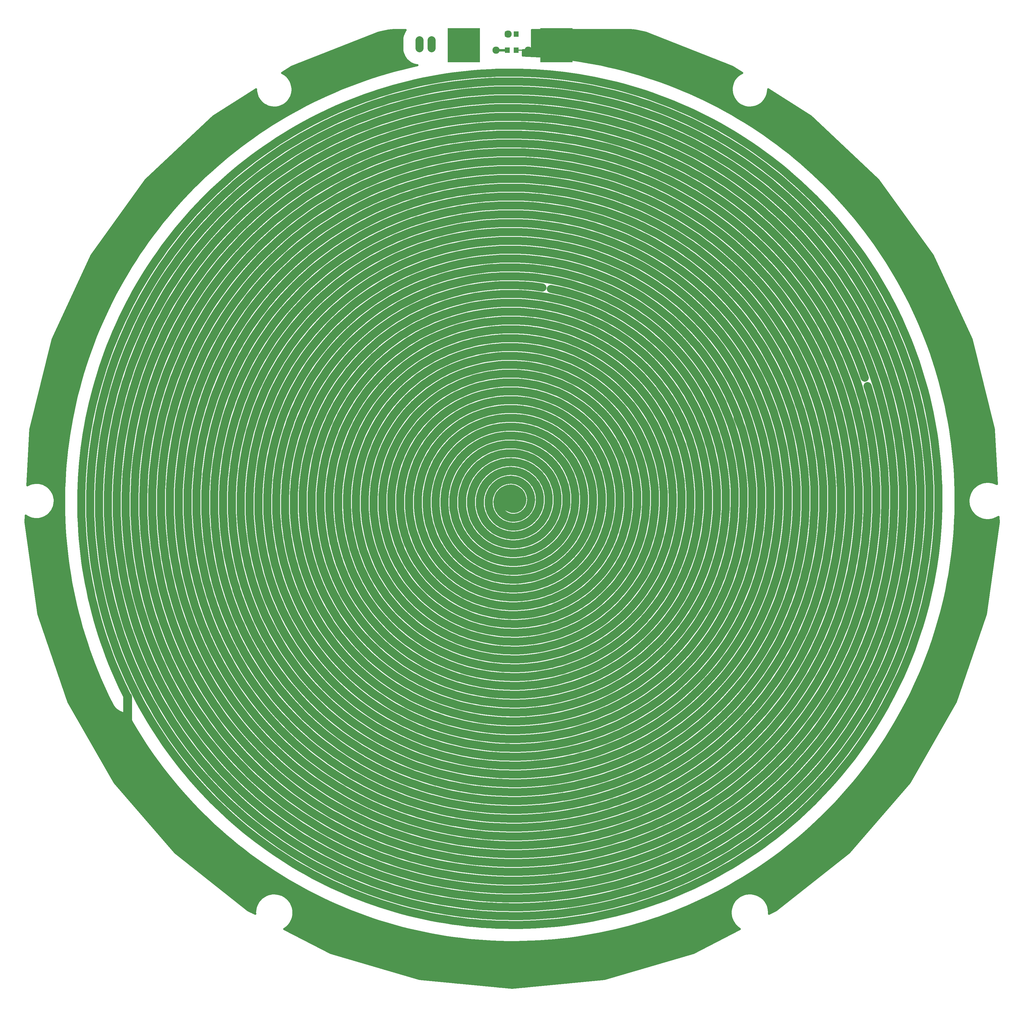
<source format=gbr>
G04 DipTrace 2.3.0.1*
%IN58742_R2_ONYX_Top.gbr*%
%MOIN*%
%ADD13C,0.1*%
%ADD15C,0.03*%
%ADD16C,0.013*%
%ADD17C,0.11*%
%ADD20C,0.025*%
%ADD25C,0.327*%
%ADD27R,0.0591X0.0591*%
%ADD28C,0.09*%
%ADD29C,0.0591*%
%ADD30R,0.063X0.0709*%
%ADD31C,0.09*%
%ADD32C,0.04*%
%ADD33C,0.093*%
%FSLAX44Y44*%
G04*
G70*
G90*
G75*
G01*
%LNTop*%
%LPD*%
X27971Y90724D2*
D13*
G03X25591Y91294I-7022J-24065D01*
G01*
X63646Y82609D2*
G02X64471Y80304I-24943J-10228D01*
G01*
X20099Y120964D2*
D15*
X18701D1*
X25701D2*
D16*
G02X26204Y121025I440J-1520D01*
G01*
G02X27701Y119714I-62J-1582D01*
G01*
X26201Y120964D2*
X26204Y121025D1*
X22701Y120964D2*
X21201D1*
X65561Y76854D2*
D13*
G03X64881Y79204I-141536J-39682D01*
G01*
X-27049Y40651D2*
G02X-28089Y42834I20546J11130D01*
G01*
X-27049Y40651D2*
D17*
Y37664D1*
X-27889Y36824D1*
X10701Y121214D2*
D13*
Y122214D1*
X9201Y121214D2*
Y122214D1*
X15701Y122714D2*
D16*
Y122964D1*
X22041Y91754D2*
D13*
G02X24441Y91494I-797J-18564D01*
G01*
D32*
X27201Y122964D3*
X26201D3*
X25201D3*
Y121964D3*
X26201D3*
X27201D3*
Y120964D3*
X26201D3*
X25201D3*
Y119964D3*
D15*
X24441Y91494D3*
X23831Y91574D3*
X22621Y91714D3*
X23211Y91654D3*
X22041Y91754D3*
X25561Y91314D3*
X26141Y91184D3*
X27366Y90899D3*
X26751Y91044D3*
X27971Y90724D3*
X63646Y82609D3*
X63866Y82049D3*
X64306Y80869D3*
X64106Y81469D3*
X64496Y80299D3*
X64881Y79214D3*
X65051Y78644D3*
X65401Y77444D3*
X65231Y78064D3*
X65561Y76854D3*
X-28139Y42914D3*
X-27859Y42344D3*
X-27361Y41214D3*
X-27609Y41774D3*
X-27049Y40651D3*
D33*
X20701Y64964D3*
D32*
X21139Y64089D3*
X21701Y64589D3*
X21826Y65339D3*
X26201Y119964D3*
X27201D3*
X21301Y65934D3*
X4535Y123245D2*
D20*
X7306D1*
X23200D2*
X36868D1*
X3762Y122996D2*
X7189D1*
X23200D2*
X37642D1*
X3125Y122748D2*
X7110D1*
X23200D2*
X38275D1*
X2493Y122499D2*
X7060D1*
X23200D2*
X38911D1*
X1860Y122250D2*
X7040D1*
X23200D2*
X39544D1*
X1223Y122002D2*
X7040D1*
X23200D2*
X40177D1*
X590Y121753D2*
X7040D1*
X23200D2*
X40814D1*
X-43Y121504D2*
X7040D1*
X23200D2*
X41446D1*
X-679Y121256D2*
X7040D1*
X23200D2*
X42079D1*
X-1312Y121007D2*
X7052D1*
X23200D2*
X42716D1*
X-1949Y120758D2*
X7091D1*
X22075D2*
X43349D1*
X-2582Y120509D2*
X7161D1*
X22075D2*
X43985D1*
X-3215Y120261D2*
X7267D1*
X23203D2*
X44618D1*
X-3851Y120012D2*
X7411D1*
X26434D2*
X45251D1*
X-4484Y119763D2*
X7610D1*
X28426D2*
X45888D1*
X-5117Y119515D2*
X7884D1*
X29985D2*
X46521D1*
X-5754Y119266D2*
X8302D1*
X31332D2*
X47153D1*
X-6386Y119017D2*
X8540D1*
X32512D2*
X47790D1*
X-6871Y118769D2*
X7462D1*
X33582D2*
X48271D1*
X-7261Y118520D2*
X6478D1*
X34567D2*
X48665D1*
X-7656Y118271D2*
X5560D1*
X35485D2*
X49060D1*
X-7609Y118023D2*
X4700D1*
X36348D2*
X49013D1*
X-7281Y117774D2*
X3888D1*
X37160D2*
X48685D1*
X-7047Y117525D2*
X3118D1*
X37934D2*
X48450D1*
X-6871Y117277D2*
X2380D1*
X38668D2*
X48275D1*
X-6742Y117028D2*
X1673D1*
X39368D2*
X48146D1*
X-6648Y116779D2*
X1001D1*
X40039D2*
X48048D1*
X-6586Y116530D2*
X357D1*
X40692D2*
X47985D1*
X-6550Y116282D2*
X-272D1*
X41317D2*
X47954D1*
X-11191Y116033D2*
X-11109D1*
X-6547D2*
X-878D1*
X41918D2*
X47946D1*
X52516D2*
X52592D1*
X-11582Y115784D2*
X-11093D1*
X-6566D2*
X-1460D1*
X42504D2*
X47970D1*
X52493D2*
X52985D1*
X-11976Y115536D2*
X-11042D1*
X-6617D2*
X-2030D1*
X43071D2*
X48021D1*
X52446D2*
X53376D1*
X-12367Y115287D2*
X-10960D1*
X-6695D2*
X-2581D1*
X43618D2*
X48099D1*
X52364D2*
X53771D1*
X-12761Y115038D2*
X-10847D1*
X-6812D2*
X-3112D1*
X44157D2*
X48212D1*
X52250D2*
X54161D1*
X-13152Y114790D2*
X-10690D1*
X-6965D2*
X-3636D1*
X44672D2*
X48368D1*
X52094D2*
X54556D1*
X-13547Y114541D2*
X-10487D1*
X-7172D2*
X-4140D1*
X45180D2*
X48575D1*
X51887D2*
X54946D1*
X-13937Y114292D2*
X-10206D1*
X-7453D2*
X-4636D1*
X45676D2*
X48857D1*
X51606D2*
X55341D1*
X-14332Y114044D2*
X-9784D1*
X-7875D2*
X-5120D1*
X46157D2*
X49278D1*
X51184D2*
X55732D1*
X-14722Y113795D2*
X-5589D1*
X46629D2*
X56126D1*
X-15117Y113546D2*
X-6054D1*
X47086D2*
X56517D1*
X-15507Y113298D2*
X-6499D1*
X47539D2*
X56911D1*
X-15902Y113049D2*
X-6944D1*
X47977D2*
X57302D1*
X-16293Y112800D2*
X-7374D1*
X48410D2*
X57696D1*
X-16582Y112551D2*
X-7800D1*
X48832D2*
X57985D1*
X-16847Y112303D2*
X-8210D1*
X49246D2*
X58247D1*
X-17109Y112054D2*
X-8620D1*
X49649D2*
X58513D1*
X-17375Y111805D2*
X-9015D1*
X50051D2*
X58775D1*
X-17636Y111557D2*
X-9409D1*
X50438D2*
X59040D1*
X-17902Y111308D2*
X-9792D1*
X50828D2*
X59306D1*
X-18168Y111059D2*
X-10171D1*
X51200D2*
X59568D1*
X-18429Y110811D2*
X-10542D1*
X51575D2*
X59833D1*
X-18695Y110562D2*
X-10905D1*
X51934D2*
X60095D1*
X-18957Y110313D2*
X-11265D1*
X52293D2*
X60360D1*
X-19222Y110065D2*
X-11616D1*
X52645D2*
X60626D1*
X-19484Y109816D2*
X-11964D1*
X52993D2*
X60888D1*
X-19750Y109567D2*
X-12304D1*
X53332D2*
X61153D1*
X-20015Y109319D2*
X-12643D1*
X53668D2*
X61415D1*
X-20277Y109070D2*
X-12972D1*
X54000D2*
X61681D1*
X-20543Y108821D2*
X-13296D1*
X54321D2*
X61946D1*
X-20804Y108572D2*
X-13616D1*
X54645D2*
X62208D1*
X-21070Y108324D2*
X-13932D1*
X54957D2*
X62474D1*
X-21336Y108075D2*
X-14245D1*
X55270D2*
X62735D1*
X-21597Y107826D2*
X-14550D1*
X55575D2*
X63001D1*
X-21863Y107578D2*
X-14854D1*
X55875D2*
X63267D1*
X-22125Y107329D2*
X-15151D1*
X56176D2*
X63528D1*
X-22390Y107080D2*
X-15444D1*
X56465D2*
X63794D1*
X-22656Y106832D2*
X-15737D1*
X56754D2*
X64056D1*
X-22918Y106583D2*
X-16018D1*
X57043D2*
X64321D1*
X-23183Y106334D2*
X-16304D1*
X57321D2*
X64583D1*
X-23445Y106086D2*
X-16581D1*
X57602D2*
X64849D1*
X-23711Y105837D2*
X-16854D1*
X57875D2*
X65114D1*
X-23976Y105588D2*
X-17128D1*
X58145D2*
X65376D1*
X-24238Y105340D2*
X-17393D1*
X58414D2*
X65642D1*
X-24504Y105091D2*
X-17655D1*
X58672D2*
X65903D1*
X-24765Y104842D2*
X-17917D1*
X58934D2*
X66165D1*
X-24945Y104593D2*
X-18175D1*
X59192D2*
X66345D1*
X-25125Y104345D2*
X-18429D1*
X59442D2*
X66525D1*
X-25300Y104096D2*
X-18679D1*
X59692D2*
X66704D1*
X-25480Y103847D2*
X-18925D1*
X59938D2*
X66884D1*
X-25660Y103599D2*
X-19171D1*
X60180D2*
X67064D1*
X-25840Y103350D2*
X-19409D1*
X60426D2*
X67243D1*
X-26019Y103101D2*
X-19647D1*
X60660D2*
X67423D1*
X-26199Y102853D2*
X-19886D1*
X60895D2*
X67603D1*
X-26379Y102604D2*
X-20116D1*
X61129D2*
X67778D1*
X-26558Y102355D2*
X-20347D1*
X61356D2*
X67958D1*
X-26734Y102107D2*
X-20573D1*
X61582D2*
X68138D1*
X-26914Y101858D2*
X-20796D1*
X61805D2*
X68318D1*
X-27093Y101609D2*
X-21018D1*
X62024D2*
X68497D1*
X-27273Y101361D2*
X-21237D1*
X62243D2*
X68677D1*
X-27453Y101112D2*
X-21452D1*
X62461D2*
X68857D1*
X-27632Y100863D2*
X-21667D1*
X62672D2*
X69036D1*
X-27812Y100614D2*
X-21878D1*
X62883D2*
X69212D1*
X-27992Y100366D2*
X-22085D1*
X63090D2*
X69392D1*
X-28168Y100117D2*
X-22292D1*
X63293D2*
X69571D1*
X-28347Y99868D2*
X-22495D1*
X63496D2*
X69751D1*
X-28527Y99620D2*
X-22694D1*
X63700D2*
X69931D1*
X-28707Y99371D2*
X-22893D1*
X63895D2*
X70110D1*
X-28886Y99122D2*
X-23093D1*
X64090D2*
X70290D1*
X-29066Y98874D2*
X-23284D1*
X64285D2*
X70470D1*
X-29246Y98625D2*
X-23479D1*
X64477D2*
X70646D1*
X-29425Y98376D2*
X-23671D1*
X64664D2*
X70825D1*
X-29601Y98128D2*
X-23854D1*
X64852D2*
X71005D1*
X-29781Y97879D2*
X-24042D1*
X65035D2*
X71185D1*
X-29961Y97630D2*
X-24225D1*
X65219D2*
X71364D1*
X-30140Y97382D2*
X-24405D1*
X65403D2*
X71544D1*
X-30320Y97133D2*
X-24585D1*
X65578D2*
X71724D1*
X-30500Y96884D2*
X-24761D1*
X65754D2*
X71903D1*
X-30679Y96635D2*
X-24936D1*
X65930D2*
X72079D1*
X-30859Y96387D2*
X-25108D1*
X66098D2*
X72259D1*
X-31039Y96138D2*
X-25280D1*
X66270D2*
X72439D1*
X-31215Y95889D2*
X-25448D1*
X66438D2*
X72618D1*
X-31394Y95641D2*
X-25616D1*
X66606D2*
X72798D1*
X-31547Y95392D2*
X-25780D1*
X66766D2*
X72950D1*
X-31664Y95143D2*
X-25944D1*
X66930D2*
X73068D1*
X-31777Y94895D2*
X-26104D1*
X67090D2*
X73181D1*
X-31894Y94646D2*
X-26265D1*
X67250D2*
X73298D1*
X-32007Y94397D2*
X-26421D1*
X67407D2*
X73411D1*
X-32125Y94149D2*
X-26577D1*
X67563D2*
X73525D1*
X-32238Y93900D2*
X-26729D1*
X67715D2*
X73642D1*
X-32355Y93651D2*
X-26882D1*
X67864D2*
X73755D1*
X-32468Y93403D2*
X-27034D1*
X68016D2*
X73872D1*
X-32586Y93154D2*
X-27179D1*
X68160D2*
X73985D1*
X-32699Y92905D2*
X-27327D1*
X68309D2*
X74103D1*
X-32816Y92656D2*
X-27472D1*
X68453D2*
X74216D1*
X-32929Y92408D2*
X-27616D1*
X68594D2*
X74333D1*
X-33047Y92159D2*
X-27757D1*
X68735D2*
X74446D1*
X-33160Y91910D2*
X-27897D1*
X68875D2*
X74564D1*
X-33277Y91662D2*
X-28034D1*
X69012D2*
X74677D1*
X-33390Y91413D2*
X-28171D1*
X69145D2*
X74794D1*
X-33504Y91164D2*
X-28307D1*
X69282D2*
X74907D1*
X-33621Y90916D2*
X-28440D1*
X69414D2*
X75025D1*
X-33734Y90667D2*
X-28569D1*
X69543D2*
X75138D1*
X-33851Y90418D2*
X-28702D1*
X69672D2*
X75255D1*
X-33965Y90170D2*
X-28831D1*
X69801D2*
X75368D1*
X-34082Y89921D2*
X-28956D1*
X69926D2*
X75485D1*
X-34195Y89672D2*
X-29081D1*
X70051D2*
X75599D1*
X-34312Y89424D2*
X-29206D1*
X70172D2*
X75712D1*
X-34425Y89175D2*
X-29327D1*
X70297D2*
X75829D1*
X-34543Y88926D2*
X-29448D1*
X70414D2*
X75943D1*
X-34656Y88677D2*
X-29569D1*
X70532D2*
X76060D1*
X-34773Y88429D2*
X-29686D1*
X70649D2*
X76173D1*
X-34886Y88180D2*
X-29800D1*
X70766D2*
X76290D1*
X-35004Y87931D2*
X-29917D1*
X70879D2*
X76403D1*
X-35117Y87683D2*
X-30030D1*
X70989D2*
X76521D1*
X-35234Y87434D2*
X-30140D1*
X71102D2*
X76634D1*
X-35347Y87185D2*
X-30249D1*
X71211D2*
X76751D1*
X-35461Y86937D2*
X-30358D1*
X71317D2*
X76864D1*
X-35578Y86688D2*
X-30468D1*
X71426D2*
X76982D1*
X-35691Y86439D2*
X-30573D1*
X71532D2*
X77095D1*
X-35808Y86191D2*
X-30675D1*
X71633D2*
X77212D1*
X-35922Y85942D2*
X-30780D1*
X71735D2*
X77325D1*
X-36039Y85693D2*
X-30882D1*
X71836D2*
X77443D1*
X-36152Y85445D2*
X-30979D1*
X71934D2*
X77556D1*
X-36269Y85196D2*
X-31081D1*
X72032D2*
X77669D1*
X-36367Y84947D2*
X-31179D1*
X72129D2*
X77767D1*
X-36425Y84698D2*
X-31272D1*
X72227D2*
X77829D1*
X-36488Y84450D2*
X-31366D1*
X72317D2*
X77892D1*
X-36550Y84201D2*
X-31464D1*
X72410D2*
X77954D1*
X-36613Y83952D2*
X-31554D1*
X72500D2*
X78013D1*
X-36672Y83704D2*
X-31643D1*
X72590D2*
X78075D1*
X-36734Y83455D2*
X-31733D1*
X72680D2*
X78138D1*
X-36797Y83206D2*
X-31823D1*
X72766D2*
X78200D1*
X-36859Y82958D2*
X-31909D1*
X72852D2*
X78259D1*
X-36918Y82709D2*
X-31995D1*
X72938D2*
X78321D1*
X-36980Y82460D2*
X-32077D1*
X73020D2*
X78384D1*
X-37043Y82212D2*
X-32163D1*
X73102D2*
X78446D1*
X-37105Y81963D2*
X-32241D1*
X73184D2*
X78505D1*
X-37168Y81714D2*
X-32323D1*
X73262D2*
X78568D1*
X-37226Y81466D2*
X-32401D1*
X73336D2*
X78630D1*
X-37289Y81217D2*
X-32479D1*
X73414D2*
X78693D1*
X-37351Y80968D2*
X-32554D1*
X73493D2*
X78755D1*
X-37414Y80719D2*
X-32628D1*
X73563D2*
X78814D1*
X-37472Y80471D2*
X-32702D1*
X73637D2*
X78876D1*
X-37535Y80222D2*
X-32776D1*
X73707D2*
X78939D1*
X-37597Y79973D2*
X-32847D1*
X73778D2*
X79001D1*
X-37660Y79725D2*
X-32917D1*
X73848D2*
X79060D1*
X-37718Y79476D2*
X-32987D1*
X73914D2*
X79122D1*
X-37781Y79227D2*
X-33054D1*
X73981D2*
X79185D1*
X-37843Y78979D2*
X-33120D1*
X74047D2*
X79247D1*
X-37906Y78730D2*
X-33182D1*
X74110D2*
X79306D1*
X-37965Y78481D2*
X-33249D1*
X74172D2*
X79368D1*
X-38027Y78233D2*
X-33311D1*
X74235D2*
X79431D1*
X-38090Y77984D2*
X-33370D1*
X74293D2*
X79493D1*
X-38152Y77735D2*
X-33432D1*
X74352D2*
X79552D1*
X-38211Y77487D2*
X-33491D1*
X74410D2*
X79614D1*
X-38273Y77238D2*
X-33550D1*
X74469D2*
X79677D1*
X-38336Y76989D2*
X-33604D1*
X74524D2*
X79739D1*
X-38398Y76740D2*
X-33659D1*
X74578D2*
X79798D1*
X-38457Y76492D2*
X-33718D1*
X74633D2*
X79860D1*
X-38519Y76243D2*
X-33768D1*
X74684D2*
X79923D1*
X-38582Y75994D2*
X-33819D1*
X74731D2*
X79985D1*
X-38644Y75746D2*
X-33870D1*
X74782D2*
X80044D1*
X-38707Y75497D2*
X-33921D1*
X74832D2*
X80107D1*
X-38765Y75248D2*
X-33968D1*
X74879D2*
X80169D1*
X-38828Y75000D2*
X-34015D1*
X74922D2*
X80232D1*
X-38890Y74751D2*
X-34061D1*
X74969D2*
X80290D1*
X-38953Y74502D2*
X-34104D1*
X75012D2*
X80353D1*
X-39011Y74254D2*
X-34147D1*
X75055D2*
X80415D1*
X-39074Y74005D2*
X-34190D1*
X75094D2*
X80478D1*
X-39121Y73756D2*
X-34233D1*
X75133D2*
X80521D1*
X-39132Y73508D2*
X-34272D1*
X75176D2*
X80536D1*
X-39144Y73259D2*
X-34311D1*
X75211D2*
X80548D1*
X-39160Y73010D2*
X-34350D1*
X75246D2*
X80560D1*
X-39172Y72761D2*
X-34386D1*
X75282D2*
X80575D1*
X-39183Y72513D2*
X-34421D1*
X75317D2*
X80587D1*
X-39199Y72264D2*
X-34456D1*
X75348D2*
X80599D1*
X-39211Y72015D2*
X-34487D1*
X75383D2*
X80614D1*
X-39222Y71767D2*
X-34522D1*
X75414D2*
X80626D1*
X-39234Y71518D2*
X-34550D1*
X75442D2*
X80638D1*
X-39250Y71269D2*
X-34581D1*
X75469D2*
X80650D1*
X-39261Y71021D2*
X-34608D1*
X75496D2*
X80665D1*
X-39273Y70772D2*
X-34640D1*
X75524D2*
X80677D1*
X-39289Y70523D2*
X-34663D1*
X75551D2*
X80689D1*
X-39300Y70275D2*
X-34686D1*
X75571D2*
X80704D1*
X-39312Y70026D2*
X-34714D1*
X75594D2*
X80716D1*
X-39328Y69777D2*
X-34737D1*
X75618D2*
X80728D1*
X-39340Y69529D2*
X-34757D1*
X75637D2*
X80743D1*
X-39351Y69280D2*
X-34776D1*
X75657D2*
X80755D1*
X-39363Y69031D2*
X-34800D1*
X75676D2*
X80767D1*
X-39379Y68782D2*
X-34819D1*
X75692D2*
X80778D1*
X-39390Y68534D2*
X-34835D1*
X75707D2*
X80794D1*
X-39402Y68285D2*
X-34850D1*
X75723D2*
X80806D1*
X-39418Y68036D2*
X-34866D1*
X75735D2*
X80818D1*
X-39429Y67788D2*
X-34878D1*
X75750D2*
X80833D1*
X-39441Y67539D2*
X-34893D1*
X75762D2*
X80845D1*
X-39457Y67290D2*
X-34905D1*
X75770D2*
X79212D1*
X80309D2*
X80857D1*
X-39468Y67042D2*
X-39272D1*
X-37445D2*
X-34917D1*
X75782D2*
X78568D1*
X-37007Y66793D2*
X-34925D1*
X75789D2*
X78208D1*
X-36718Y66544D2*
X-34932D1*
X75793D2*
X77950D1*
X-36507Y66296D2*
X-34940D1*
X75801D2*
X77759D1*
X-36351Y66047D2*
X-34948D1*
X75805D2*
X77610D1*
X-36234Y65798D2*
X-34952D1*
X75809D2*
X77501D1*
X-36152Y65550D2*
X-34956D1*
X75809D2*
X77423D1*
X-36097Y65301D2*
X-34956D1*
X75813D2*
X77376D1*
X-36074Y65052D2*
X-34960D1*
X75813D2*
X77353D1*
X-36078Y64803D2*
X-34960D1*
X75813D2*
X77357D1*
X-36113Y64555D2*
X-34960D1*
X75809D2*
X77388D1*
X-36172Y64306D2*
X-34956D1*
X75805D2*
X77443D1*
X-36265Y64057D2*
X-34956D1*
X75805D2*
X77532D1*
X-36390Y63809D2*
X-34952D1*
X75797D2*
X77650D1*
X-36562Y63560D2*
X-34944D1*
X75789D2*
X77810D1*
X-36793Y63311D2*
X-34940D1*
X75782D2*
X78017D1*
X-37113Y63063D2*
X-34936D1*
X75774D2*
X78298D1*
X-39687Y62814D2*
X-39081D1*
X-37636D2*
X-34925D1*
X75762D2*
X78704D1*
X80821D2*
X81091D1*
X-39699Y62565D2*
X-34917D1*
X75750D2*
X81103D1*
X-39711Y62317D2*
X-34905D1*
X75739D2*
X81114D1*
X-39675Y62068D2*
X-34893D1*
X75727D2*
X81079D1*
X-39640Y61819D2*
X-34882D1*
X75711D2*
X81044D1*
X-39605Y61571D2*
X-34866D1*
X75696D2*
X81009D1*
X-39574Y61322D2*
X-34850D1*
X75680D2*
X80974D1*
X-39539Y61073D2*
X-34839D1*
X75664D2*
X80939D1*
X-39504Y60824D2*
X-34819D1*
X75645D2*
X80903D1*
X-39468Y60576D2*
X-34800D1*
X75621D2*
X80872D1*
X-39433Y60327D2*
X-34780D1*
X75602D2*
X80837D1*
X-39398Y60078D2*
X-34761D1*
X75582D2*
X80802D1*
X-39363Y59830D2*
X-34737D1*
X75555D2*
X80767D1*
X-39328Y59581D2*
X-34714D1*
X75532D2*
X80732D1*
X-39293Y59332D2*
X-34690D1*
X75508D2*
X80696D1*
X-39257Y59084D2*
X-34667D1*
X75481D2*
X80661D1*
X-39222Y58835D2*
X-34640D1*
X75450D2*
X80626D1*
X-39191Y58586D2*
X-34612D1*
X75422D2*
X80591D1*
X-39156Y58338D2*
X-34585D1*
X75391D2*
X80556D1*
X-39121Y58089D2*
X-34557D1*
X75360D2*
X80521D1*
X-39086Y57840D2*
X-34522D1*
X75325D2*
X80485D1*
X-39050Y57592D2*
X-34491D1*
X75293D2*
X80454D1*
X-39015Y57343D2*
X-34460D1*
X75258D2*
X80419D1*
X-38980Y57094D2*
X-34425D1*
X75223D2*
X80384D1*
X-38945Y56845D2*
X-34390D1*
X75184D2*
X80349D1*
X-38910Y56597D2*
X-34354D1*
X75145D2*
X80314D1*
X-38875Y56348D2*
X-34315D1*
X75110D2*
X80278D1*
X-38840Y56099D2*
X-34276D1*
X75067D2*
X80243D1*
X-38804Y55851D2*
X-34237D1*
X75024D2*
X80208D1*
X-38773Y55602D2*
X-34194D1*
X74981D2*
X80173D1*
X-38738Y55353D2*
X-34155D1*
X74938D2*
X80138D1*
X-38703Y55105D2*
X-34112D1*
X74891D2*
X80103D1*
X-38668Y54856D2*
X-34065D1*
X74844D2*
X80068D1*
X-38632Y54607D2*
X-34022D1*
X74797D2*
X80036D1*
X-38597Y54359D2*
X-33975D1*
X74750D2*
X80001D1*
X-38562Y54110D2*
X-33925D1*
X74696D2*
X79966D1*
X-38527Y53861D2*
X-33878D1*
X74645D2*
X79931D1*
X-38492Y53613D2*
X-33827D1*
X74594D2*
X79896D1*
X-38457Y53364D2*
X-33776D1*
X74539D2*
X79860D1*
X-38422Y53115D2*
X-33722D1*
X74485D2*
X79825D1*
X-38386Y52866D2*
X-33667D1*
X74426D2*
X79790D1*
X-38355Y52618D2*
X-33612D1*
X74371D2*
X79755D1*
X-38320Y52369D2*
X-33557D1*
X74313D2*
X79720D1*
X-38285Y52120D2*
X-33499D1*
X74250D2*
X79685D1*
X-38250Y51872D2*
X-33440D1*
X74192D2*
X79653D1*
X-38215Y51623D2*
X-33382D1*
X74129D2*
X79618D1*
X-38179Y51374D2*
X-33319D1*
X74067D2*
X79583D1*
X-38144Y51126D2*
X-33257D1*
X74000D2*
X79548D1*
X-38105Y50877D2*
X-33194D1*
X73934D2*
X79509D1*
X-38019Y50628D2*
X-33128D1*
X73868D2*
X79423D1*
X-37933Y50380D2*
X-33061D1*
X73797D2*
X79337D1*
X-37847Y50131D2*
X-32995D1*
X73727D2*
X79251D1*
X-37765Y49882D2*
X-32925D1*
X73657D2*
X79165D1*
X-37679Y49634D2*
X-32858D1*
X73582D2*
X79079D1*
X-37593Y49385D2*
X-32784D1*
X73508D2*
X78997D1*
X-37507Y49136D2*
X-32714D1*
X73434D2*
X78911D1*
X-37422Y48887D2*
X-32640D1*
X73360D2*
X78825D1*
X-37336Y48639D2*
X-32565D1*
X73282D2*
X78739D1*
X-37254Y48390D2*
X-32487D1*
X73203D2*
X78653D1*
X-37168Y48141D2*
X-32413D1*
X73121D2*
X78571D1*
X-37082Y47893D2*
X-32335D1*
X73043D2*
X78485D1*
X-36996Y47644D2*
X-32253D1*
X72957D2*
X78400D1*
X-36910Y47395D2*
X-32171D1*
X72875D2*
X78314D1*
X-36828Y47147D2*
X-32089D1*
X72789D2*
X78228D1*
X-36742Y46898D2*
X-32007D1*
X72703D2*
X78146D1*
X-36656Y46649D2*
X-31921D1*
X72614D2*
X78060D1*
X-36570Y46401D2*
X-31835D1*
X72528D2*
X77974D1*
X-36484Y46152D2*
X-31745D1*
X72438D2*
X77888D1*
X-36402Y45903D2*
X-31659D1*
X72344D2*
X77802D1*
X-36316Y45655D2*
X-31569D1*
X72250D2*
X77720D1*
X-36230Y45406D2*
X-31475D1*
X72157D2*
X77634D1*
X-36144Y45157D2*
X-31382D1*
X72063D2*
X77548D1*
X-36058Y44908D2*
X-31288D1*
X71965D2*
X77462D1*
X-35976Y44660D2*
X-31190D1*
X71868D2*
X77376D1*
X-35890Y44411D2*
X-31097D1*
X71766D2*
X77294D1*
X-35804Y44162D2*
X-30999D1*
X71668D2*
X77208D1*
X-35718Y43914D2*
X-30897D1*
X71563D2*
X77122D1*
X-35632Y43665D2*
X-30796D1*
X71457D2*
X77036D1*
X-35550Y43416D2*
X-30694D1*
X71352D2*
X76950D1*
X-35465Y43168D2*
X-30589D1*
X71246D2*
X76864D1*
X-35379Y42919D2*
X-30483D1*
X71137D2*
X76782D1*
X-35293Y42670D2*
X-30378D1*
X71024D2*
X76696D1*
X-35207Y42422D2*
X-30268D1*
X70914D2*
X76610D1*
X-35125Y42173D2*
X-30159D1*
X70797D2*
X76525D1*
X-35039Y41924D2*
X-30046D1*
X70680D2*
X76439D1*
X-34953Y41675D2*
X-29932D1*
X70563D2*
X76357D1*
X-34867Y41427D2*
X-29823D1*
X70442D2*
X76271D1*
X-34781Y41178D2*
X-29706D1*
X70321D2*
X76185D1*
X-34699Y40929D2*
X-29585D1*
X70200D2*
X76099D1*
X-34613Y40681D2*
X-29468D1*
X70075D2*
X76013D1*
X-34527Y40432D2*
X-29350D1*
X69946D2*
X75931D1*
X-34441Y40183D2*
X-29225D1*
X69817D2*
X75845D1*
X-34343Y39935D2*
X-29104D1*
X69688D2*
X75743D1*
X-34199Y39686D2*
X-28979D1*
X69559D2*
X75603D1*
X-34058Y39437D2*
X-28831D1*
X69426D2*
X75458D1*
X-33914Y39189D2*
X-28632D1*
X69293D2*
X75318D1*
X-33773Y38940D2*
X-28350D1*
X69157D2*
X75173D1*
X-33629Y38691D2*
X-27917D1*
X69024D2*
X75032D1*
X-33488Y38443D2*
X-27081D1*
X68891D2*
X74888D1*
X-33343Y38194D2*
X-26940D1*
X68754D2*
X74747D1*
X-33203Y37945D2*
X-26800D1*
X68618D2*
X74603D1*
X-33058Y37696D2*
X-26659D1*
X68481D2*
X74462D1*
X-32914Y37448D2*
X-26515D1*
X68344D2*
X74318D1*
X-32773Y37199D2*
X-26370D1*
X68192D2*
X74177D1*
X-32629Y36950D2*
X-26225D1*
X68039D2*
X74032D1*
X-32488Y36702D2*
X-26077D1*
X67883D2*
X73892D1*
X-32343Y36453D2*
X-25925D1*
X67727D2*
X73747D1*
X-32203Y36204D2*
X-25776D1*
X67575D2*
X73607D1*
X-32058Y35956D2*
X-25620D1*
X67418D2*
X73462D1*
X-31918Y35707D2*
X-25464D1*
X67262D2*
X73318D1*
X-31773Y35458D2*
X-25307D1*
X67106D2*
X73177D1*
X-31632Y35210D2*
X-25151D1*
X66946D2*
X73032D1*
X-31488Y34961D2*
X-24987D1*
X66789D2*
X72892D1*
X-31347Y34712D2*
X-24823D1*
X66625D2*
X72747D1*
X-31203Y34464D2*
X-24659D1*
X66461D2*
X72607D1*
X-31062Y34215D2*
X-24491D1*
X66297D2*
X72462D1*
X-30918Y33966D2*
X-24323D1*
X66129D2*
X72321D1*
X-30777Y33717D2*
X-24151D1*
X65961D2*
X72177D1*
X-30632Y33469D2*
X-23979D1*
X65793D2*
X72036D1*
X-30488Y33220D2*
X-23804D1*
X65618D2*
X71892D1*
X-30347Y32971D2*
X-23624D1*
X65438D2*
X71751D1*
X-30203Y32723D2*
X-23448D1*
X65262D2*
X71607D1*
X-30062Y32474D2*
X-23265D1*
X65082D2*
X71466D1*
X-29918Y32225D2*
X-23081D1*
X64895D2*
X71321D1*
X-29777Y31977D2*
X-22893D1*
X64711D2*
X71181D1*
X-29632Y31728D2*
X-22706D1*
X64520D2*
X71036D1*
X-29492Y31479D2*
X-22515D1*
X64328D2*
X70892D1*
X-29347Y31231D2*
X-22323D1*
X64137D2*
X70751D1*
X-29207Y30982D2*
X-22128D1*
X63938D2*
X70607D1*
X-29062Y30733D2*
X-21932D1*
X63739D2*
X70466D1*
X-28922Y30485D2*
X-21733D1*
X63539D2*
X70321D1*
X-28777Y30236D2*
X-21530D1*
X63336D2*
X70181D1*
X-28632Y29987D2*
X-21327D1*
X63129D2*
X70036D1*
X-28418Y29738D2*
X-21120D1*
X62922D2*
X69821D1*
X-28203Y29490D2*
X-20909D1*
X62711D2*
X69607D1*
X-27988Y29241D2*
X-20698D1*
X62496D2*
X69392D1*
X-27773Y28992D2*
X-20483D1*
X62282D2*
X69177D1*
X-27562Y28744D2*
X-20265D1*
X62063D2*
X68962D1*
X-27347Y28495D2*
X-20046D1*
X61840D2*
X68747D1*
X-27132Y28246D2*
X-19823D1*
X61618D2*
X68532D1*
X-26918Y27998D2*
X-19597D1*
X61391D2*
X68321D1*
X-26703Y27749D2*
X-19370D1*
X61160D2*
X68107D1*
X-26488Y27500D2*
X-19136D1*
X60934D2*
X67892D1*
X-26273Y27252D2*
X-18901D1*
X60696D2*
X67677D1*
X-26058Y27003D2*
X-18667D1*
X60457D2*
X67462D1*
X-25843Y26754D2*
X-18425D1*
X60219D2*
X67247D1*
X-25629Y26506D2*
X-18182D1*
X59973D2*
X67032D1*
X-25414Y26257D2*
X-17940D1*
X59731D2*
X66818D1*
X-25199Y26008D2*
X-17686D1*
X59481D2*
X66603D1*
X-24988Y25759D2*
X-17436D1*
X59227D2*
X66388D1*
X-24773Y25511D2*
X-17179D1*
X58969D2*
X66173D1*
X-24558Y25262D2*
X-16921D1*
X58711D2*
X65958D1*
X-24343Y25013D2*
X-16659D1*
X58446D2*
X65743D1*
X-24129Y24765D2*
X-16390D1*
X58180D2*
X65532D1*
X-23914Y24516D2*
X-16120D1*
X57910D2*
X65318D1*
X-23699Y24267D2*
X-15850D1*
X57637D2*
X65103D1*
X-23484Y24019D2*
X-15569D1*
X57360D2*
X64888D1*
X-23269Y23770D2*
X-15292D1*
X57075D2*
X64673D1*
X-23054Y23521D2*
X-15007D1*
X56793D2*
X64458D1*
X-22840Y23273D2*
X-14714D1*
X56500D2*
X64243D1*
X-22625Y23024D2*
X-14425D1*
X56207D2*
X64028D1*
X-22410Y22775D2*
X-14124D1*
X55910D2*
X63814D1*
X-22199Y22527D2*
X-13823D1*
X55606D2*
X63599D1*
X-21984Y22278D2*
X-13518D1*
X55301D2*
X63384D1*
X-21769Y22029D2*
X-13206D1*
X54989D2*
X63169D1*
X-21554Y21780D2*
X-12893D1*
X54672D2*
X62958D1*
X-21340Y21532D2*
X-12569D1*
X54352D2*
X62743D1*
X-21125Y21283D2*
X-12249D1*
X54024D2*
X62528D1*
X-20816Y21034D2*
X-11913D1*
X53696D2*
X62220D1*
X-20504Y20786D2*
X-11581D1*
X53356D2*
X61903D1*
X-20187Y20537D2*
X-11237D1*
X53020D2*
X61591D1*
X-19871Y20288D2*
X-10893D1*
X52668D2*
X61275D1*
X-19558Y20040D2*
X-10542D1*
X52317D2*
X60958D1*
X-19242Y19791D2*
X-10182D1*
X51957D2*
X60646D1*
X-18925Y19542D2*
X-9819D1*
X51590D2*
X60329D1*
X-18613Y19294D2*
X-9444D1*
X51219D2*
X60013D1*
X-18297Y19045D2*
X-9069D1*
X50840D2*
X59700D1*
X-17980Y18796D2*
X-8682D1*
X50457D2*
X59384D1*
X-17668Y18548D2*
X-8292D1*
X50063D2*
X59068D1*
X-17351Y18299D2*
X-7890D1*
X49664D2*
X58755D1*
X-17035Y18050D2*
X-7487D1*
X49254D2*
X58439D1*
X-16722Y17801D2*
X-7069D1*
X48840D2*
X58122D1*
X-16406Y17553D2*
X-6647D1*
X48414D2*
X57810D1*
X-16090Y17304D2*
X-6210D1*
X47981D2*
X57493D1*
X-15777Y17055D2*
X-5772D1*
X47539D2*
X57177D1*
X-15461Y16807D2*
X-5315D1*
X47086D2*
X56864D1*
X-15144Y16558D2*
X-4854D1*
X46621D2*
X56548D1*
X-14832Y16309D2*
X-4382D1*
X46149D2*
X56232D1*
X-14515Y16061D2*
X-9679D1*
X-7976D2*
X-3897D1*
X45664D2*
X49380D1*
X51082D2*
X55919D1*
X-14199Y15812D2*
X-10171D1*
X-7488D2*
X-3401D1*
X45164D2*
X48888D1*
X51575D2*
X55603D1*
X-13886Y15563D2*
X-10483D1*
X-7172D2*
X-2890D1*
X44657D2*
X48575D1*
X51887D2*
X55286D1*
X-13570Y15315D2*
X-10714D1*
X-6941D2*
X-2366D1*
X44129D2*
X48345D1*
X52118D2*
X54974D1*
X-13254Y15066D2*
X-10890D1*
X-6769D2*
X-1827D1*
X43590D2*
X48169D1*
X52293D2*
X54657D1*
X-12941Y14817D2*
X-11022D1*
X-6636D2*
X-1268D1*
X43039D2*
X48040D1*
X52426D2*
X54341D1*
X-12625Y14569D2*
X-11120D1*
X-6539D2*
X-702D1*
X42461D2*
X47943D1*
X52524D2*
X54028D1*
X-12308Y14320D2*
X-11186D1*
X-6472D2*
X-108D1*
X41868D2*
X47872D1*
X52590D2*
X53712D1*
X-11961Y14071D2*
X-11225D1*
X-6433D2*
X505D1*
X41262D2*
X47833D1*
X52629D2*
X53364D1*
X-11480Y13822D2*
X-11237D1*
X-6418D2*
X1134D1*
X40625D2*
X47821D1*
X52641D2*
X52884D1*
X-6433Y13574D2*
X1790D1*
X39965D2*
X47833D1*
X-6472Y13325D2*
X2478D1*
X39282D2*
X47876D1*
X-6539Y13076D2*
X3193D1*
X38575D2*
X47943D1*
X-6636Y12828D2*
X3939D1*
X37821D2*
X48040D1*
X-6769Y12579D2*
X4724D1*
X37032D2*
X48173D1*
X-6945Y12330D2*
X5552D1*
X36200D2*
X48349D1*
X-7175Y12082D2*
X6435D1*
X35317D2*
X48579D1*
X-7492Y11833D2*
X7380D1*
X34371D2*
X48892D1*
X-7152Y11584D2*
X8400D1*
X33348D2*
X48556D1*
X-6672Y11336D2*
X9525D1*
X32235D2*
X48075D1*
X-6191Y11087D2*
X10775D1*
X30981D2*
X47595D1*
X-5711Y10838D2*
X12204D1*
X29547D2*
X47114D1*
X-5230Y10590D2*
X13935D1*
X27809D2*
X46634D1*
X-4750Y10341D2*
X16314D1*
X25457D2*
X46150D1*
X-4269Y10092D2*
X45669D1*
X-3785Y9843D2*
X45189D1*
X-3304Y9595D2*
X44708D1*
X-2824Y9346D2*
X44228D1*
X-2343Y9097D2*
X43747D1*
X-1863Y8849D2*
X43267D1*
X-1054Y8600D2*
X42458D1*
X-211Y8351D2*
X41614D1*
X633Y8103D2*
X40771D1*
X1477Y7854D2*
X39923D1*
X2321Y7605D2*
X39079D1*
X3168Y7357D2*
X38235D1*
X4012Y7108D2*
X37392D1*
X4856Y6859D2*
X36544D1*
X5700Y6611D2*
X35700D1*
X6547Y6362D2*
X34857D1*
X7391Y6113D2*
X34013D1*
X8235Y5864D2*
X33169D1*
X9078Y5616D2*
X32321D1*
X11328Y5367D2*
X30075D1*
X13926Y5118D2*
X27478D1*
X16524Y4870D2*
X24880D1*
X19121Y4621D2*
X22282D1*
X52613Y13699D2*
X52611Y13671D1*
X53483Y14119D1*
X62534Y21262D1*
X70066Y29993D1*
X75804Y39995D1*
X79541Y50903D1*
X81140Y62322D1*
X81105Y62993D1*
X80842Y62837D1*
X80614Y62736D1*
X80376Y62659D1*
X80131Y62607D1*
X79883Y62582D1*
X79633D1*
X79384Y62609D1*
X79140Y62661D1*
X78903Y62739D1*
X78674Y62841D1*
X78458Y62966D1*
X78256Y63113D1*
X78071Y63281D1*
X77904Y63467D1*
X77758Y63670D1*
X77634Y63886D1*
X77533Y64115D1*
X77456Y64353D1*
X77405Y64597D1*
X77379Y64846D1*
X77380Y65096D1*
X77407Y65344D1*
X77460Y65589D1*
X77538Y65826D1*
X77640Y66054D1*
X77766Y66270D1*
X77914Y66471D1*
X78081Y66657D1*
X78268Y66823D1*
X78471Y66969D1*
X78687Y67093D1*
X78916Y67194D1*
X79154Y67270D1*
X79399Y67321D1*
X79647Y67346D1*
X79897Y67345D1*
X80146Y67317D1*
X80390Y67264D1*
X80627Y67186D1*
X80893Y67062D1*
X80552Y73670D1*
X80543Y73837D1*
X77773Y85030D1*
X72929Y95494D1*
X66188Y104848D1*
X57794Y112754D1*
X52494Y116111D1*
X52478Y115854D1*
X52436Y115608D1*
X52368Y115367D1*
X52274Y115136D1*
X52154Y114916D1*
X52012Y114711D1*
X51847Y114523D1*
X51663Y114355D1*
X51461Y114207D1*
X51244Y114083D1*
X51015Y113984D1*
X50776Y113910D1*
X50531Y113864D1*
X50281Y113844D1*
X50032Y113852D1*
X49784Y113888D1*
X49543Y113951D1*
X49309Y114040D1*
X49087Y114155D1*
X48879Y114293D1*
X48687Y114453D1*
X48515Y114634D1*
X48363Y114832D1*
X48234Y115047D1*
X48129Y115274D1*
X48051Y115511D1*
X47998Y115755D1*
X47974Y116004D1*
X47976Y116254D1*
X48007Y116502D1*
X48064Y116745D1*
X48148Y116980D1*
X48258Y117205D1*
X48391Y117416D1*
X48547Y117611D1*
X48724Y117788D1*
X48919Y117944D1*
X49130Y118077D1*
X49273Y118150D1*
X48053Y118924D1*
X37298Y123141D1*
X37008Y123218D1*
X36692Y123291D1*
X36374Y123353D1*
X36054Y123403D1*
X35732Y123443D1*
X35409Y123471D1*
X35085Y123488D1*
X34631Y123494D1*
X23174D1*
Y120974D1*
X22052D1*
X22049Y120301D1*
X22678Y120285D1*
X24011Y120215D1*
X25093Y120136D1*
X26049Y120048D1*
X27033Y119941D1*
X27985Y119820D1*
X28935Y119682D1*
X29882Y119528D1*
X30827Y119358D1*
X31797Y119165D1*
X32735Y118961D1*
X33669Y118742D1*
X34599Y118506D1*
X35525Y118253D1*
X36474Y117977D1*
X37390Y117693D1*
X38302Y117392D1*
X39208Y117076D1*
X40108Y116744D1*
X41029Y116387D1*
X41917Y116023D1*
X42798Y115645D1*
X43673Y115251D1*
X44541Y114842D1*
X45426Y114406D1*
X46279Y113967D1*
X47124Y113513D1*
X47961Y113044D1*
X48789Y112561D1*
X49633Y112050D1*
X50444Y111538D1*
X51246Y111012D1*
X52039Y110473D1*
X52822Y109920D1*
X53617Y109337D1*
X54380Y108757D1*
X55134Y108163D1*
X55876Y107557D1*
X56608Y106937D1*
X57349Y106288D1*
X58058Y105644D1*
X58757Y104987D1*
X59444Y104318D1*
X60119Y103637D1*
X60800Y102927D1*
X61450Y102223D1*
X62089Y101508D1*
X62715Y100782D1*
X63328Y100045D1*
X63943Y99279D1*
X64530Y98521D1*
X65104Y97753D1*
X65664Y96975D1*
X66211Y96187D1*
X66757Y95371D1*
X67275Y94565D1*
X67780Y93750D1*
X68270Y92927D1*
X68746Y92095D1*
X69218Y91234D1*
X69664Y90386D1*
X70096Y89531D1*
X70512Y88668D1*
X70914Y87798D1*
X71309Y86900D1*
X71679Y86017D1*
X72035Y85127D1*
X72374Y84231D1*
X72698Y83329D1*
X73014Y82402D1*
X73306Y81489D1*
X73582Y80572D1*
X73842Y79650D1*
X74086Y78724D1*
X74319Y77773D1*
X74531Y76839D1*
X74726Y75901D1*
X74905Y74960D1*
X75067Y74016D1*
X75217Y73049D1*
X75346Y72100D1*
X75459Y71149D1*
X75555Y70196D1*
X75634Y69242D1*
X75698Y68267D1*
X75745Y67310D1*
X75774Y66353D1*
X75787Y65395D1*
X75783Y64438D1*
X75762Y63460D1*
X75724Y62503D1*
X75670Y61548D1*
X75600Y60593D1*
X75512Y59640D1*
X75407Y58676D1*
X75286Y57726D1*
X75149Y56777D1*
X74995Y55831D1*
X74825Y54886D1*
X74631Y53909D1*
X74428Y52975D1*
X74209Y52047D1*
X73975Y51126D1*
X73692Y50091D1*
X73353Y48944D1*
X72968Y47749D1*
X72567Y46585D1*
X72248Y45710D1*
X71814Y44592D1*
X71415Y43623D1*
X71057Y42799D1*
X70692Y42001D1*
X70239Y41059D1*
X69660Y39929D1*
X69078Y38836D1*
X68290Y37400D1*
X67164Y35590D1*
X66453Y34489D1*
X65862Y33608D1*
X65356Y32889D1*
X64835Y32177D1*
X64287Y31457D1*
X63710Y30728D1*
X63103Y29987D1*
X62381Y29138D1*
X61668Y28329D1*
X60866Y27455D1*
X59942Y26498D1*
X59181Y25741D1*
X58479Y25067D1*
X57779Y24421D1*
X57067Y23785D1*
X56343Y23161D1*
X55606Y22548D1*
X54852Y21942D1*
X54095Y21356D1*
X53328Y20783D1*
X52553Y20224D1*
X51768Y19680D1*
X50963Y19142D1*
X50159Y18624D1*
X49346Y18121D1*
X48525Y17632D1*
X47695Y17158D1*
X46848Y16692D1*
X46002Y16247D1*
X45148Y15817D1*
X44287Y15401D1*
X43419Y15001D1*
X42535Y14611D1*
X41654Y14242D1*
X40766Y13887D1*
X39872Y13548D1*
X38973Y13225D1*
X38059Y12915D1*
X37149Y12623D1*
X36234Y12347D1*
X35314Y12088D1*
X34390Y11844D1*
X33454Y11615D1*
X32522Y11404D1*
X31586Y11209D1*
X30647Y11030D1*
X29706Y10868D1*
X28754Y10722D1*
X27807Y10593D1*
X26858Y10480D1*
X25908Y10384D1*
X24956Y10305D1*
X23995Y10241D1*
X23041Y10195D1*
X22086Y10166D1*
X21131Y10153D1*
X20176Y10157D1*
X19214Y10178D1*
X18259Y10215D1*
X17306Y10269D1*
X16353Y10340D1*
X15402Y10427D1*
X14447Y10531D1*
X13499Y10651D1*
X12554Y10788D1*
X11611Y10942D1*
X10672Y11111D1*
X9730Y11298D1*
X8797Y11501D1*
X7867Y11719D1*
X6942Y11954D1*
X6020Y12205D1*
X5099Y12473D1*
X4187Y12756D1*
X3280Y13055D1*
X2379Y13370D1*
X1483Y13700D1*
X590Y14047D1*
X-294Y14408D1*
X-1171Y14785D1*
X-2042Y15177D1*
X-2905Y15584D1*
X-3764Y16007D1*
X-4613Y16444D1*
X-5454Y16895D1*
X-6287Y17362D1*
X-7111Y17842D1*
X-7930Y18338D1*
X-8737Y18847D1*
X-9535Y19371D1*
X-10324Y19908D1*
X-11104Y20458D1*
X-11875Y21023D1*
X-12635Y21601D1*
X-13384Y22191D1*
X-14123Y22795D1*
X-14852Y23411D1*
X-15570Y24041D1*
X-16277Y24682D1*
X-16972Y25336D1*
X-17655Y26001D1*
X-18327Y26679D1*
X-18987Y27368D1*
X-19635Y28068D1*
X-20271Y28780D1*
X-20894Y29503D1*
X-21504Y30236D1*
X-22101Y30979D1*
X-22685Y31733D1*
X-23256Y32498D1*
X-23814Y33272D1*
X-24357Y34055D1*
X-24887Y34847D1*
X-25403Y35649D1*
X-25905Y36460D1*
X-26393Y37280D1*
X-26866Y38107D1*
X-27097Y38519D1*
X-27342Y38538D1*
X-27587Y38587D1*
X-27825Y38663D1*
X-28052Y38767D1*
X-28266Y38897D1*
X-28463Y39051D1*
X-28640Y39227D1*
X-28796Y39422D1*
X-28928Y39634D1*
X-29446Y40684D1*
X-29958Y41784D1*
X-30416Y42822D1*
X-30789Y43709D1*
X-31145Y44604D1*
X-31487Y45504D1*
X-31812Y46410D1*
X-32137Y47365D1*
X-32430Y48282D1*
X-32708Y49204D1*
X-32969Y50130D1*
X-33215Y51062D1*
X-33455Y52041D1*
X-33667Y52980D1*
X-33863Y53922D1*
X-34043Y54867D1*
X-34206Y55816D1*
X-34360Y56812D1*
X-34490Y57765D1*
X-34603Y58721D1*
X-34699Y59678D1*
X-34779Y60638D1*
X-34846Y61642D1*
X-34892Y62603D1*
X-34921Y63565D1*
X-34934Y64527D1*
X-34930Y65490D1*
X-34908Y66495D1*
X-34871Y67457D1*
X-34816Y68417D1*
X-34745Y69377D1*
X-34657Y70335D1*
X-34548Y71334D1*
X-34427Y72288D1*
X-34289Y73240D1*
X-34134Y74190D1*
X-33963Y75137D1*
X-33768Y76122D1*
X-33564Y77062D1*
X-33343Y77998D1*
X-33107Y78930D1*
X-32854Y79859D1*
X-32574Y80822D1*
X-32288Y81740D1*
X-31987Y82654D1*
X-31670Y83562D1*
X-31338Y84464D1*
X-30975Y85399D1*
X-30610Y86289D1*
X-30231Y87172D1*
X-29836Y88049D1*
X-29426Y88919D1*
X-28983Y89818D1*
X-28543Y90672D1*
X-28088Y91519D1*
X-27619Y92358D1*
X-27134Y93189D1*
X-26615Y94045D1*
X-26102Y94858D1*
X-25575Y95662D1*
X-25035Y96457D1*
X-24480Y97242D1*
X-23889Y98049D1*
X-23307Y98814D1*
X-22712Y99569D1*
X-22104Y100313D1*
X-21483Y101047D1*
X-20824Y101799D1*
X-20178Y102510D1*
X-19520Y103210D1*
X-18849Y103899D1*
X-18167Y104576D1*
X-17446Y105266D1*
X-16740Y105919D1*
X-16023Y106559D1*
X-15295Y107186D1*
X-14556Y107801D1*
X-13779Y108426D1*
X-13019Y109014D1*
X-12249Y109589D1*
X-11470Y110150D1*
X-10680Y110698D1*
X-9852Y111252D1*
X-9043Y111772D1*
X-8227Y112278D1*
X-7401Y112769D1*
X-6567Y113246D1*
X-5694Y113725D1*
X-4844Y114173D1*
X-3986Y114605D1*
X-3121Y115023D1*
X-2249Y115425D1*
X-1338Y115826D1*
X-452Y116198D1*
X440Y116554D1*
X1338Y116894D1*
X2242Y117219D1*
X3183Y117539D1*
X4098Y117832D1*
X5018Y118109D1*
X5942Y118369D1*
X6870Y118614D1*
X7835Y118851D1*
X8772Y119063D1*
X8928Y119097D1*
X8685Y119142D1*
X8447Y119216D1*
X8219Y119318D1*
X8004Y119446D1*
X7806Y119598D1*
X7626Y119772D1*
X7469Y119966D1*
X7335Y120177D1*
X7227Y120402D1*
X7145Y120639D1*
X7092Y120883D1*
X7068Y121131D1*
X7066Y122214D1*
X7081Y122463D1*
X7125Y122709D1*
X7197Y122948D1*
X7296Y123177D1*
X7422Y123393D1*
X7492Y123492D1*
X6647Y123494D1*
X6317Y123488D1*
X5998Y123471D1*
X5675Y123443D1*
X5354Y123404D1*
X5033Y123353D1*
X4715Y123292D1*
X4399Y123219D1*
X4103Y123140D1*
X-6651Y118923D1*
X-7871Y118151D1*
X-7663Y118040D1*
X-7456Y117899D1*
X-7266Y117737D1*
X-7096Y117554D1*
X-6946Y117354D1*
X-6819Y117139D1*
X-6717Y116910D1*
X-6641Y116672D1*
X-6592Y116428D1*
X-6570Y116179D1*
X-6572Y115979D1*
X-6600Y115730D1*
X-6654Y115487D1*
X-6736Y115250D1*
X-6843Y115025D1*
X-6974Y114812D1*
X-7128Y114615D1*
X-7303Y114436D1*
X-7496Y114278D1*
X-7706Y114142D1*
X-7929Y114030D1*
X-8164Y113944D1*
X-8406Y113883D1*
X-8654Y113850D1*
X-8904Y113845D1*
X-9152Y113867D1*
X-9397Y113916D1*
X-9635Y113993D1*
X-9864Y114095D1*
X-10079Y114221D1*
X-10279Y114371D1*
X-10462Y114541D1*
X-10624Y114731D1*
X-10765Y114938D1*
X-10882Y115159D1*
X-10973Y115391D1*
X-11039Y115632D1*
X-11077Y115879D1*
X-11088Y116109D1*
X-12026Y115519D1*
X-16391Y112754D1*
X-24785Y104848D1*
X-31526Y95494D1*
X-36370Y85030D1*
X-39140Y73837D1*
X-39499Y66917D1*
X-39235Y67047D1*
X-39000Y67131D1*
X-38756Y67188D1*
X-38508Y67219D1*
X-38259Y67221D1*
X-38010Y67197D1*
X-37766Y67144D1*
X-37528Y67066D1*
X-37302Y66961D1*
X-37087Y66832D1*
X-36889Y66681D1*
X-36708Y66508D1*
X-36548Y66316D1*
X-36410Y66108D1*
X-36295Y65886D1*
X-36206Y65652D1*
X-36143Y65411D1*
X-36107Y65163D1*
X-36099Y64964D1*
X-36112Y64714D1*
X-36154Y64468D1*
X-36222Y64227D1*
X-36316Y63996D1*
X-36436Y63776D1*
X-36578Y63571D1*
X-36743Y63383D1*
X-36927Y63215D1*
X-37129Y63067D1*
X-37346Y62943D1*
X-37575Y62844D1*
X-37814Y62770D1*
X-38059Y62724D1*
X-38309Y62704D1*
X-38558Y62712D1*
X-38806Y62748D1*
X-39047Y62811D1*
X-39281Y62900D1*
X-39503Y63015D1*
X-39695Y63142D1*
X-39737Y62322D1*
X-38138Y50903D1*
X-34402Y39994D1*
X-28663Y29993D1*
X-21131Y21262D1*
X-12080Y14119D1*
X-11206Y13667D1*
X-11214Y13831D1*
X-11200Y14080D1*
X-11160Y14327D1*
X-11094Y14568D1*
X-11004Y14801D1*
X-10890Y15023D1*
X-10753Y15233D1*
X-10595Y15426D1*
X-10418Y15602D1*
X-10223Y15759D1*
X-10013Y15894D1*
X-9790Y16006D1*
X-9556Y16095D1*
X-9314Y16159D1*
X-9067Y16197D1*
X-8818Y16209D1*
X-8568Y16194D1*
X-8322Y16154D1*
X-8080Y16088D1*
X-7848Y15998D1*
X-7626Y15883D1*
X-7417Y15746D1*
X-7223Y15588D1*
X-7048Y15410D1*
X-6891Y15215D1*
X-6756Y15005D1*
X-6644Y14781D1*
X-6556Y14547D1*
X-6493Y14306D1*
X-6455Y14059D1*
X-6444Y13824D1*
X-6457Y13574D1*
X-6496Y13327D1*
X-6561Y13086D1*
X-6650Y12853D1*
X-6764Y12630D1*
X-6900Y12421D1*
X-7057Y12226D1*
X-7234Y12050D1*
X-7428Y11893D1*
X-7582Y11792D1*
X-1838Y8823D1*
X9223Y5566D1*
X20701Y4467D1*
X32180Y5566D1*
X43241Y8823D1*
X48979Y11790D1*
X48726Y11973D1*
X48541Y12141D1*
X48374Y12327D1*
X48228Y12530D1*
X48104Y12746D1*
X48003Y12975D1*
X47926Y13213D1*
X47875Y13457D1*
X47849Y13706D1*
X47850Y13956D1*
X47877Y14204D1*
X47930Y14449D1*
X48008Y14686D1*
X48110Y14914D1*
X48236Y15130D1*
X48384Y15331D1*
X48551Y15517D1*
X48738Y15683D1*
X48941Y15829D1*
X49157Y15953D1*
X49386Y16054D1*
X49624Y16130D1*
X49869Y16181D1*
X50117Y16206D1*
X50367Y16205D1*
X50616Y16177D1*
X50860Y16124D1*
X51097Y16046D1*
X51325Y15943D1*
X51541Y15817D1*
X51742Y15669D1*
X51927Y15501D1*
X52093Y15314D1*
X52239Y15111D1*
X52363Y14894D1*
X52463Y14665D1*
X52539Y14427D1*
X52589Y14183D1*
X52614Y13934D1*
X52613Y13699D1*
D27*
X21201Y122964D3*
D28*
X20201D3*
D29*
X14701Y119964D3*
X13701Y122964D3*
X14701D3*
X15701D3*
Y121964D3*
X14701D3*
X13701D3*
Y120964D3*
X14701D3*
X15701D3*
Y119964D3*
X9201Y121214D3*
X13701Y119964D3*
X10701Y121214D3*
D30*
X21224Y122964D3*
X20121D3*
X21201Y120964D3*
X20099D3*
D31*
X18701D3*
D28*
X22701D3*
X11321Y88981D2*
D13*
X10372Y88606D1*
X11939Y89213D2*
X11321Y88981D1*
X12477Y89401D2*
X11939Y89213D1*
X12804Y89509D2*
X12477Y89401D1*
X13384Y89684D2*
X12804Y89509D1*
X13995Y89851D2*
X13384Y89684D1*
X14642Y90010D2*
X13995Y89851D1*
X14950Y90080D2*
X14642Y90010D1*
X15589Y90213D2*
X14950Y90080D1*
X16222Y90329D2*
X15589Y90213D1*
X16850Y90428D2*
X16222Y90329D1*
X17170Y90472D2*
X16850Y90428D1*
X17805Y90548D2*
X17170Y90472D1*
X18443Y90608D2*
X17805Y90548D1*
X19085Y90652D2*
X18443Y90608D1*
X19405Y90668D2*
X19085Y90652D1*
X20047Y90688D2*
X19405Y90668D1*
X20689Y90692D2*
X20047Y90688D1*
X21330Y90680D2*
X20689Y90692D1*
X21650Y90668D2*
X21330Y90680D1*
X22290Y90632D2*
X21650Y90668D1*
X22929Y90580D2*
X22290Y90632D1*
X23567Y90512D2*
X22929Y90580D1*
X23884Y90472D2*
X23567Y90512D1*
X24518Y90380D2*
X23884Y90472D1*
X25151Y90273D2*
X24518Y90380D1*
X25780Y90150D2*
X25151Y90273D1*
X26091Y90083D2*
X25780Y90150D1*
X26715Y89936D2*
X26091Y90083D1*
X27335Y89774D2*
X26715Y89936D1*
X27951Y89597D2*
X27335Y89774D1*
X28255Y89503D2*
X27951Y89597D1*
X28864Y89303D2*
X28255Y89503D1*
X29467Y89087D2*
X28864Y89303D1*
X30065Y88857D2*
X29467Y89087D1*
X30358Y88737D2*
X30065Y88857D1*
X30947Y88485D2*
X30358Y88737D1*
X31530Y88218D2*
X30947Y88485D1*
X32105Y87936D2*
X31530Y88218D1*
X32386Y87792D2*
X32105Y87936D1*
X32951Y87489D2*
X32386Y87792D1*
X33507Y87172D2*
X32951Y87489D1*
X34056Y86842D2*
X33507Y87172D1*
X34323Y86674D2*
X34056Y86842D1*
X34859Y86323D2*
X34323Y86674D1*
X35385Y85959D2*
X34859Y86323D1*
X35903Y85582D2*
X35385Y85959D1*
X36154Y85392D2*
X35903Y85582D1*
X36657Y84996D2*
X36154Y85392D1*
X37149Y84588D2*
X36657Y84996D1*
X37632Y84168D2*
X37149Y84588D1*
X37865Y83957D2*
X37632Y84168D1*
X38331Y83519D2*
X37865Y83957D1*
X38786Y83069D2*
X38331Y83519D1*
X39230Y82608D2*
X38786Y83069D1*
X39443Y82379D2*
X39230Y82608D1*
X39869Y81902D2*
X39443Y82379D1*
X40284Y81414D2*
X39869Y81902D1*
X40685Y80917D2*
X40284Y81414D1*
X40877Y80670D2*
X40685Y80917D1*
X41260Y80158D2*
X40877Y80670D1*
X41630Y79636D2*
X41260Y80158D1*
X41987Y79106D2*
X41630Y79636D1*
X42156Y78844D2*
X41987Y79106D1*
X42493Y78301D2*
X42156Y78844D1*
X42816Y77749D2*
X42493Y78301D1*
X43125Y77190D2*
X42816Y77749D1*
X43271Y76915D2*
X43125Y77190D1*
X43559Y76344D2*
X43271Y76915D1*
X43832Y75767D2*
X43559Y76344D1*
X44091Y75183D2*
X43832Y75767D1*
X44212Y74897D2*
X44091Y75183D1*
X44449Y74304D2*
X44212Y74897D1*
X44672Y73705D2*
X44449Y74304D1*
X44879Y73100D2*
X44672Y73705D1*
X44974Y72806D2*
X44879Y73100D1*
X45158Y72194D2*
X44974Y72806D1*
X45327Y71578D2*
X45158Y72194D1*
X45481Y70959D2*
X45327Y71578D1*
X45550Y70658D2*
X45481Y70959D1*
X45680Y70033D2*
X45550Y70658D1*
X45795Y69404D2*
X45680Y70033D1*
X45894Y68774D2*
X45795Y69404D1*
X45936Y68469D2*
X45894Y68774D1*
X46012Y67835D2*
X45936Y68469D1*
X46071Y67199D2*
X46012Y67835D1*
X46115Y66563D2*
X46071Y67199D1*
X46130Y66256D2*
X46115Y66563D1*
X46150Y65618D2*
X46130Y66256D1*
X46154Y64980D2*
X46150Y65618D1*
X46142Y64342D2*
X46154Y64980D1*
X46131Y64036D2*
X46142Y64342D1*
X46095Y63399D2*
X46131Y64036D1*
X46044Y62763D2*
X46095Y63399D1*
X45976Y62129D2*
X46044Y62763D1*
X45938Y61826D2*
X45976Y62129D1*
X45847Y61194D2*
X45938Y61826D1*
X45741Y60565D2*
X45847Y61194D1*
X45618Y59940D2*
X45741Y60565D1*
X45554Y59642D2*
X45618Y59940D1*
X45408Y59021D2*
X45554Y59642D1*
X45247Y58404D2*
X45408Y59021D1*
X45071Y57792D2*
X45247Y58404D1*
X44981Y57501D2*
X45071Y57792D1*
X44782Y56895D2*
X44981Y57501D1*
X44568Y56295D2*
X44782Y56895D1*
X44339Y55701D2*
X44568Y56295D1*
X44224Y55420D2*
X44339Y55701D1*
X43973Y54834D2*
X44224Y55420D1*
X43708Y54255D2*
X43973Y54834D1*
X43428Y53682D2*
X43708Y54255D1*
X43290Y53413D2*
X43428Y53682D1*
X42989Y52852D2*
X43290Y53413D1*
X42674Y52298D2*
X42989Y52852D1*
X42345Y51753D2*
X42674Y52298D1*
X42184Y51497D2*
X42345Y51753D1*
X41836Y50964D2*
X42184Y51497D1*
X41474Y50440D2*
X41836Y50964D1*
X41099Y49926D2*
X41474Y50440D1*
X40917Y49686D2*
X41099Y49926D1*
X40523Y49185D2*
X40917Y49686D1*
X40117Y48695D2*
X40523Y49185D1*
X39699Y48215D2*
X40117Y48695D1*
X39498Y47992D2*
X39699Y48215D1*
X39062Y47528D2*
X39498Y47992D1*
X38615Y47075D2*
X39062Y47528D1*
X38157Y46634D2*
X38615Y47075D1*
X37937Y46430D2*
X38157Y46634D1*
X37463Y46006D2*
X37937Y46430D1*
X36978Y45594D2*
X37463Y46006D1*
X36483Y45195D2*
X36978Y45594D1*
X36247Y45011D2*
X36483Y45195D1*
X35738Y44630D2*
X36247Y45011D1*
X35219Y44262D2*
X35738Y44630D1*
X34692Y43907D2*
X35219Y44262D1*
X34441Y43745D2*
X34692Y43907D1*
X33901Y43410D2*
X34441Y43745D1*
X33352Y43089D2*
X33901Y43410D1*
X32796Y42781D2*
X33352Y43089D1*
X32533Y42642D2*
X32796Y42781D1*
X31966Y42356D2*
X32533Y42642D1*
X31391Y42083D2*
X31966Y42356D1*
X30810Y41826D2*
X31391Y42083D1*
X30537Y41710D2*
X30810Y41826D1*
X29947Y41474D2*
X30537Y41710D1*
X29351Y41253D2*
X29947Y41474D1*
X28750Y41047D2*
X29351Y41253D1*
X28469Y40956D2*
X28750Y41047D1*
X27861Y40773D2*
X28469Y40956D1*
X27248Y40604D2*
X27861Y40773D1*
X26632Y40451D2*
X27248Y40604D1*
X26344Y40386D2*
X26632Y40451D1*
X25722Y40256D2*
X26344Y40386D1*
X25098Y40141D2*
X25722Y40256D1*
X24471Y40043D2*
X25098Y40141D1*
X24179Y40003D2*
X24471Y40043D1*
X23549Y39927D2*
X24179Y40003D1*
X22916Y39868D2*
X23549Y39927D1*
X22283Y39824D2*
X22916Y39868D1*
X21990Y39810D2*
X22283Y39824D1*
X21356Y39790D2*
X21990Y39810D1*
X20721Y39786D2*
X21356Y39790D1*
X20087Y39798D2*
X20721Y39786D1*
X19794Y39808D2*
X20087Y39798D1*
X19160Y39844D2*
X19794Y39808D1*
X18528Y39895D2*
X19160Y39844D1*
X17897Y39962D2*
X18528Y39895D1*
X17608Y39998D2*
X17897Y39962D1*
X16980Y40089D2*
X17608Y39998D1*
X16354Y40195D2*
X16980Y40089D1*
X15732Y40317D2*
X16354Y40195D1*
X15447Y40378D2*
X15732Y40317D1*
X14830Y40522D2*
X15447Y40378D1*
X14216Y40683D2*
X14830Y40522D1*
X13607Y40858D2*
X14216Y40683D1*
X13329Y40944D2*
X13607Y40858D1*
X12727Y41142D2*
X13329Y40944D1*
X12130Y41355D2*
X12727Y41142D1*
X11539Y41582D2*
X12130Y41355D1*
X11270Y41692D2*
X11539Y41582D1*
X10688Y41941D2*
X11270Y41692D1*
X10111Y42205D2*
X10688Y41941D1*
X9543Y42484D2*
X10111Y42205D1*
X9285Y42615D2*
X9543Y42484D1*
X8727Y42915D2*
X9285Y42615D1*
X8176Y43228D2*
X8727Y42915D1*
X7634Y43555D2*
X8176Y43228D1*
X7390Y43708D2*
X7634Y43555D1*
X6859Y44055D2*
X7390Y43708D1*
X6338Y44415D2*
X6859Y44055D1*
X5827Y44787D2*
X6338Y44415D1*
X5597Y44961D2*
X5827Y44787D1*
X5100Y45352D2*
X5597Y44961D1*
X4612Y45756D2*
X5100Y45352D1*
X4135Y46172D2*
X4612Y45756D1*
X3922Y46364D2*
X4135Y46172D1*
X3461Y46798D2*
X3922Y46364D1*
X3010Y47242D2*
X3461Y46798D1*
X2571Y47698D2*
X3010Y47242D1*
X2377Y47908D2*
X2571Y47698D1*
X1955Y48379D2*
X2377Y47908D1*
X1545Y48861D2*
X1955Y48379D1*
X1147Y49353D2*
X1545Y48861D1*
X972Y49579D2*
X1147Y49353D1*
X593Y50085D2*
X972Y49579D1*
X227Y50601D2*
X593Y50085D1*
X-126Y51126D2*
X227Y50601D1*
X-281Y51364D2*
X-126Y51126D1*
X-614Y51902D2*
X-281Y51364D1*
X-934Y52448D2*
X-614Y51902D1*
X-1240Y53001D2*
X-934Y52448D1*
X-1372Y53252D2*
X-1240Y53001D1*
X-1657Y53816D2*
X-1372Y53252D1*
X-1928Y54387D2*
X-1657Y53816D1*
X-2185Y54965D2*
X-1928Y54387D1*
X-2295Y55225D2*
X-2185Y54965D1*
X-2530Y55812D2*
X-2295Y55225D1*
X-2750Y56405D2*
X-2530Y55812D1*
X-2955Y57002D2*
X-2750Y56405D1*
X-3041Y57271D2*
X-2955Y57002D1*
X-3224Y57876D2*
X-3041Y57271D1*
X-3392Y58485D2*
X-3224Y57876D1*
X-3544Y59098D2*
X-3392Y58485D1*
X-3606Y59372D2*
X-3544Y59098D1*
X-3736Y59991D2*
X-3606Y59372D1*
X-3849Y60612D2*
X-3736Y59991D1*
X-3947Y61236D2*
X-3849Y60612D1*
X-3986Y61514D2*
X-3947Y61236D1*
X-4061Y62141D2*
X-3986Y61514D1*
X-4120Y62769D2*
X-4061Y62141D1*
X-4163Y63399D2*
X-4120Y62769D1*
X-4177Y63679D2*
X-4163Y63399D1*
X-4197Y64310D2*
X-4177Y63679D1*
X-4202Y64941D2*
X-4197Y64310D1*
X-4190Y65572D2*
X-4202Y64941D1*
X-4179Y65851D2*
X-4190Y65572D1*
X-4145Y66481D2*
X-4179Y65851D1*
X-4094Y67110D2*
X-4145Y66481D1*
X-4027Y67737D2*
X-4094Y67110D1*
X-3992Y68013D2*
X-4027Y67737D1*
X-3903Y68638D2*
X-3992Y68013D1*
X-3797Y69260D2*
X-3903Y68638D1*
X-3676Y69879D2*
X-3797Y69260D1*
X-3618Y70150D2*
X-3676Y69879D1*
X-3474Y70764D2*
X-3618Y70150D1*
X-3315Y71375D2*
X-3474Y70764D1*
X-3140Y71980D2*
X-3315Y71375D1*
X-3059Y72245D2*
X-3140Y71980D1*
X-2862Y72844D2*
X-3059Y72245D1*
X-2650Y73438D2*
X-2862Y72844D1*
X-2424Y74026D2*
X-2650Y73438D1*
X-2320Y74282D2*
X-2424Y74026D1*
X-2072Y74861D2*
X-2320Y74282D1*
X-1809Y75434D2*
X-2072Y74861D1*
X-1532Y76000D2*
X-1809Y75434D1*
X-1407Y76245D2*
X-1532Y76000D1*
X-1109Y76801D2*
X-1407Y76245D1*
X-798Y77349D2*
X-1109Y76801D1*
X-473Y77888D2*
X-798Y77349D1*
X-327Y78121D2*
X-473Y77888D1*
X18Y78648D2*
X-327Y78121D1*
X376Y79166D2*
X18Y78648D1*
X747Y79675D2*
X376Y79166D1*
X912Y79894D2*
X747Y79675D1*
X1302Y80389D2*
X912Y79894D1*
X1703Y80874D2*
X1302Y80389D1*
X2116Y81348D2*
X1703Y80874D1*
X2298Y81549D2*
X2116Y81348D1*
X2728Y82008D2*
X2298Y81549D1*
X3171Y82457D2*
X2728Y82008D1*
X3626Y82895D2*
X3171Y82457D1*
X3833Y83088D2*
X3626Y82895D1*
X4301Y83506D2*
X3833Y83088D1*
X4778Y83912D2*
X4301Y83506D1*
X5263Y84303D2*
X4778Y83912D1*
X5443Y84443D2*
X5263Y84303D1*
X5951Y84824D2*
X5443Y84443D1*
X6475Y85197D2*
X5951Y84824D1*
X7016Y85562D2*
X6475Y85197D1*
X7366Y85788D2*
X7016Y85562D1*
X7879Y86105D2*
X7366Y85788D1*
X8380Y86396D2*
X7879Y86105D1*
X8870Y86663D2*
X8380Y86396D1*
X9333Y86900D2*
X8870Y86663D1*
X9659Y87060D2*
X9333Y86900D1*
X10068Y87254D2*
X9659Y87060D1*
X10813Y87598D2*
X10068Y87254D1*
X11695Y87946D2*
X10813Y87598D1*
X12301Y88174D2*
X11695Y87946D1*
X12828Y88359D2*
X12301Y88174D1*
X13104Y88450D2*
X12828Y88359D1*
X13671Y88622D2*
X13104Y88450D1*
X14268Y88786D2*
X13671Y88622D1*
X14900Y88941D2*
X14268Y88786D1*
X15155Y88999D2*
X14900Y88941D1*
X15780Y89130D2*
X15155Y88999D1*
X16400Y89244D2*
X15780Y89130D1*
X17015Y89341D2*
X16400Y89244D1*
X17281Y89378D2*
X17015Y89341D1*
X17902Y89452D2*
X17281Y89378D1*
X18526Y89511D2*
X17902Y89452D1*
X19154Y89554D2*
X18526Y89511D1*
X19420Y89567D2*
X19154Y89554D1*
X20048Y89587D2*
X19420Y89567D1*
X20676Y89592D2*
X20048Y89587D1*
X21303Y89580D2*
X20676Y89592D1*
X21568Y89570D2*
X21303Y89580D1*
X22195Y89536D2*
X21568Y89570D1*
X22820Y89485D2*
X22195Y89536D1*
X23444Y89419D2*
X22820Y89485D1*
X23707Y89386D2*
X23444Y89419D1*
X24328Y89297D2*
X23707Y89386D1*
X24947Y89192D2*
X24328Y89297D1*
X25562Y89072D2*
X24947Y89192D1*
X25820Y89016D2*
X25562Y89072D1*
X26431Y88873D2*
X25820Y89016D1*
X27038Y88715D2*
X26431Y88873D1*
X27641Y88541D2*
X27038Y88715D1*
X27892Y88464D2*
X27641Y88541D1*
X28488Y88269D2*
X27892Y88464D1*
X29079Y88058D2*
X28488Y88269D1*
X29664Y87833D2*
X29079Y88058D1*
X29907Y87734D2*
X29664Y87833D1*
X30483Y87487D2*
X29907Y87734D1*
X31053Y87226D2*
X30483Y87487D1*
X31616Y86951D2*
X31053Y87226D1*
X31849Y86832D2*
X31616Y86951D1*
X32401Y86536D2*
X31849Y86832D1*
X32946Y86226D2*
X32401Y86536D1*
X33483Y85903D2*
X32946Y86226D1*
X33704Y85764D2*
X33483Y85903D1*
X34228Y85422D2*
X33704Y85764D1*
X34744Y85066D2*
X34228Y85422D1*
X35250Y84697D2*
X34744Y85066D1*
X35458Y84540D2*
X35250Y84697D1*
X35950Y84153D2*
X35458Y84540D1*
X36432Y83754D2*
X35950Y84153D1*
X36904Y83343D2*
X36432Y83754D1*
X37097Y83168D2*
X36904Y83343D1*
X37554Y82740D2*
X37097Y83168D1*
X37999Y82301D2*
X37554Y82740D1*
X38433Y81850D2*
X37999Y82301D1*
X38610Y81660D2*
X38433Y81850D1*
X39027Y81194D2*
X38610Y81660D1*
X39433Y80717D2*
X39027Y81194D1*
X39826Y80231D2*
X39433Y80717D1*
X39984Y80027D2*
X39826Y80231D1*
X40360Y79526D2*
X39984Y80027D1*
X40722Y79016D2*
X40360Y79526D1*
X41071Y78497D2*
X40722Y79016D1*
X41211Y78281D2*
X41071Y78497D1*
X41541Y77750D2*
X41211Y78281D1*
X41857Y77210D2*
X41541Y77750D1*
X42159Y76663D2*
X41857Y77210D1*
X42280Y76436D2*
X42159Y76663D1*
X42562Y75878D2*
X42280Y76436D1*
X42830Y75314D2*
X42562Y75878D1*
X43083Y74742D2*
X42830Y75314D1*
X43183Y74507D2*
X43083Y74742D1*
X43416Y73926D2*
X43183Y74507D1*
X43634Y73340D2*
X43416Y73926D1*
X43836Y72750D2*
X43634Y73340D1*
X43915Y72507D2*
X43836Y72750D1*
X44096Y71909D2*
X43915Y72507D1*
X44262Y71306D2*
X44096Y71909D1*
X44412Y70700D2*
X44262Y71306D1*
X44469Y70452D2*
X44412Y70700D1*
X44597Y69841D2*
X44469Y70452D1*
X44710Y69226D2*
X44597Y69841D1*
X44806Y68609D2*
X44710Y69226D1*
X44841Y68358D2*
X44806Y68609D1*
X44916Y67738D2*
X44841Y68358D1*
X44975Y67116D2*
X44916Y67738D1*
X45017Y66494D2*
X44975Y67116D1*
X45030Y66241D2*
X45017Y66494D1*
X45050Y65617D2*
X45030Y66241D1*
X45054Y64993D2*
X45050Y65617D1*
X45043Y64369D2*
X45054Y64993D1*
X45033Y64117D2*
X45043Y64369D1*
X44999Y63494D2*
X45033Y64117D1*
X44949Y62872D2*
X44999Y63494D1*
X44883Y62251D2*
X44949Y62872D1*
X44852Y62002D2*
X44883Y62251D1*
X44764Y61384D2*
X44852Y62002D1*
X44660Y60769D2*
X44764Y61384D1*
X44540Y60157D2*
X44660Y60769D1*
X44487Y59912D2*
X44540Y60157D1*
X44345Y59305D2*
X44487Y59912D1*
X44188Y58701D2*
X44345Y59305D1*
X44015Y58102D2*
X44188Y58701D1*
X43942Y57863D2*
X44015Y58102D1*
X43748Y57271D2*
X43942Y57863D1*
X43539Y56683D2*
X43748Y57271D1*
X43315Y56102D2*
X43539Y56683D1*
X43221Y55871D2*
X43315Y56102D1*
X42976Y55298D2*
X43221Y55871D1*
X42716Y54731D2*
X42976Y55298D1*
X42442Y54172D2*
X42716Y54731D1*
X42329Y53950D2*
X42442Y54172D1*
X42035Y53401D2*
X42329Y53950D1*
X41728Y52859D2*
X42035Y53401D1*
X41406Y52326D2*
X41728Y52859D1*
X41274Y52116D2*
X41406Y52326D1*
X40934Y51594D2*
X41274Y52116D1*
X40580Y51081D2*
X40934Y51594D1*
X40214Y50578D2*
X40580Y51081D1*
X40065Y50381D2*
X40214Y50578D1*
X39680Y49891D2*
X40065Y50381D1*
X39283Y49412D2*
X39680Y49891D1*
X38874Y48943D2*
X39283Y49412D1*
X38709Y48760D2*
X38874Y48943D1*
X38283Y48306D2*
X38709Y48760D1*
X37846Y47862D2*
X38283Y48306D1*
X37398Y47431D2*
X37846Y47862D1*
X37218Y47264D2*
X37398Y47431D1*
X36755Y46848D2*
X37218Y47264D1*
X36281Y46445D2*
X36755Y46848D1*
X35797Y46054D2*
X36281Y46445D1*
X35604Y45904D2*
X35797Y46054D1*
X35106Y45531D2*
X35604Y45904D1*
X34599Y45170D2*
X35106Y45531D1*
X34083Y44823D2*
X34599Y45170D1*
X33878Y44691D2*
X34083Y44823D1*
X33350Y44362D2*
X33878Y44691D1*
X32813Y44048D2*
X33350Y44362D1*
X32269Y43747D2*
X32813Y44048D1*
X32054Y43633D2*
X32269Y43747D1*
X31500Y43352D2*
X32054Y43633D1*
X30938Y43086D2*
X31500Y43352D1*
X30370Y42834D2*
X30938Y43086D1*
X30147Y42739D2*
X30370Y42834D1*
X29570Y42508D2*
X30147Y42739D1*
X28987Y42291D2*
X29570Y42508D1*
X28400Y42090D2*
X28987Y42291D1*
X28170Y42015D2*
X28400Y42090D1*
X27575Y41835D2*
X28170Y42015D1*
X26976Y41670D2*
X27575Y41835D1*
X26373Y41521D2*
X26976Y41670D1*
X26138Y41467D2*
X26373Y41521D1*
X25530Y41339D2*
X26138Y41467D1*
X24919Y41227D2*
X25530Y41339D1*
X24306Y41130D2*
X24919Y41227D1*
X24068Y41097D2*
X24306Y41130D1*
X23451Y41023D2*
X24068Y41097D1*
X22833Y40965D2*
X23451Y41023D1*
X22214Y40922D2*
X22833Y40965D1*
X21975Y40910D2*
X22214Y40922D1*
X21354Y40890D2*
X21975Y40910D1*
X20734Y40886D2*
X21354Y40890D1*
X20113Y40897D2*
X20734Y40886D1*
X19875Y40906D2*
X20113Y40897D1*
X19255Y40940D2*
X19875Y40906D1*
X18637Y40990D2*
X19255Y40940D1*
X18020Y41055D2*
X18637Y40990D1*
X17784Y41085D2*
X18020Y41055D1*
X17169Y41172D2*
X17784Y41085D1*
X16558Y41276D2*
X17169Y41172D1*
X15949Y41395D2*
X16558Y41276D1*
X15717Y41445D2*
X15949Y41395D1*
X15113Y41585D2*
X15717Y41445D1*
X14513Y41742D2*
X15113Y41585D1*
X13918Y41913D2*
X14513Y41742D1*
X13691Y41983D2*
X13918Y41913D1*
X13102Y42176D2*
X13691Y41983D1*
X12518Y42384D2*
X13102Y42176D1*
X11940Y42607D2*
X12518Y42384D1*
X11721Y42695D2*
X11940Y42607D1*
X11151Y42939D2*
X11721Y42695D1*
X10588Y43197D2*
X11151Y42939D1*
X10032Y43469D2*
X10588Y43197D1*
X9822Y43576D2*
X10032Y43469D1*
X9276Y43868D2*
X9822Y43576D1*
X8737Y44174D2*
X9276Y43868D1*
X8207Y44494D2*
X8737Y44174D1*
X8008Y44618D2*
X8207Y44494D1*
X7489Y44957D2*
X8008Y44618D1*
X6980Y45308D2*
X7489Y44957D1*
X6479Y45673D2*
X6980Y45308D1*
X6293Y45814D2*
X6479Y45673D1*
X5806Y46196D2*
X6293Y45814D1*
X5329Y46591D2*
X5806Y46196D1*
X4862Y46997D2*
X5329Y46591D1*
X4689Y47153D2*
X4862Y46997D1*
X4238Y47577D2*
X4689Y47153D1*
X3797Y48011D2*
X4238Y47577D1*
X3368Y48457D2*
X3797Y48011D1*
X3210Y48627D2*
X3368Y48457D1*
X2797Y49087D2*
X3210Y48627D1*
X2395Y49559D2*
X2797Y49087D1*
X2007Y50040D2*
X2395Y49559D1*
X1865Y50222D2*
X2007Y50040D1*
X1493Y50717D2*
X1865Y50222D1*
X1135Y51221D2*
X1493Y50717D1*
X790Y51734D2*
X1135Y51221D1*
X665Y51928D2*
X790Y51734D1*
X338Y52453D2*
X665Y51928D1*
X25Y52986D2*
X338Y52453D1*
X-274Y53527D2*
X25Y52986D1*
X-381Y53731D2*
X-274Y53527D1*
X-661Y54282D2*
X-381Y53731D1*
X-926Y54840D2*
X-661Y54282D1*
X-1177Y55405D2*
X-926Y54840D1*
X-1266Y55616D2*
X-1177Y55405D1*
X-1496Y56190D2*
X-1266Y55616D1*
X-1712Y56769D2*
X-1496Y56190D1*
X-1912Y57353D2*
X-1712Y56769D1*
X-1982Y57571D2*
X-1912Y57353D1*
X-2162Y58162D2*
X-1982Y57571D1*
X-2326Y58757D2*
X-2162Y58162D1*
X-2474Y59357D2*
X-2326Y58757D1*
X-2525Y59579D2*
X-2474Y59357D1*
X-2653Y60183D2*
X-2525Y59579D1*
X-2764Y60790D2*
X-2653Y60183D1*
X-2860Y61400D2*
X-2764Y60790D1*
X-2891Y61625D2*
X-2860Y61400D1*
X-2965Y62238D2*
X-2891Y61625D1*
X-3023Y62853D2*
X-2965Y62238D1*
X-3065Y63468D2*
X-3023Y62853D1*
X-3077Y63694D2*
X-3065Y63468D1*
X-3097Y64311D2*
X-3077Y63694D1*
X-3102Y64928D2*
X-3097Y64311D1*
X-3090Y65545D2*
X-3102Y64928D1*
X-3082Y65770D2*
X-3090Y65545D1*
X-3048Y66386D2*
X-3082Y65770D1*
X-2999Y67001D2*
X-3048Y66386D1*
X-2934Y67615D2*
X-2999Y67001D1*
X-2906Y67838D2*
X-2934Y67615D1*
X-2819Y68448D2*
X-2906Y67838D1*
X-2716Y69056D2*
X-2819Y68448D1*
X-2598Y69661D2*
X-2716Y69056D1*
X-2551Y69880D2*
X-2598Y69661D1*
X-2411Y70481D2*
X-2551Y69880D1*
X-2256Y71078D2*
X-2411Y70481D1*
X-2085Y71670D2*
X-2256Y71078D1*
X-2019Y71883D2*
X-2085Y71670D1*
X-1828Y72469D2*
X-2019Y71883D1*
X-1621Y73050D2*
X-1828Y72469D1*
X-1400Y73625D2*
X-1621Y73050D1*
X-1316Y73831D2*
X-1400Y73625D1*
X-1074Y74398D2*
X-1316Y73831D1*
X-818Y74958D2*
X-1074Y74398D1*
X-547Y75511D2*
X-818Y74958D1*
X-446Y75709D2*
X-547Y75511D1*
X-156Y76252D2*
X-446Y75709D1*
X148Y76788D2*
X-156Y76252D1*
X466Y77315D2*
X148Y76788D1*
X584Y77502D2*
X466Y77315D1*
X920Y78018D2*
X584Y77502D1*
X1270Y78525D2*
X920Y78018D1*
X1632Y79023D2*
X1270Y78525D1*
X1765Y79199D2*
X1632Y79023D1*
X2145Y79683D2*
X1765Y79199D1*
X2537Y80157D2*
X2145Y79683D1*
X2941Y80621D2*
X2537Y80157D1*
X3087Y80782D2*
X2941Y80621D1*
X3507Y81232D2*
X3087Y80782D1*
X3940Y81670D2*
X3507Y81232D1*
X4384Y82098D2*
X3940Y81670D1*
X4552Y82254D2*
X4384Y82098D1*
X5009Y82664D2*
X4552Y82254D1*
X5475Y83061D2*
X5009Y82664D1*
X5949Y83443D2*
X5475Y83061D1*
X6088Y83552D2*
X5949Y83443D1*
X6584Y83924D2*
X6088Y83552D1*
X7096Y84289D2*
X6584Y83924D1*
X7624Y84646D2*
X7096Y84289D1*
X7925Y84840D2*
X7624Y84646D1*
X8428Y85151D2*
X7925Y84840D1*
X8918Y85436D2*
X8428Y85151D1*
X9397Y85697D2*
X8918Y85436D1*
X9824Y85916D2*
X9397Y85697D1*
X10142Y86072D2*
X9824Y85916D1*
X10541Y86261D2*
X10142Y86072D1*
X11253Y86590D2*
X10541Y86261D1*
X12069Y86912D2*
X11253Y86590D1*
X12664Y87136D2*
X12069Y86912D1*
X13179Y87316D2*
X12664Y87136D1*
X13406Y87391D2*
X13179Y87316D1*
X13958Y87560D2*
X13406Y87391D1*
X14540Y87720D2*
X13958Y87560D1*
X15159Y87872D2*
X14540Y87720D1*
X15361Y87918D2*
X15159Y87872D1*
X15972Y88047D2*
X15361Y87918D1*
X16578Y88158D2*
X15972Y88047D1*
X17179Y88253D2*
X16578Y88158D1*
X17393Y88283D2*
X17179Y88253D1*
X17999Y88356D2*
X17393Y88283D1*
X18610Y88414D2*
X17999Y88356D1*
X19223Y88456D2*
X18610Y88414D1*
X19435Y88467D2*
X19223Y88456D1*
X20049Y88487D2*
X19435Y88467D1*
X20663Y88492D2*
X20049Y88487D1*
X21276Y88480D2*
X20663Y88492D1*
X21488Y88472D2*
X21276Y88480D1*
X22101Y88439D2*
X21488Y88472D1*
X22712Y88390D2*
X22101Y88439D1*
X23322Y88325D2*
X22712Y88390D1*
X23532Y88299D2*
X23322Y88325D1*
X24139Y88213D2*
X23532Y88299D1*
X24743Y88111D2*
X24139Y88213D1*
X25345Y87993D2*
X24743Y88111D1*
X25551Y87949D2*
X25345Y87993D1*
X26148Y87810D2*
X25551Y87949D1*
X26741Y87656D2*
X26148Y87810D1*
X27330Y87486D2*
X26741Y87656D1*
X27531Y87425D2*
X27330Y87486D1*
X28113Y87234D2*
X27531Y87425D1*
X28691Y87029D2*
X28113Y87234D1*
X29262Y86809D2*
X28691Y87029D1*
X29456Y86730D2*
X29262Y86809D1*
X30020Y86490D2*
X29456Y86730D1*
X30577Y86235D2*
X30020Y86490D1*
X31127Y85966D2*
X30577Y86235D1*
X31312Y85871D2*
X31127Y85966D1*
X31853Y85582D2*
X31312Y85871D1*
X32385Y85280D2*
X31853Y85582D1*
X32910Y84964D2*
X32385Y85280D1*
X33086Y84854D2*
X32910Y84964D1*
X33599Y84519D2*
X33086Y84854D1*
X34103Y84172D2*
X33599Y84519D1*
X34597Y83812D2*
X34103Y84172D1*
X34762Y83687D2*
X34597Y83812D1*
X35244Y83309D2*
X34762Y83687D1*
X35716Y82919D2*
X35244Y83309D1*
X36177Y82517D2*
X35716Y82919D1*
X36330Y82379D2*
X36177Y82517D1*
X36777Y81961D2*
X36330Y82379D1*
X37213Y81532D2*
X36777Y81961D1*
X37637Y81091D2*
X37213Y81532D1*
X37777Y80941D2*
X37637Y81091D1*
X38185Y80486D2*
X37777Y80941D1*
X38582Y80020D2*
X38185Y80486D1*
X38966Y79544D2*
X38582Y80020D1*
X39092Y79383D2*
X38966Y79544D1*
X39459Y78894D2*
X39092Y79383D1*
X39814Y78396D2*
X39459Y78894D1*
X40155Y77889D2*
X39814Y78396D1*
X40266Y77717D2*
X40155Y77889D1*
X40589Y77198D2*
X40266Y77717D1*
X40898Y76671D2*
X40589Y77198D1*
X41194Y76137D2*
X40898Y76671D1*
X41289Y75957D2*
X41194Y76137D1*
X41566Y75412D2*
X41289Y75957D1*
X41828Y74860D2*
X41566Y75412D1*
X42075Y74302D2*
X41828Y74860D1*
X42154Y74115D2*
X42075Y74302D1*
X42383Y73549D2*
X42154Y74115D1*
X42596Y72976D2*
X42383Y73549D1*
X42794Y72399D2*
X42596Y72976D1*
X42856Y72207D2*
X42794Y72399D1*
X43033Y71622D2*
X42856Y72207D1*
X43196Y71034D2*
X43033Y71622D1*
X43343Y70441D2*
X43196Y71034D1*
X43388Y70245D2*
X43343Y70441D1*
X43514Y69648D2*
X43388Y70245D1*
X43624Y69048D2*
X43514Y69648D1*
X43719Y68445D2*
X43624Y69048D1*
X43746Y68246D2*
X43719Y68445D1*
X43820Y67640D2*
X43746Y68246D1*
X43878Y67033D2*
X43820Y67640D1*
X43919Y66425D2*
X43878Y67033D1*
X43930Y66225D2*
X43919Y66425D1*
X43950Y65615D2*
X43930Y66225D1*
X43955Y65005D2*
X43950Y65615D1*
X43943Y64396D2*
X43955Y65005D1*
X43936Y64197D2*
X43943Y64396D1*
X43903Y63588D2*
X43936Y64197D1*
X43855Y62980D2*
X43903Y63588D1*
X43790Y62374D2*
X43855Y62980D1*
X43766Y62177D2*
X43790Y62374D1*
X43680Y61574D2*
X43766Y62177D1*
X43579Y60973D2*
X43680Y61574D1*
X43461Y60375D2*
X43579Y60973D1*
X43420Y60181D2*
X43461Y60375D1*
X43282Y59588D2*
X43420Y60181D1*
X43129Y58998D2*
X43282Y59588D1*
X42960Y58413D2*
X43129Y58998D1*
X42902Y58225D2*
X42960Y58413D1*
X42713Y57645D2*
X42902Y58225D1*
X42509Y57071D2*
X42713Y57645D1*
X42290Y56503D2*
X42509Y57071D1*
X42217Y56322D2*
X42290Y56503D1*
X41978Y55761D2*
X42217Y56322D1*
X41725Y55207D2*
X41978Y55761D1*
X41457Y54661D2*
X41725Y55207D1*
X41368Y54487D2*
X41457Y54661D1*
X41082Y53949D2*
X41368Y54487D1*
X40781Y53420D2*
X41082Y53949D1*
X40467Y52899D2*
X40781Y53420D1*
X40364Y52734D2*
X40467Y52899D1*
X40032Y52224D2*
X40364Y52734D1*
X39686Y51723D2*
X40032Y52224D1*
X39328Y51231D2*
X39686Y51723D1*
X39211Y51076D2*
X39328Y51231D1*
X38836Y50597D2*
X39211Y51076D1*
X38448Y50128D2*
X38836Y50597D1*
X38049Y49670D2*
X38448Y50128D1*
X37919Y49527D2*
X38049Y49670D1*
X37504Y49082D2*
X37919Y49527D1*
X37077Y48649D2*
X37504Y49082D1*
X36639Y48227D2*
X37077Y48649D1*
X36499Y48096D2*
X36639Y48227D1*
X36046Y47690D2*
X36499Y48096D1*
X35583Y47296D2*
X36046Y47690D1*
X35111Y46914D2*
X35583Y47296D1*
X34959Y46796D2*
X35111Y46914D1*
X34474Y46431D2*
X34959Y46796D1*
X33978Y46078D2*
X34474Y46431D1*
X33474Y45739D2*
X33978Y46078D1*
X33314Y45636D2*
X33474Y45739D1*
X32798Y45314D2*
X33314Y45636D1*
X32274Y45006D2*
X32798Y45314D1*
X31743Y44713D2*
X32274Y45006D1*
X31575Y44624D2*
X31743Y44713D1*
X31033Y44348D2*
X31575Y44624D1*
X30485Y44088D2*
X31033Y44348D1*
X29930Y43842D2*
X30485Y44088D1*
X29755Y43768D2*
X29930Y43842D1*
X29192Y43541D2*
X29755Y43768D1*
X28623Y43329D2*
X29192Y43541D1*
X28049Y43132D2*
X28623Y43329D1*
X27869Y43074D2*
X28049Y43132D1*
X27288Y42897D2*
X27869Y43074D1*
X26703Y42736D2*
X27288Y42897D1*
X26114Y42590D2*
X26703Y42736D1*
X25931Y42548D2*
X26114Y42590D1*
X25337Y42422D2*
X25931Y42548D1*
X24741Y42312D2*
X25337Y42422D1*
X24142Y42218D2*
X24741Y42312D1*
X23956Y42192D2*
X24142Y42218D1*
X23354Y42119D2*
X23956Y42192D1*
X22750Y42062D2*
X23354Y42119D1*
X22145Y42020D2*
X22750Y42062D1*
X21959Y42011D2*
X22145Y42020D1*
X21353Y41990D2*
X21959Y42011D1*
X20746Y41985D2*
X21353Y41990D1*
X20140Y41997D2*
X20746Y41985D1*
X19955Y42004D2*
X20140Y41997D1*
X19349Y42036D2*
X19955Y42004D1*
X18745Y42084D2*
X19349Y42036D1*
X18142Y42148D2*
X18745Y42084D1*
X17959Y42171D2*
X18142Y42148D1*
X17359Y42256D2*
X17959Y42171D1*
X16761Y42357D2*
X17359Y42256D1*
X16167Y42473D2*
X16761Y42357D1*
X15986Y42512D2*
X16167Y42473D1*
X15396Y42649D2*
X15986Y42512D1*
X14810Y42801D2*
X15396Y42649D1*
X14228Y42969D2*
X14810Y42801D1*
X14053Y43023D2*
X14228Y42969D1*
X13477Y43210D2*
X14053Y43023D1*
X12906Y43413D2*
X13477Y43210D1*
X12341Y43631D2*
X12906Y43413D1*
X12172Y43699D2*
X12341Y43631D1*
X11615Y43937D2*
X12172Y43699D1*
X11064Y44188D2*
X11615Y43937D1*
X10521Y44454D2*
X11064Y44188D1*
X10358Y44537D2*
X10521Y44454D1*
X9824Y44822D2*
X10358Y44537D1*
X9298Y45120D2*
X9824Y44822D1*
X8780Y45433D2*
X9298Y45120D1*
X8626Y45529D2*
X8780Y45433D1*
X8119Y45859D2*
X8626Y45529D1*
X7621Y46202D2*
X8119Y45859D1*
X7132Y46558D2*
X7621Y46202D1*
X6988Y46667D2*
X7132Y46558D1*
X6512Y47040D2*
X6988Y46667D1*
X6045Y47425D2*
X6512Y47040D1*
X5590Y47822D2*
X6045Y47425D1*
X5456Y47943D2*
X5590Y47822D1*
X5014Y48356D2*
X5456Y47943D1*
X4583Y48780D2*
X5014Y48356D1*
X4164Y49215D2*
X4583Y48780D1*
X4042Y49347D2*
X4164Y49215D1*
X3638Y49796D2*
X4042Y49347D1*
X3246Y50256D2*
X3638Y49796D1*
X2867Y50726D2*
X3246Y50256D1*
X2757Y50867D2*
X2867Y50726D1*
X2394Y51350D2*
X2757Y50867D1*
X2043Y51842D2*
X2394Y51350D1*
X1706Y52343D2*
X2043Y51842D1*
X1610Y52492D2*
X1706Y52343D1*
X1290Y53005D2*
X1610Y52492D1*
X984Y53526D2*
X1290Y53005D1*
X692Y54054D2*
X984Y53526D1*
X609Y54210D2*
X692Y54054D1*
X335Y54749D2*
X609Y54210D1*
X76Y55294D2*
X335Y54749D1*
X-169Y55845D2*
X76Y55294D1*
X-237Y56008D2*
X-169Y55845D1*
X-463Y56568D2*
X-237Y56008D1*
X-674Y57133D2*
X-463Y56568D1*
X-869Y57704D2*
X-674Y57133D1*
X-924Y57871D2*
X-869Y57704D1*
X-1100Y58448D2*
X-924Y57871D1*
X-1260Y59030D2*
X-1100Y58448D1*
X-1405Y59615D2*
X-1260Y59030D1*
X-1444Y59786D2*
X-1405Y59615D1*
X-1569Y60376D2*
X-1444Y59786D1*
X-1679Y60969D2*
X-1569Y60376D1*
X-1772Y61565D2*
X-1679Y60969D1*
X-1796Y61737D2*
X-1772Y61565D1*
X-1869Y62336D2*
X-1796Y61737D1*
X-1926Y62936D2*
X-1869Y62336D1*
X-1968Y63537D2*
X-1926Y62936D1*
X-1977Y63710D2*
X-1968Y63537D1*
X-1997Y64313D2*
X-1977Y63710D1*
X-2002Y64916D2*
X-1997Y64313D1*
X-1990Y65518D2*
X-2002Y64916D1*
X-1984Y65691D2*
X-1990Y65518D1*
X-1952Y66292D2*
X-1984Y65691D1*
X-1904Y66893D2*
X-1952Y66292D1*
X-1841Y67492D2*
X-1904Y66893D1*
X-1819Y67663D2*
X-1841Y67492D1*
X-1735Y68259D2*
X-1819Y67663D1*
X-1635Y68853D2*
X-1735Y68259D1*
X-1519Y69444D2*
X-1635Y68853D1*
X-1484Y69612D2*
X-1519Y69444D1*
X-1348Y70198D2*
X-1484Y69612D1*
X-1196Y70781D2*
X-1348Y70198D1*
X-1030Y71359D2*
X-1196Y70781D1*
X-980Y71522D2*
X-1030Y71359D1*
X-793Y72095D2*
X-980Y71522D1*
X-592Y72662D2*
X-793Y72095D1*
X-375Y73223D2*
X-592Y72662D1*
X-312Y73381D2*
X-375Y73223D1*
X-76Y73935D2*
X-312Y73381D1*
X174Y74482D2*
X-76Y73935D1*
X438Y75022D2*
X174Y74482D1*
X515Y75173D2*
X438Y75022D1*
X798Y75704D2*
X515Y75173D1*
X1095Y76227D2*
X798Y75704D1*
X1405Y76742D2*
X1095Y76227D1*
X1494Y76885D2*
X1405Y76742D1*
X1822Y77389D2*
X1494Y76885D1*
X2163Y77884D2*
X1822Y77389D1*
X2517Y78370D2*
X2163Y77884D1*
X2619Y78504D2*
X2517Y78370D1*
X2989Y78978D2*
X2619Y78504D1*
X3372Y79441D2*
X2989Y78978D1*
X3766Y79894D2*
X3372Y79441D1*
X3877Y80016D2*
X3766Y79894D1*
X4287Y80455D2*
X3877Y80016D1*
X4709Y80884D2*
X4287Y80455D1*
X5143Y81302D2*
X4709Y80884D1*
X5272Y81422D2*
X5143Y81302D1*
X5718Y81823D2*
X5272Y81422D1*
X6172Y82210D2*
X5718Y81823D1*
X6635Y82584D2*
X6172Y82210D1*
X6734Y82661D2*
X6635Y82584D1*
X7217Y83025D2*
X6734Y82661D1*
X7717Y83381D2*
X7217Y83025D1*
X8233Y83730D2*
X7717Y83381D1*
X8486Y83893D2*
X8233Y83730D1*
X8977Y84198D2*
X8486Y83893D1*
X9456Y84476D2*
X8977Y84198D1*
X9923Y84732D2*
X9456Y84476D1*
X10316Y84932D2*
X9923Y84732D1*
X10624Y85084D2*
X10316Y84932D1*
X11015Y85269D2*
X10624Y85084D1*
X11693Y85582D2*
X11015Y85269D1*
X12443Y85878D2*
X11693Y85582D1*
X13027Y86098D2*
X12443Y85878D1*
X13530Y86274D2*
X13027Y86098D1*
X13708Y86333D2*
X13530Y86274D1*
X14246Y86498D2*
X13708Y86333D1*
X14814Y86654D2*
X14246Y86498D1*
X15418Y86803D2*
X14814Y86654D1*
X15568Y86837D2*
X15418Y86803D1*
X16165Y86964D2*
X15568Y86837D1*
X16757Y87073D2*
X16165Y86964D1*
X17344Y87165D2*
X16757Y87073D1*
X17505Y87188D2*
X17344Y87165D1*
X18097Y87260D2*
X17505Y87188D1*
X18693Y87317D2*
X18097Y87260D1*
X19292Y87358D2*
X18693Y87317D1*
X19452Y87366D2*
X19292Y87358D1*
X20052Y87387D2*
X19452Y87366D1*
X20651Y87392D2*
X20052Y87387D1*
X21249Y87381D2*
X20651Y87392D1*
X21409Y87375D2*
X21249Y87381D1*
X22007Y87343D2*
X21409Y87375D1*
X22604Y87296D2*
X22007Y87343D1*
X23199Y87232D2*
X22604Y87296D1*
X23357Y87213D2*
X23199Y87232D1*
X23950Y87129D2*
X23357Y87213D1*
X24540Y87030D2*
X23950Y87129D1*
X25127Y86915D2*
X24540Y87030D1*
X25282Y86882D2*
X25127Y86915D1*
X25865Y86747D2*
X25282Y86882D1*
X26445Y86597D2*
X25865Y86747D1*
X27019Y86431D2*
X26445Y86597D1*
X27170Y86385D2*
X27019Y86431D1*
X27739Y86200D2*
X27170Y86385D1*
X28303Y86000D2*
X27739Y86200D1*
X28861Y85784D2*
X28303Y86000D1*
X29006Y85726D2*
X28861Y85784D1*
X29557Y85492D2*
X29006Y85726D1*
X30101Y85243D2*
X29557Y85492D1*
X30638Y84980D2*
X30101Y85243D1*
X30777Y84909D2*
X30638Y84980D1*
X31305Y84628D2*
X30777Y84909D1*
X31825Y84334D2*
X31305Y84628D1*
X32336Y84025D2*
X31825Y84334D1*
X32468Y83943D2*
X32336Y84025D1*
X32969Y83617D2*
X32468Y83943D1*
X33462Y83278D2*
X32969Y83617D1*
X33944Y82926D2*
X33462Y83278D1*
X34068Y82833D2*
X33944Y82926D1*
X34539Y82465D2*
X34068Y82833D1*
X34999Y82085D2*
X34539Y82465D1*
X35449Y81692D2*
X34999Y82085D1*
X35564Y81589D2*
X35449Y81692D1*
X36001Y81182D2*
X35564Y81589D1*
X36426Y80763D2*
X36001Y81182D1*
X36840Y80333D2*
X36426Y80763D1*
X36945Y80220D2*
X36840Y80333D1*
X37344Y79777D2*
X36945Y80220D1*
X37732Y79322D2*
X37344Y79777D1*
X38106Y78858D2*
X37732Y79322D1*
X38200Y78738D2*
X38106Y78858D1*
X38559Y78261D2*
X38200Y78738D1*
X38906Y77775D2*
X38559Y78261D1*
X39238Y77280D2*
X38906Y77775D1*
X39321Y77152D2*
X39238Y77280D1*
X39637Y76646D2*
X39321Y77152D1*
X39940Y76132D2*
X39637Y76646D1*
X40228Y75610D2*
X39940Y76132D1*
X40299Y75477D2*
X40228Y75610D1*
X40569Y74945D2*
X40299Y75477D1*
X40826Y74406D2*
X40569Y74945D1*
X41068Y73862D2*
X40826Y74406D1*
X41126Y73723D2*
X41068Y73862D1*
X41349Y73170D2*
X41126Y73723D1*
X41558Y72612D2*
X41349Y73170D1*
X41751Y72048D2*
X41558Y72612D1*
X41797Y71905D2*
X41751Y72048D1*
X41971Y71335D2*
X41797Y71905D1*
X42130Y70761D2*
X41971Y71335D1*
X42274Y70183D2*
X42130Y70761D1*
X42307Y70037D2*
X42274Y70183D1*
X42431Y69455D2*
X42307Y70037D1*
X42539Y68869D2*
X42431Y69455D1*
X42631Y68280D2*
X42539Y68869D1*
X42652Y68134D2*
X42631Y68280D1*
X42724Y67542D2*
X42652Y68134D1*
X42781Y66949D2*
X42724Y67542D1*
X42822Y66355D2*
X42781Y66949D1*
X42829Y66208D2*
X42822Y66355D1*
X42850Y65613D2*
X42829Y66208D1*
X42855Y65018D2*
X42850Y65613D1*
X42843Y64423D2*
X42855Y65018D1*
X42838Y64276D2*
X42843Y64423D1*
X42807Y63681D2*
X42838Y64276D1*
X42760Y63088D2*
X42807Y63681D1*
X42697Y62497D2*
X42760Y63088D1*
X42679Y62352D2*
X42697Y62497D1*
X42596Y61762D2*
X42679Y62352D1*
X42497Y61176D2*
X42596Y61762D1*
X42383Y60592D2*
X42497Y61176D1*
X42353Y60450D2*
X42383Y60592D1*
X42219Y59870D2*
X42353Y60450D1*
X42070Y59294D2*
X42219Y59870D1*
X41905Y58723D2*
X42070Y59294D1*
X41863Y58585D2*
X41905Y58723D1*
X41679Y58019D2*
X41863Y58585D1*
X41480Y57459D2*
X41679Y58019D1*
X41266Y56905D2*
X41480Y57459D1*
X41212Y56771D2*
X41266Y56905D1*
X40980Y56224D2*
X41212Y56771D1*
X40733Y55683D2*
X40980Y56224D1*
X40472Y55150D2*
X40733Y55683D1*
X40407Y55022D2*
X40472Y55150D1*
X40128Y54497D2*
X40407Y55022D1*
X39835Y53980D2*
X40128Y54497D1*
X39528Y53472D2*
X39835Y53980D1*
X39453Y53351D2*
X39528Y53472D1*
X39129Y52853D2*
X39453Y53351D1*
X38792Y52364D2*
X39129Y52853D1*
X38443Y51884D2*
X38792Y52364D1*
X38357Y51771D2*
X38443Y51884D1*
X37992Y51303D2*
X38357Y51771D1*
X37614Y50845D2*
X37992Y51303D1*
X37224Y50397D2*
X37614Y50845D1*
X37129Y50293D2*
X37224Y50397D1*
X36724Y49858D2*
X37129Y50293D1*
X36308Y49435D2*
X36724Y49858D1*
X35881Y49024D2*
X36308Y49435D1*
X35778Y48928D2*
X35881Y49024D1*
X35337Y48531D2*
X35778Y48928D1*
X34886Y48146D2*
X35337Y48531D1*
X34424Y47774D2*
X34886Y48146D1*
X34314Y47688D2*
X34424Y47774D1*
X33840Y47331D2*
X34314Y47688D1*
X33357Y46986D2*
X33840Y47331D1*
X32865Y46656D2*
X33357Y46986D1*
X32749Y46580D2*
X32865Y46656D1*
X32246Y46266D2*
X32749Y46580D1*
X31735Y45965D2*
X32246Y46266D1*
X31216Y45679D2*
X31735Y45965D1*
X31094Y45614D2*
X31216Y45679D1*
X30566Y45345D2*
X31094Y45614D1*
X30031Y45090D2*
X30566Y45345D1*
X29489Y44850D2*
X30031Y45090D1*
X29363Y44796D2*
X29489Y44850D1*
X28813Y44574D2*
X29363Y44796D1*
X28258Y44367D2*
X28813Y44574D1*
X27698Y44175D2*
X28258Y44367D1*
X27568Y44132D2*
X27698Y44175D1*
X27001Y43959D2*
X27568Y44132D1*
X26430Y43801D2*
X27001Y43959D1*
X25856Y43659D2*
X26430Y43801D1*
X25723Y43628D2*
X25856Y43659D1*
X25144Y43505D2*
X25723Y43628D1*
X24562Y43397D2*
X25144Y43505D1*
X23977Y43306D2*
X24562Y43397D1*
X23843Y43287D2*
X23977Y43306D1*
X23255Y43215D2*
X23843Y43287D1*
X22666Y43158D2*
X23255Y43215D1*
X22076Y43118D2*
X22666Y43158D1*
X21942Y43111D2*
X22076Y43118D1*
X21350Y43090D2*
X21942Y43111D1*
X20758Y43085D2*
X21350Y43090D1*
X20167Y43097D2*
X20758Y43085D1*
X20033Y43101D2*
X20167Y43097D1*
X19443Y43132D2*
X20033Y43101D1*
X18853Y43179D2*
X19443Y43132D1*
X18265Y43241D2*
X18853Y43179D1*
X18133Y43258D2*
X18265Y43241D1*
X17547Y43340D2*
X18133Y43258D1*
X16964Y43438D2*
X17547Y43340D1*
X16384Y43551D2*
X16964Y43438D1*
X16255Y43579D2*
X16384Y43551D1*
X15678Y43712D2*
X16255Y43579D1*
X15106Y43860D2*
X15678Y43712D1*
X14539Y44024D2*
X15106Y43860D1*
X14413Y44062D2*
X14539Y44024D1*
X13851Y44245D2*
X14413Y44062D1*
X13294Y44442D2*
X13851Y44245D1*
X12743Y44655D2*
X13294Y44442D1*
X12621Y44704D2*
X12743Y44655D1*
X12077Y44935D2*
X12621Y44704D1*
X11540Y45180D2*
X12077Y44935D1*
X11010Y45440D2*
X11540Y45180D1*
X10894Y45499D2*
X11010Y45440D1*
X10372Y45776D2*
X10894Y45499D1*
X9858Y46067D2*
X10372Y45776D1*
X9353Y46372D2*
X9858Y46067D1*
X9243Y46440D2*
X9353Y46372D1*
X8748Y46762D2*
X9243Y46440D1*
X8262Y47096D2*
X8748Y46762D1*
X7785Y47444D2*
X8262Y47096D1*
X7682Y47521D2*
X7785Y47444D1*
X7217Y47884D2*
X7682Y47521D1*
X6762Y48260D2*
X7217Y47884D1*
X6317Y48648D2*
X6762Y48260D1*
X6222Y48733D2*
X6317Y48648D1*
X5790Y49136D2*
X6222Y48733D1*
X5370Y49549D2*
X5790Y49136D1*
X4961Y49974D2*
X5370Y49549D1*
X4874Y50067D2*
X4961Y49974D1*
X4479Y50505D2*
X4874Y50067D1*
X4096Y50954D2*
X4479Y50505D1*
X3726Y51412D2*
X4096Y50954D1*
X3648Y51512D2*
X3726Y51412D1*
X3293Y51983D2*
X3648Y51512D1*
X2951Y52463D2*
X3293Y51983D1*
X2623Y52952D2*
X2951Y52463D1*
X2554Y53058D2*
X2623Y52952D1*
X2241Y53557D2*
X2554Y53058D1*
X1943Y54065D2*
X2241Y53557D1*
X1658Y54580D2*
X1943Y54065D1*
X1599Y54691D2*
X1658Y54580D1*
X1331Y55216D2*
X1599Y54691D1*
X1078Y55748D2*
X1331Y55216D1*
X839Y56286D2*
X1078Y55748D1*
X791Y56401D2*
X839Y56286D1*
X570Y56947D2*
X791Y56401D1*
X364Y57498D2*
X570Y56947D1*
X173Y58055D2*
X364Y57498D1*
X135Y58173D2*
X173Y58055D1*
X-38Y58736D2*
X135Y58173D1*
X-195Y59303D2*
X-38Y58736D1*
X-336Y59874D2*
X-195Y59303D1*
X-364Y59994D2*
X-336Y59874D1*
X-486Y60570D2*
X-364Y59994D1*
X-593Y61148D2*
X-486Y60570D1*
X-685Y61729D2*
X-593Y61148D1*
X-702Y61851D2*
X-685Y61729D1*
X-774Y62434D2*
X-702Y61851D1*
X-830Y63020D2*
X-774Y62434D1*
X-870Y63606D2*
X-830Y63020D1*
X-876Y63728D2*
X-870Y63606D1*
X-897Y64316D2*
X-876Y63728D1*
X-902Y64904D2*
X-897Y64316D1*
X-891Y65491D2*
X-902Y64904D1*
X-886Y65612D2*
X-891Y65491D1*
X-856Y66199D2*
X-886Y65612D1*
X-810Y66785D2*
X-856Y66199D1*
X-747Y67369D2*
X-810Y66785D1*
X-733Y67489D2*
X-747Y67369D1*
X-651Y68071D2*
X-733Y67489D1*
X-554Y68650D2*
X-651Y68071D1*
X-441Y69227D2*
X-554Y68650D1*
X-416Y69344D2*
X-441Y69227D1*
X-284Y69916D2*
X-416Y69344D1*
X-137Y70485D2*
X-284Y69916D1*
X25Y71049D2*
X-137Y70485D1*
X60Y71163D2*
X25Y71049D1*
X241Y71721D2*
X60Y71163D1*
X438Y72274D2*
X241Y71721D1*
X649Y72822D2*
X438Y72274D1*
X693Y72932D2*
X649Y72822D1*
X922Y73472D2*
X693Y72932D1*
X1166Y74006D2*
X922Y73472D1*
X1424Y74533D2*
X1166Y74006D1*
X1477Y74638D2*
X1424Y74533D1*
X1752Y75156D2*
X1477Y74638D1*
X2041Y75667D2*
X1752Y75156D1*
X2344Y76169D2*
X2041Y75667D1*
X2406Y76268D2*
X2344Y76169D1*
X2725Y76760D2*
X2406Y76268D1*
X3057Y77243D2*
X2725Y76760D1*
X3403Y77717D2*
X3057Y77243D1*
X3473Y77810D2*
X3403Y77717D1*
X3834Y78273D2*
X3473Y77810D1*
X4207Y78725D2*
X3834Y78273D1*
X4592Y79166D2*
X4207Y78725D1*
X4667Y79250D2*
X4592Y79166D1*
X5067Y79679D2*
X4667Y79250D1*
X5478Y80098D2*
X5067Y79679D1*
X5901Y80505D2*
X5478Y80098D1*
X5992Y80590D2*
X5901Y80505D1*
X6427Y80981D2*
X5992Y80590D1*
X6870Y81360D2*
X6427Y80981D1*
X7322Y81724D2*
X6870Y81360D1*
X7381Y81771D2*
X7322Y81724D1*
X7852Y82126D2*
X7381Y81771D1*
X8338Y82474D2*
X7852Y82126D1*
X8842Y82813D2*
X8338Y82474D1*
X9047Y82946D2*
X8842Y82813D1*
X9527Y83244D2*
X9047Y82946D1*
X9994Y83517D2*
X9527Y83244D1*
X10450Y83766D2*
X9994Y83517D1*
X10808Y83949D2*
X10450Y83766D1*
X11107Y84096D2*
X10808Y83949D1*
X11488Y84276D2*
X11107Y84096D1*
X12134Y84574D2*
X11488Y84276D1*
X12818Y84844D2*
X12134Y84574D1*
X13390Y85060D2*
X12818Y84844D1*
X13880Y85231D2*
X13390Y85060D1*
X14011Y85275D2*
X13880Y85231D1*
X14534Y85436D2*
X14011Y85275D1*
X15087Y85589D2*
X14534Y85436D1*
X15676Y85734D2*
X15087Y85589D1*
X15776Y85757D2*
X15676Y85734D1*
X16359Y85881D2*
X15776Y85757D1*
X16936Y85988D2*
X16359Y85881D1*
X17508Y86078D2*
X16936Y85988D1*
X17619Y86093D2*
X17508Y86078D1*
X18196Y86165D2*
X17619Y86093D1*
X18777Y86220D2*
X18196Y86165D1*
X19361Y86260D2*
X18777Y86220D1*
X19470Y86266D2*
X19361Y86260D1*
X20054Y86287D2*
X19470Y86266D1*
X20639Y86292D2*
X20054Y86287D1*
X21222Y86281D2*
X20639Y86292D1*
X21331Y86277D2*
X21222Y86281D1*
X21914Y86247D2*
X21331Y86277D1*
X22496Y86201D2*
X21914Y86247D1*
X23076Y86139D2*
X22496Y86201D1*
X23183Y86126D2*
X23076Y86139D1*
X23762Y86045D2*
X23183Y86126D1*
X24337Y85949D2*
X23762Y86045D1*
X24910Y85837D2*
X24337Y85949D1*
X25015Y85814D2*
X24910Y85837D1*
X25583Y85684D2*
X25015Y85814D1*
X26148Y85537D2*
X25583Y85684D1*
X26709Y85376D2*
X26148Y85537D1*
X26810Y85345D2*
X26709Y85376D1*
X27366Y85165D2*
X26810Y85345D1*
X27915Y84970D2*
X27366Y85165D1*
X28459Y84760D2*
X27915Y84970D1*
X28557Y84721D2*
X28459Y84760D1*
X29094Y84493D2*
X28557Y84721D1*
X29625Y84251D2*
X29094Y84493D1*
X30149Y83995D2*
X29625Y84251D1*
X30242Y83947D2*
X30149Y83995D1*
X30757Y83674D2*
X30242Y83947D1*
X31264Y83387D2*
X30757Y83674D1*
X31763Y83086D2*
X31264Y83387D1*
X31852Y83031D2*
X31763Y83086D1*
X32341Y82714D2*
X31852Y83031D1*
X32821Y82384D2*
X32341Y82714D1*
X33292Y82041D2*
X32821Y82384D1*
X33374Y81979D2*
X33292Y82041D1*
X33834Y81620D2*
X33374Y81979D1*
X34283Y81250D2*
X33834Y81620D1*
X34722Y80867D2*
X34283Y81250D1*
X34798Y80798D2*
X34722Y80867D1*
X35225Y80402D2*
X34798Y80798D1*
X35640Y79993D2*
X35225Y80402D1*
X36044Y79574D2*
X35640Y79993D1*
X36113Y79499D2*
X36044Y79574D1*
X36503Y79067D2*
X36113Y79499D1*
X36881Y78625D2*
X36503Y79067D1*
X37247Y78172D2*
X36881Y78625D1*
X37309Y78092D2*
X37247Y78172D1*
X37660Y77628D2*
X37309Y78092D1*
X37998Y77154D2*
X37660Y77628D1*
X38322Y76671D2*
X37998Y77154D1*
X38377Y76587D2*
X38322Y76671D1*
X38686Y76094D2*
X38377Y76587D1*
X38981Y75592D2*
X38686Y76094D1*
X39262Y75083D2*
X38981Y75592D1*
X39309Y74995D2*
X39262Y75083D1*
X39574Y74477D2*
X39309Y74995D1*
X39824Y73952D2*
X39574Y74477D1*
X40060Y73421D2*
X39824Y73952D1*
X40098Y73330D2*
X40060Y73421D1*
X40317Y72791D2*
X40098Y73330D1*
X40520Y72247D2*
X40317Y72791D1*
X40708Y71697D2*
X40520Y72247D1*
X40739Y71603D2*
X40708Y71697D1*
X40910Y71048D2*
X40739Y71603D1*
X41065Y70488D2*
X40910Y71048D1*
X41204Y69924D2*
X41065Y70488D1*
X41226Y69829D2*
X41204Y69924D1*
X41348Y69261D2*
X41226Y69829D1*
X41454Y68689D2*
X41348Y69261D1*
X41544Y68116D2*
X41454Y68689D1*
X41557Y68020D2*
X41544Y68116D1*
X41629Y67443D2*
X41557Y68020D1*
X41684Y66865D2*
X41629Y67443D1*
X41724Y66286D2*
X41684Y66865D1*
X41729Y66190D2*
X41724Y66286D1*
X41750Y65610D2*
X41729Y66190D1*
X41755Y65030D2*
X41750Y65610D1*
X41744Y64450D2*
X41755Y65030D1*
X41740Y64354D2*
X41744Y64450D1*
X41711Y63774D2*
X41740Y64354D1*
X41665Y63196D2*
X41711Y63774D1*
X41604Y62619D2*
X41665Y63196D1*
X41592Y62525D2*
X41604Y62619D1*
X41512Y61950D2*
X41592Y62525D1*
X41416Y61378D2*
X41512Y61950D1*
X41305Y60809D2*
X41416Y61378D1*
X41285Y60717D2*
X41305Y60809D1*
X41156Y60152D2*
X41285Y60717D1*
X41010Y59591D2*
X41156Y60152D1*
X40850Y59034D2*
X41010Y59591D1*
X40822Y58944D2*
X40850Y59034D1*
X40644Y58393D2*
X40822Y58944D1*
X40450Y57846D2*
X40644Y58393D1*
X40242Y57306D2*
X40450Y57846D1*
X40207Y57220D2*
X40242Y57306D1*
X39981Y56686D2*
X40207Y57220D1*
X39741Y56159D2*
X39981Y56686D1*
X39487Y55639D2*
X39741Y56159D1*
X39445Y55557D2*
X39487Y55639D1*
X39173Y55045D2*
X39445Y55557D1*
X38888Y54541D2*
X39173Y55045D1*
X38589Y54045D2*
X38888Y54541D1*
X38541Y53967D2*
X38589Y54045D1*
X38226Y53481D2*
X38541Y53967D1*
X37898Y53004D2*
X38226Y53481D1*
X37557Y52537D2*
X37898Y53004D1*
X37503Y52464D2*
X37557Y52537D1*
X37147Y52007D2*
X37503Y52464D1*
X36779Y51561D2*
X37147Y52007D1*
X36399Y51125D2*
X36779Y51561D1*
X36338Y51058D2*
X36399Y51125D1*
X35944Y50634D2*
X36338Y51058D1*
X35539Y50222D2*
X35944Y50634D1*
X35122Y49821D2*
X35539Y50222D1*
X35057Y49759D2*
X35122Y49821D1*
X34628Y49372D2*
X35057Y49759D1*
X34188Y48996D2*
X34628Y49372D1*
X33738Y48633D2*
X34188Y48996D1*
X33668Y48579D2*
X33738Y48633D1*
X33207Y48230D2*
X33668Y48579D1*
X32736Y47894D2*
X33207Y48230D1*
X32257Y47572D2*
X32736Y47894D1*
X32183Y47524D2*
X32257Y47572D1*
X31693Y47217D2*
X32183Y47524D1*
X31195Y46924D2*
X31693Y47217D1*
X30690Y46644D2*
X31195Y46924D1*
X30612Y46603D2*
X30690Y46644D1*
X30098Y46340D2*
X30612Y46603D1*
X29577Y46092D2*
X30098Y46340D1*
X29049Y45858D2*
X29577Y46092D1*
X28969Y45824D2*
X29049Y45858D1*
X28434Y45606D2*
X28969Y45824D1*
X27893Y45404D2*
X28434Y45606D1*
X27347Y45217D2*
X27893Y45404D1*
X27265Y45191D2*
X27347Y45217D1*
X26713Y45021D2*
X27265Y45191D1*
X26157Y44867D2*
X26713Y45021D1*
X25597Y44728D2*
X26157Y44867D1*
X25514Y44709D2*
X25597Y44728D1*
X24950Y44588D2*
X25514Y44709D1*
X24382Y44483D2*
X24950Y44588D1*
X23813Y44393D2*
X24382Y44483D1*
X23729Y44382D2*
X23813Y44393D1*
X23156Y44310D2*
X23729Y44382D1*
X22582Y44255D2*
X23156Y44310D1*
X22007Y44216D2*
X22582Y44255D1*
X21923Y44211D2*
X22007Y44216D1*
X21347Y44190D2*
X21923Y44211D1*
X20770Y44185D2*
X21347Y44190D1*
X20194Y44196D2*
X20770Y44185D1*
X20111Y44199D2*
X20194Y44196D1*
X19535Y44228D2*
X20111Y44199D1*
X18961Y44274D2*
X19535Y44228D1*
X18388Y44335D2*
X18961Y44274D1*
X18306Y44345D2*
X18388Y44335D1*
X17735Y44424D2*
X18306Y44345D1*
X17167Y44519D2*
X17735Y44424D1*
X16602Y44630D2*
X17167Y44519D1*
X16522Y44647D2*
X16602Y44630D1*
X15960Y44775D2*
X16522Y44647D1*
X15402Y44920D2*
X15960Y44775D1*
X14849Y45079D2*
X15402Y44920D1*
X14772Y45103D2*
X14849Y45079D1*
X14224Y45280D2*
X14772Y45103D1*
X13681Y45472D2*
X14224Y45280D1*
X13144Y45679D2*
X13681Y45472D1*
X13070Y45709D2*
X13144Y45679D1*
X12539Y45933D2*
X13070Y45709D1*
X12016Y46172D2*
X12539Y45933D1*
X11499Y46425D2*
X12016Y46172D1*
X11428Y46461D2*
X11499Y46425D1*
X10919Y46730D2*
X11428Y46461D1*
X10419Y47014D2*
X10919Y46730D1*
X9926Y47310D2*
X10419Y47014D1*
X9859Y47352D2*
X9926Y47310D1*
X9376Y47665D2*
X9859Y47352D1*
X8902Y47990D2*
X9376Y47665D1*
X8438Y48329D2*
X8902Y47990D1*
X8375Y48376D2*
X8438Y48329D1*
X7921Y48729D2*
X8375Y48376D1*
X7478Y49095D2*
X7921Y48729D1*
X7045Y49473D2*
X7478Y49095D1*
X6987Y49525D2*
X7045Y49473D1*
X6566Y49916D2*
X6987Y49525D1*
X6156Y50319D2*
X6566Y49916D1*
X5757Y50732D2*
X6156Y50319D1*
X5705Y50789D2*
X5757Y50732D1*
X5320Y51215D2*
X5705Y50789D1*
X4947Y51652D2*
X5320Y51215D1*
X4586Y52099D2*
X4947Y51652D1*
X4539Y52159D2*
X4586Y52099D1*
X4192Y52617D2*
X4539Y52159D1*
X3859Y53084D2*
X4192Y52617D1*
X3539Y53561D2*
X3859Y53084D1*
X3498Y53624D2*
X3539Y53561D1*
X3192Y54110D2*
X3498Y53624D1*
X2901Y54605D2*
X3192Y54110D1*
X2624Y55107D2*
X2901Y54605D1*
X2588Y55173D2*
X2624Y55107D1*
X2327Y55684D2*
X2588Y55173D1*
X2080Y56202D2*
X2327Y55684D1*
X1847Y56726D2*
X2080Y56202D1*
X1818Y56795D2*
X1847Y56726D1*
X1602Y57326D2*
X1818Y56795D1*
X1401Y57863D2*
X1602Y57326D1*
X1216Y58406D2*
X1401Y57863D1*
X1193Y58476D2*
X1216Y58406D1*
X1024Y59024D2*
X1193Y58476D1*
X871Y59576D2*
X1024Y59024D1*
X733Y60133D2*
X871Y59576D1*
X717Y60203D2*
X733Y60133D1*
X596Y60764D2*
X717Y60203D1*
X492Y61328D2*
X596Y60764D1*
X403Y61894D2*
X492Y61328D1*
X393Y61965D2*
X403Y61894D1*
X322Y62534D2*
X393Y61965D1*
X267Y63104D2*
X322Y62534D1*
X228Y63675D2*
X267Y63104D1*
X203Y64319D2*
X228Y63675D1*
X198Y64892D2*
X203Y64319D1*
X209Y65464D2*
X198Y64892D1*
X240Y66107D2*
X209Y65464D1*
X285Y66678D2*
X240Y66107D1*
X346Y67247D2*
X285Y66678D1*
X433Y67883D2*
X346Y67247D1*
X527Y68448D2*
X433Y67883D1*
X637Y69009D2*
X527Y68448D1*
X779Y69635D2*
X637Y69009D1*
X922Y70189D2*
X779Y69635D1*
X1081Y70738D2*
X922Y70189D1*
X1276Y71348D2*
X1081Y70738D1*
X1467Y71887D2*
X1276Y71348D1*
X1673Y72421D2*
X1467Y71887D1*
X1921Y73010D2*
X1673Y72421D1*
X2158Y73531D2*
X1921Y73010D1*
X2409Y74044D2*
X2158Y73531D1*
X2707Y74609D2*
X2409Y74044D1*
X2988Y75107D2*
X2707Y74609D1*
X3283Y75596D2*
X2988Y75107D1*
X3628Y76132D2*
X3283Y75596D1*
X3952Y76603D2*
X3628Y76132D1*
X4288Y77064D2*
X3952Y76603D1*
X4679Y77568D2*
X4288Y77064D1*
X5042Y78009D2*
X4679Y77568D1*
X5417Y78439D2*
X5042Y78009D1*
X5847Y78904D2*
X5417Y78439D1*
X6248Y79312D2*
X5847Y78904D1*
X6660Y79708D2*
X6248Y79312D1*
X6714Y79759D2*
X6660Y79708D1*
X7137Y80141D2*
X6714Y79759D1*
X7568Y80509D2*
X7137Y80141D1*
X8008Y80864D2*
X7568Y80509D1*
X8486Y81228D2*
X8008Y80864D1*
X8960Y81567D2*
X8486Y81228D1*
X9451Y81897D2*
X8960Y81567D1*
X9609Y82000D2*
X9451Y81897D1*
X10077Y82292D2*
X9609Y82000D1*
X10532Y82558D2*
X10077Y82292D1*
X10977Y82800D2*
X10532Y82558D1*
X11300Y82966D2*
X10977Y82800D1*
X11591Y83108D2*
X11300Y82966D1*
X11962Y83284D2*
X11591Y83108D1*
X12574Y83566D2*
X11962Y83284D1*
X13194Y83810D2*
X12574Y83566D1*
X13754Y84022D2*
X13194Y83810D1*
X14231Y84189D2*
X13754Y84022D1*
X14316Y84217D2*
X14231Y84189D1*
X14823Y84375D2*
X14316Y84217D1*
X15361Y84524D2*
X14823Y84375D1*
X15935Y84665D2*
X15361Y84524D1*
X16553Y84798D2*
X15935Y84665D1*
X17116Y84902D2*
X16553Y84798D1*
X17673Y84990D2*
X17116Y84902D1*
X18296Y85069D2*
X17673Y84990D1*
X18861Y85124D2*
X18296Y85069D1*
X19430Y85163D2*
X18861Y85124D1*
X20058Y85187D2*
X19430Y85163D1*
X20627Y85192D2*
X20058Y85187D1*
X21195Y85181D2*
X20627Y85192D1*
X21822Y85151D2*
X21195Y85181D1*
X22389Y85106D2*
X21822Y85151D1*
X22954Y85046D2*
X22389Y85106D1*
X23574Y84961D2*
X22954Y85046D1*
X24135Y84868D2*
X23574Y84961D1*
X24693Y84758D2*
X24135Y84868D1*
X25302Y84620D2*
X24693Y84758D1*
X25853Y84478D2*
X25302Y84620D1*
X26398Y84320D2*
X25853Y84478D1*
X26993Y84130D2*
X26398Y84320D1*
X27528Y83940D2*
X26993Y84130D1*
X28058Y83736D2*
X27528Y83940D1*
X28633Y83495D2*
X28058Y83736D1*
X29150Y83259D2*
X28633Y83495D1*
X29659Y83010D2*
X29150Y83259D1*
X30210Y82720D2*
X29659Y83010D1*
X30704Y82440D2*
X30210Y82720D1*
X31190Y82147D2*
X30704Y82440D1*
X31713Y81811D2*
X31190Y82147D1*
X32181Y81490D2*
X31713Y81811D1*
X32639Y81156D2*
X32181Y81490D1*
X33129Y80775D2*
X32639Y81156D1*
X33567Y80415D2*
X33129Y80775D1*
X33995Y80042D2*
X33567Y80415D1*
X34449Y79621D2*
X33995Y80042D1*
X34854Y79224D2*
X34449Y79621D1*
X35247Y78816D2*
X34854Y79224D1*
X35663Y78357D2*
X35247Y78816D1*
X36031Y77926D2*
X35663Y78357D1*
X36387Y77486D2*
X36031Y77926D1*
X36761Y76993D2*
X36387Y77486D1*
X37090Y76532D2*
X36761Y76993D1*
X37406Y76062D2*
X37090Y76532D1*
X37735Y75540D2*
X37406Y76062D1*
X38023Y75052D2*
X37735Y75540D1*
X38296Y74557D2*
X38023Y75052D1*
X38578Y74009D2*
X38296Y74557D1*
X38822Y73498D2*
X38578Y74009D1*
X39052Y72981D2*
X38822Y73498D1*
X39284Y72411D2*
X39052Y72981D1*
X39483Y71881D2*
X39284Y72411D1*
X39666Y71346D2*
X39483Y71881D1*
X39848Y70759D2*
X39666Y71346D1*
X39999Y70214D2*
X39848Y70759D1*
X40135Y69665D2*
X39999Y70214D1*
X40265Y69066D2*
X40135Y69665D1*
X40368Y68510D2*
X40265Y69066D1*
X40456Y67951D2*
X40368Y68510D1*
X40533Y67344D2*
X40456Y67951D1*
X40587Y66781D2*
X40533Y67344D1*
X40626Y66217D2*
X40587Y66781D1*
X40650Y65606D2*
X40626Y66217D1*
X40655Y65041D2*
X40650Y65606D1*
X40644Y64476D2*
X40655Y65041D1*
X40614Y63866D2*
X40644Y64476D1*
X40570Y63303D2*
X40614Y63866D1*
X40511Y62742D2*
X40570Y63303D1*
X40428Y62138D2*
X40511Y62742D1*
X40335Y61581D2*
X40428Y62138D1*
X40227Y61027D2*
X40335Y61581D1*
X40092Y60433D2*
X40227Y61027D1*
X39951Y59886D2*
X40092Y60433D1*
X39794Y59344D2*
X39951Y59886D1*
X39609Y58765D2*
X39794Y59344D1*
X39421Y58233D2*
X39609Y58765D1*
X39218Y57707D2*
X39421Y58233D1*
X38983Y57147D2*
X39218Y57707D1*
X38749Y56634D2*
X38983Y57147D1*
X38501Y56128D2*
X38749Y56634D1*
X38219Y55591D2*
X38501Y56128D1*
X37941Y55101D2*
X38219Y55591D1*
X37650Y54618D2*
X37941Y55101D1*
X37323Y54109D2*
X37650Y54618D1*
X37004Y53644D2*
X37323Y54109D1*
X36672Y53189D2*
X37004Y53644D1*
X36302Y52712D2*
X36672Y53189D1*
X35944Y52277D2*
X36302Y52712D1*
X35574Y51852D2*
X35944Y52277D1*
X35164Y51409D2*
X35574Y51852D1*
X34769Y51007D2*
X35164Y51409D1*
X34364Y50617D2*
X34769Y51007D1*
X33917Y50212D2*
X34364Y50617D1*
X33490Y49846D2*
X33917Y50212D1*
X33052Y49493D2*
X33490Y49846D1*
X32573Y49129D2*
X33052Y49493D1*
X32115Y48802D2*
X32573Y49129D1*
X31648Y48488D2*
X32115Y48802D1*
X31140Y48168D2*
X31648Y48488D1*
X30655Y47882D2*
X31140Y48168D1*
X30163Y47610D2*
X30655Y47882D1*
X29629Y47336D2*
X30163Y47610D1*
X29122Y47093D2*
X29629Y47336D1*
X28608Y46866D2*
X29122Y47093D1*
X28054Y46639D2*
X28608Y46866D1*
X27528Y46442D2*
X28054Y46639D1*
X26996Y46260D2*
X27528Y46442D1*
X26425Y46083D2*
X26996Y46260D1*
X25883Y45932D2*
X26425Y46083D1*
X25338Y45797D2*
X25883Y45932D1*
X24755Y45671D2*
X25338Y45797D1*
X24203Y45568D2*
X24755Y45671D1*
X23648Y45481D2*
X24203Y45568D1*
X23056Y45406D2*
X23648Y45481D1*
X22498Y45352D2*
X23056Y45406D1*
X21938Y45314D2*
X22498Y45352D1*
X21343Y45290D2*
X21938Y45314D1*
X20782Y45285D2*
X21343Y45290D1*
X20221Y45296D2*
X20782Y45285D1*
X19627Y45325D2*
X20221Y45296D1*
X19068Y45368D2*
X19627Y45325D1*
X18510Y45428D2*
X19068Y45368D1*
X17922Y45508D2*
X18510Y45428D1*
X17369Y45600D2*
X17922Y45508D1*
X16819Y45708D2*
X17369Y45600D1*
X16241Y45839D2*
X16819Y45708D1*
X15698Y45979D2*
X16241Y45839D1*
X15160Y46134D2*
X15698Y45979D1*
X14596Y46315D2*
X15160Y46134D1*
X14068Y46502D2*
X14596Y46315D1*
X13545Y46703D2*
X14068Y46502D1*
X13000Y46932D2*
X13545Y46703D1*
X12491Y47164D2*
X13000Y46932D1*
X11988Y47410D2*
X12491Y47164D1*
X11466Y47685D2*
X11988Y47410D1*
X10978Y47960D2*
X11466Y47685D1*
X10499Y48249D2*
X10978Y47960D1*
X10004Y48568D2*
X10499Y48249D1*
X9542Y48885D2*
X10004Y48568D1*
X9090Y49214D2*
X9542Y48885D1*
X8625Y49575D2*
X9090Y49214D1*
X8193Y49930D2*
X8625Y49575D1*
X7772Y50298D2*
X8193Y49930D1*
X7341Y50697D2*
X7772Y50298D1*
X6942Y51088D2*
X7341Y50697D1*
X6554Y51491D2*
X6942Y51088D1*
X6160Y51925D2*
X6554Y51491D1*
X5796Y52350D2*
X6160Y51925D1*
X5446Y52785D2*
X5796Y52350D1*
X5091Y53251D2*
X5446Y52785D1*
X4766Y53706D2*
X5091Y53251D1*
X4455Y54169D2*
X4766Y53706D1*
X4143Y54664D2*
X4455Y54169D1*
X3859Y55145D2*
X4143Y54664D1*
X3589Y55634D2*
X3859Y55145D1*
X3322Y56153D2*
X3589Y55634D1*
X3081Y56657D2*
X3322Y56153D1*
X2855Y57167D2*
X3081Y56657D1*
X2635Y57706D2*
X2855Y57167D1*
X2439Y58229D2*
X2635Y57706D1*
X2258Y58757D2*
X2439Y58229D1*
X2086Y59313D2*
X2258Y58757D1*
X1936Y59850D2*
X2086Y59313D1*
X1802Y60391D2*
X1936Y59850D1*
X1679Y60959D2*
X1802Y60391D1*
X1577Y61507D2*
X1679Y60959D1*
X1491Y62058D2*
X1577Y61507D1*
X1418Y62634D2*
X1491Y62058D1*
X1364Y63189D2*
X1418Y62634D1*
X1326Y63744D2*
X1364Y63189D1*
X1303Y64323D2*
X1326Y63744D1*
X1298Y64881D2*
X1303Y64323D1*
X1309Y65437D2*
X1298Y64881D1*
X1337Y66015D2*
X1309Y65437D1*
X1380Y66571D2*
X1337Y66015D1*
X1439Y67124D2*
X1380Y66571D1*
X1517Y67696D2*
X1439Y67124D1*
X1608Y68246D2*
X1517Y67696D1*
X1715Y68792D2*
X1608Y68246D1*
X1843Y69354D2*
X1715Y68792D1*
X1982Y69893D2*
X1843Y69354D1*
X2136Y70428D2*
X1982Y69893D1*
X2312Y70976D2*
X2136Y70428D1*
X2497Y71500D2*
X2312Y70976D1*
X2697Y72019D2*
X2497Y71500D1*
X2920Y72549D2*
X2697Y72019D1*
X3150Y73056D2*
X2920Y72549D1*
X3394Y73555D2*
X3150Y73056D1*
X3662Y74063D2*
X3394Y73555D1*
X3935Y74547D2*
X3662Y74063D1*
X4222Y75023D2*
X3935Y74547D1*
X4532Y75504D2*
X4222Y75023D1*
X4846Y75963D2*
X4532Y75504D1*
X5174Y76412D2*
X4846Y75963D1*
X5524Y76864D2*
X5174Y76412D1*
X5877Y77293D2*
X5524Y76864D1*
X6242Y77711D2*
X5877Y77293D1*
X6628Y78129D2*
X6242Y77711D1*
X7018Y78526D2*
X6628Y78129D1*
X7418Y78912D2*
X7018Y78526D1*
X7847Y79301D2*
X7418Y78912D1*
X8266Y79660D2*
X7847Y79301D1*
X8694Y80005D2*
X8266Y79660D1*
X9122Y80330D2*
X8694Y80005D1*
X9582Y80659D2*
X9122Y80330D1*
X10059Y80981D2*
X9582Y80659D1*
X10172Y81054D2*
X10059Y80981D1*
X10628Y81339D2*
X10172Y81054D1*
X11071Y81599D2*
X10628Y81339D1*
X11503Y81834D2*
X11071Y81599D1*
X11793Y81983D2*
X11503Y81834D1*
X12074Y82121D2*
X11793Y81983D1*
X12435Y82292D2*
X12074Y82121D1*
X13015Y82558D2*
X12435Y82292D1*
X13570Y82777D2*
X13015Y82558D1*
X14118Y82984D2*
X13570Y82777D1*
X14621Y83159D2*
X14118Y82984D1*
X15114Y83313D2*
X14621Y83159D1*
X15636Y83458D2*
X15114Y83313D1*
X16194Y83596D2*
X15636Y83458D1*
X16748Y83715D2*
X16194Y83596D1*
X17295Y83817D2*
X16748Y83715D1*
X17837Y83902D2*
X17295Y83817D1*
X18396Y83973D2*
X17837Y83902D1*
X18946Y84027D2*
X18396Y83973D1*
X19500Y84065D2*
X18946Y84027D1*
X20063Y84087D2*
X19500Y84065D1*
X20616Y84092D2*
X20063Y84087D1*
X21168Y84082D2*
X20616Y84092D1*
X21730Y84054D2*
X21168Y84082D1*
X22282Y84012D2*
X21730Y84054D1*
X22831Y83953D2*
X22282Y84012D1*
X23388Y83877D2*
X22831Y83953D1*
X23933Y83786D2*
X23388Y83877D1*
X24475Y83680D2*
X23933Y83786D1*
X25022Y83556D2*
X24475Y83680D1*
X25557Y83418D2*
X25022Y83556D1*
X26088Y83265D2*
X25557Y83418D1*
X26621Y83094D2*
X26088Y83265D1*
X27142Y82911D2*
X26621Y83094D1*
X27657Y82712D2*
X27142Y82911D1*
X28172Y82496D2*
X27657Y82712D1*
X28675Y82267D2*
X28172Y82496D1*
X29170Y82025D2*
X28675Y82267D1*
X29664Y81765D2*
X29170Y82025D1*
X30145Y81493D2*
X29664Y81765D1*
X30617Y81208D2*
X30145Y81493D1*
X31086Y80907D2*
X30617Y81208D1*
X31541Y80595D2*
X31086Y80907D1*
X31986Y80270D2*
X31541Y80595D1*
X32426Y79929D2*
X31986Y80270D1*
X32852Y79579D2*
X32426Y79929D1*
X33267Y79217D2*
X32852Y79579D1*
X33675Y78840D2*
X33267Y79217D1*
X34068Y78454D2*
X33675Y78840D1*
X34451Y78057D2*
X34068Y78454D1*
X34823Y77646D2*
X34451Y78057D1*
X35182Y77228D2*
X34823Y77646D1*
X35527Y76799D2*
X35182Y77228D1*
X35862Y76359D2*
X35527Y76799D1*
X36183Y75911D2*
X35862Y76359D1*
X36490Y75454D2*
X36183Y75911D1*
X36785Y74986D2*
X36490Y75454D1*
X37065Y74512D2*
X36785Y74986D1*
X37331Y74030D2*
X37065Y74512D1*
X37583Y73540D2*
X37331Y74030D1*
X37821Y73043D2*
X37583Y73540D1*
X38044Y72540D2*
X37821Y73043D1*
X38252Y72030D2*
X38044Y72540D1*
X38445Y71515D2*
X38252Y72030D1*
X38623Y70995D2*
X38445Y71515D1*
X38786Y70470D2*
X38623Y70995D1*
X38934Y69940D2*
X38786Y70470D1*
X39066Y69407D2*
X38934Y69940D1*
X39182Y68870D2*
X39066Y69407D1*
X39283Y68330D2*
X39182Y68870D1*
X39368Y67787D2*
X39283Y68330D1*
X39437Y67243D2*
X39368Y67787D1*
X39491Y66696D2*
X39437Y67243D1*
X39528Y66148D2*
X39491Y66696D1*
X39549Y65601D2*
X39528Y66148D1*
X39555Y65052D2*
X39549Y65601D1*
X39544Y64503D2*
X39555Y65052D1*
X39518Y63957D2*
X39544Y64503D1*
X39476Y63410D2*
X39518Y63957D1*
X39417Y62864D2*
X39476Y63410D1*
X39344Y62324D2*
X39417Y62864D1*
X39254Y61783D2*
X39344Y62324D1*
X39148Y61244D2*
X39254Y61783D1*
X39028Y60713D2*
X39148Y61244D1*
X38891Y60182D2*
X39028Y60713D1*
X38739Y59655D2*
X38891Y60182D1*
X38573Y59137D2*
X38739Y59655D1*
X38391Y58620D2*
X38573Y59137D1*
X38194Y58109D2*
X38391Y58620D1*
X37984Y57608D2*
X38194Y58109D1*
X37757Y57109D2*
X37984Y57608D1*
X37516Y56617D2*
X37757Y57109D1*
X37264Y56137D2*
X37516Y56617D1*
X36994Y55660D2*
X37264Y56137D1*
X36712Y55191D2*
X36994Y55660D1*
X36419Y54736D2*
X36712Y55191D1*
X36109Y54284D2*
X36419Y54736D1*
X35787Y53842D2*
X36109Y54284D1*
X35456Y53415D2*
X35787Y53842D1*
X35108Y52992D2*
X35456Y53415D1*
X34748Y52580D2*
X35108Y52992D1*
X34382Y52184D2*
X34748Y52580D1*
X33999Y51793D2*
X34382Y52184D1*
X33605Y51414D2*
X33999Y51793D1*
X33206Y51052D2*
X33605Y51414D1*
X32791Y50696D2*
X33206Y51052D1*
X32365Y50353D2*
X32791Y50696D1*
X31938Y50027D2*
X32365Y50353D1*
X31493Y49709D2*
X31938Y50027D1*
X31039Y49404D2*
X31493Y49709D1*
X30585Y49118D2*
X31039Y49404D1*
X30115Y48840D2*
X30585Y49118D1*
X29636Y48576D2*
X30115Y48840D1*
X29160Y48331D2*
X29636Y48576D1*
X28667Y48095D2*
X29160Y48331D1*
X28168Y47874D2*
X28667Y48095D1*
X27673Y47671D2*
X28168Y47874D1*
X27162Y47479D2*
X27673Y47671D1*
X26645Y47302D2*
X27162Y47479D1*
X26135Y47144D2*
X26645Y47302D1*
X25609Y46997D2*
X26135Y47144D1*
X25080Y46866D2*
X25609Y46997D1*
X24559Y46753D2*
X25080Y46866D1*
X24022Y46653D2*
X24559Y46753D1*
X23484Y46569D2*
X24022Y46653D1*
X22956Y46502D2*
X23484Y46569D1*
X22413Y46449D2*
X22956Y46502D1*
X21869Y46411D2*
X22413Y46449D1*
X21338Y46391D2*
X21869Y46411D1*
X20793Y46385D2*
X21338Y46391D1*
X20248Y46396D2*
X20793Y46385D1*
X19718Y46421D2*
X20248Y46396D1*
X19175Y46463D2*
X19718Y46421D1*
X18633Y46521D2*
X19175Y46463D1*
X18108Y46592D2*
X18633Y46521D1*
X17571Y46682D2*
X18108Y46592D1*
X17036Y46786D2*
X17571Y46682D1*
X16521Y46903D2*
X17036Y46786D1*
X15993Y47039D2*
X16521Y46903D1*
X15470Y47190D2*
X15993Y47039D1*
X14968Y47351D2*
X15470Y47190D1*
X14454Y47532D2*
X14968Y47351D1*
X13947Y47727D2*
X14454Y47532D1*
X13461Y47931D2*
X13947Y47727D1*
X12965Y48156D2*
X13461Y47931D1*
X12477Y48395D2*
X12965Y48156D1*
X12012Y48640D2*
X12477Y48395D1*
X11538Y48907D2*
X12012Y48640D1*
X11072Y49188D2*
X11538Y48907D1*
X10631Y49472D2*
X11072Y49188D1*
X10182Y49780D2*
X10631Y49472D1*
X9743Y50100D2*
X10182Y49780D1*
X9329Y50421D2*
X9743Y50100D1*
X8909Y50766D2*
X9329Y50421D1*
X8499Y51123D2*
X8909Y50766D1*
X8115Y51478D2*
X8499Y51123D1*
X7727Y51858D2*
X8115Y51478D1*
X7351Y52250D2*
X7727Y51858D1*
X6999Y52636D2*
X7351Y52250D1*
X6646Y53049D2*
X6999Y52636D1*
X6305Y53471D2*
X6646Y53049D1*
X5990Y53886D2*
X6305Y53471D1*
X5674Y54328D2*
X5990Y53886D1*
X5371Y54778D2*
X5674Y54328D1*
X5093Y55218D2*
X5371Y54778D1*
X4817Y55685D2*
X5093Y55218D1*
X4555Y56160D2*
X4817Y55685D1*
X4317Y56622D2*
X4555Y56160D1*
X4083Y57112D2*
X4317Y56622D1*
X3863Y57607D2*
X4083Y57112D1*
X3667Y58087D2*
X3863Y57607D1*
X3476Y58595D2*
X3667Y58087D1*
X3301Y59107D2*
X3476Y58595D1*
X3147Y59602D2*
X3301Y59107D1*
X3001Y60124D2*
X3147Y59602D1*
X2871Y60650D2*
X3001Y60124D1*
X2762Y61155D2*
X2871Y60650D1*
X2662Y61688D2*
X2762Y61155D1*
X2578Y62223D2*
X2662Y61688D1*
X2513Y62735D2*
X2578Y62223D1*
X2460Y63274D2*
X2513Y62735D1*
X2424Y63814D2*
X2460Y63274D1*
X2403Y64329D2*
X2424Y63814D1*
X2398Y64870D2*
X2403Y64329D1*
X2408Y65411D2*
X2398Y64870D1*
X2433Y65925D2*
X2408Y65411D1*
X2475Y66464D2*
X2433Y65925D1*
X2532Y67001D2*
X2475Y66464D1*
X2601Y67510D2*
X2532Y67001D1*
X2690Y68044D2*
X2601Y67510D1*
X2794Y68574D2*
X2690Y68044D1*
X2907Y69074D2*
X2794Y68574D1*
X3041Y69598D2*
X2907Y69074D1*
X3191Y70117D2*
X3041Y69598D1*
X3347Y70605D2*
X3191Y70117D1*
X3527Y71114D2*
X3347Y70605D1*
X3721Y71618D2*
X3527Y71114D1*
X3919Y72089D2*
X3721Y71618D1*
X4142Y72581D2*
X3919Y72089D1*
X4379Y73066D2*
X4142Y72581D1*
X4617Y73517D2*
X4379Y73066D1*
X4882Y73988D2*
X4617Y73517D1*
X5161Y74449D2*
X4882Y73988D1*
X5436Y74878D2*
X5161Y74449D1*
X5741Y75323D2*
X5436Y74878D1*
X6059Y75759D2*
X5741Y75323D1*
X6371Y76161D2*
X6059Y75759D1*
X6713Y76578D2*
X6371Y76161D1*
X7067Y76984D2*
X6713Y76578D1*
X7410Y77355D2*
X7067Y76984D1*
X7788Y77741D2*
X7410Y77355D1*
X8177Y78115D2*
X7788Y77741D1*
X8558Y78461D2*
X8177Y78115D1*
X8965Y78810D2*
X8558Y78461D1*
X9380Y79145D2*
X8965Y78810D1*
X9758Y79432D2*
X9380Y79145D1*
X10205Y79753D2*
X9758Y79432D1*
X10668Y80065D2*
X10205Y79753D1*
X10736Y80109D2*
X10668Y80065D1*
X11180Y80387D2*
X10736Y80109D1*
X11610Y80640D2*
X11180Y80387D1*
X12030Y80868D2*
X11610Y80640D1*
X12293Y81003D2*
X12030Y80868D1*
X12558Y81133D2*
X12293Y81003D1*
X12909Y81299D2*
X12558Y81133D1*
X13455Y81550D2*
X12909Y81299D1*
X13947Y81744D2*
X13455Y81550D1*
X14482Y81946D2*
X13947Y81744D1*
X14933Y82104D2*
X14482Y81946D1*
X15405Y82252D2*
X14933Y82104D1*
X15911Y82393D2*
X15405Y82252D1*
X16452Y82526D2*
X15911Y82393D1*
X16944Y82633D2*
X16452Y82526D1*
X17476Y82732D2*
X16944Y82633D1*
X18002Y82815D2*
X17476Y82732D1*
X18497Y82878D2*
X18002Y82815D1*
X19031Y82930D2*
X18497Y82878D1*
X19569Y82967D2*
X19031Y82930D1*
X20068Y82986D2*
X19569Y82967D1*
X20605Y82992D2*
X20068Y82986D1*
X21142Y82982D2*
X20605Y82992D1*
X21640Y82958D2*
X21142Y82982D1*
X22175Y82917D2*
X21640Y82958D1*
X22709Y82860D2*
X22175Y82917D1*
X23202Y82793D2*
X22709Y82860D1*
X23731Y82705D2*
X23202Y82793D1*
X24258Y82602D2*
X23731Y82705D1*
X24742Y82492D2*
X24258Y82602D1*
X25262Y82359D2*
X24742Y82492D1*
X25777Y82210D2*
X25262Y82359D1*
X26250Y82059D2*
X25777Y82210D1*
X26755Y81881D2*
X26250Y82059D1*
X27255Y81688D2*
X26755Y81881D1*
X27712Y81496D2*
X27255Y81688D1*
X28200Y81275D2*
X27712Y81496D1*
X28681Y81039D2*
X28200Y81275D1*
X29119Y80809D2*
X28681Y81039D1*
X29586Y80546D2*
X29119Y80809D1*
X30044Y80270D2*
X29586Y80546D1*
X30459Y80003D2*
X30044Y80270D1*
X30901Y79700D2*
X30459Y80003D1*
X31333Y79385D2*
X30901Y79700D1*
X31723Y79083D2*
X31333Y79385D1*
X32137Y78743D2*
X31723Y79083D1*
X32540Y78392D2*
X32137Y78743D1*
X32901Y78058D2*
X32540Y78392D1*
X33283Y77684D2*
X32901Y78058D1*
X33654Y77298D2*
X33283Y77684D1*
X33984Y76935D2*
X33654Y77298D1*
X34332Y76529D2*
X33984Y76935D1*
X34668Y76113D2*
X34332Y76529D1*
X34964Y75723D2*
X34668Y76113D1*
X35276Y75288D2*
X34964Y75723D1*
X35574Y74845D2*
X35276Y75288D1*
X35835Y74431D2*
X35574Y74845D1*
X36107Y73971D2*
X35835Y74431D1*
X36365Y73504D2*
X36107Y73971D1*
X36588Y73070D2*
X36365Y73504D1*
X36819Y72588D2*
X36588Y73070D1*
X37036Y72100D2*
X36819Y72588D1*
X37220Y71649D2*
X37036Y72100D1*
X37408Y71149D2*
X37220Y71649D1*
X37581Y70644D2*
X37408Y71149D1*
X37725Y70180D2*
X37581Y70644D1*
X37869Y69666D2*
X37725Y70180D1*
X37997Y69148D2*
X37869Y69666D1*
X38100Y68673D2*
X37997Y69148D1*
X38198Y68149D2*
X38100Y68673D1*
X38281Y67622D2*
X38198Y68149D1*
X38342Y67142D2*
X38281Y67622D1*
X38394Y66611D2*
X38342Y67142D1*
X38430Y66079D2*
X38394Y66611D1*
X38449Y65596D2*
X38430Y66079D1*
X38455Y65063D2*
X38449Y65596D1*
X38445Y64530D2*
X38455Y65063D1*
X38422Y64048D2*
X38445Y64530D1*
X38381Y63517D2*
X38422Y64048D1*
X38324Y62987D2*
X38381Y63517D1*
X38259Y62509D2*
X38324Y62987D1*
X38172Y61984D2*
X38259Y62509D1*
X38070Y61462D2*
X38172Y61984D1*
X37964Y60992D2*
X38070Y61462D1*
X37832Y60477D2*
X37964Y60992D1*
X37684Y59966D2*
X37832Y60477D1*
X37538Y59508D2*
X37684Y59966D1*
X37361Y59006D2*
X37538Y59508D1*
X37170Y58510D2*
X37361Y59006D1*
X36984Y58068D2*
X37170Y58510D1*
X36765Y57583D2*
X36984Y58068D1*
X36531Y57106D2*
X36765Y57583D1*
X36308Y56682D2*
X36531Y57106D1*
X36047Y56219D2*
X36308Y56682D1*
X35773Y55764D2*
X36047Y56219D1*
X35514Y55362D2*
X35773Y55764D1*
X35214Y54924D2*
X35514Y55362D1*
X34901Y54495D2*
X35214Y54924D1*
X34609Y54118D2*
X34901Y54495D1*
X34272Y53707D2*
X34609Y54118D1*
X33923Y53307D2*
X34272Y53707D1*
X33600Y52958D2*
X33923Y53307D1*
X33229Y52578D2*
X33600Y52958D1*
X32846Y52210D2*
X33229Y52578D1*
X32495Y51891D2*
X32846Y52210D1*
X32092Y51545D2*
X32495Y51891D1*
X31679Y51212D2*
X32092Y51545D1*
X31302Y50925D2*
X31679Y51212D1*
X30871Y50616D2*
X31302Y50925D1*
X30430Y50320D2*
X30871Y50616D1*
X30030Y50068D2*
X30430Y50320D1*
X29574Y49798D2*
X30030Y50068D1*
X29110Y49542D2*
X29574Y49798D1*
X28690Y49325D2*
X29110Y49542D1*
X28212Y49096D2*
X28690Y49325D1*
X27728Y48882D2*
X28212Y49096D1*
X27291Y48703D2*
X27728Y48882D1*
X26795Y48516D2*
X27291Y48703D1*
X26294Y48345D2*
X26795Y48516D1*
X25845Y48205D2*
X26294Y48345D1*
X25335Y48063D2*
X25845Y48205D1*
X24821Y47935D2*
X25335Y48063D1*
X24362Y47836D2*
X24821Y47935D1*
X23842Y47738D2*
X24362Y47836D1*
X23319Y47656D2*
X23842Y47738D1*
X22854Y47597D2*
X23319Y47656D1*
X22327Y47545D2*
X22854Y47597D1*
X21800Y47509D2*
X22327Y47545D1*
X21332Y47491D2*
X21800Y47509D1*
X20803Y47485D2*
X21332Y47491D1*
X20275Y47495D2*
X20803Y47485D1*
X19808Y47518D2*
X20275Y47495D1*
X19281Y47558D2*
X19808Y47518D1*
X18756Y47614D2*
X19281Y47558D1*
X18293Y47677D2*
X18756Y47614D1*
X17772Y47763D2*
X18293Y47677D1*
X17254Y47865D2*
X17772Y47763D1*
X16800Y47967D2*
X17254Y47865D1*
X16288Y48098D2*
X16800Y47967D1*
X15781Y48245D2*
X16288Y48098D1*
X15338Y48386D2*
X15781Y48245D1*
X14840Y48562D2*
X15338Y48386D1*
X14348Y48752D2*
X14840Y48562D1*
X13920Y48931D2*
X14348Y48752D1*
X13440Y49149D2*
X13920Y48931D1*
X12966Y49381D2*
X13440Y49149D1*
X12556Y49596D2*
X12966Y49381D1*
X12097Y49855D2*
X12556Y49596D1*
X11645Y50127D2*
X12097Y49855D1*
X11257Y50377D2*
X11645Y50127D1*
X10822Y50675D2*
X11257Y50377D1*
X10396Y50985D2*
X10822Y50675D1*
X10031Y51267D2*
X10396Y50985D1*
X9624Y51602D2*
X10031Y51267D1*
X9227Y51948D2*
X9624Y51602D1*
X8889Y52260D2*
X9227Y51948D1*
X8512Y52629D2*
X8889Y52260D1*
X8147Y53008D2*
X8512Y52629D1*
X7838Y53348D2*
X8147Y53008D1*
X7495Y53748D2*
X7838Y53348D1*
X7165Y54157D2*
X7495Y53748D1*
X6887Y54522D2*
X7165Y54157D1*
X6581Y54950D2*
X6887Y54522D1*
X6287Y55387D2*
X6581Y54950D1*
X6043Y55774D2*
X6287Y55387D1*
X5775Y56226D2*
X6043Y55774D1*
X5521Y56687D2*
X5775Y56226D1*
X5312Y57093D2*
X5521Y56687D1*
X5084Y57567D2*
X5312Y57093D1*
X4871Y58047D2*
X5084Y57567D1*
X4699Y58469D2*
X4871Y58047D1*
X4513Y58961D2*
X4699Y58469D1*
X4343Y59458D2*
X4513Y58961D1*
X4208Y59893D2*
X4343Y59458D1*
X4067Y60399D2*
X4208Y59893D1*
X3941Y60909D2*
X4067Y60399D1*
X3844Y61352D2*
X3941Y60909D1*
X3747Y61869D2*
X3844Y61352D1*
X3666Y62387D2*
X3747Y61869D1*
X3609Y62837D2*
X3666Y62387D1*
X3557Y63359D2*
X3609Y62837D1*
X3522Y63883D2*
X3557Y63359D1*
X3504Y64335D2*
X3522Y63883D1*
X3498Y64859D2*
X3504Y64335D1*
X3508Y65384D2*
X3498Y64859D1*
X3529Y65835D2*
X3508Y65384D1*
X3569Y66358D2*
X3529Y65835D1*
X3625Y66879D2*
X3569Y66358D1*
X3686Y67326D2*
X3625Y66879D1*
X3771Y67843D2*
X3686Y67326D1*
X3872Y68357D2*
X3771Y67843D1*
X3971Y68796D2*
X3872Y68357D1*
X4101Y69303D2*
X3971Y68796D1*
X4246Y69806D2*
X4101Y69303D1*
X4383Y70234D2*
X4246Y69806D1*
X4557Y70728D2*
X4383Y70234D1*
X4745Y71217D2*
X4557Y70728D1*
X4919Y71630D2*
X4745Y71217D1*
X5135Y72107D2*
X4919Y71630D1*
X5365Y72577D2*
X5135Y72107D1*
X5573Y72973D2*
X5365Y72577D1*
X5829Y73429D2*
X5573Y72973D1*
X6100Y73876D2*
X5829Y73429D1*
X6341Y74252D2*
X6100Y73876D1*
X6636Y74684D2*
X6341Y74252D1*
X6944Y75106D2*
X6636Y74684D1*
X7217Y75459D2*
X6944Y75106D1*
X7549Y75863D2*
X7217Y75459D1*
X7892Y76256D2*
X7549Y75863D1*
X8193Y76582D2*
X7892Y76256D1*
X8558Y76956D2*
X8193Y76582D1*
X8936Y77319D2*
X8558Y76956D1*
X9270Y77622D2*
X8936Y77319D1*
X9664Y77961D2*
X9270Y77622D1*
X10067Y78285D2*
X9664Y77961D1*
X10396Y78535D2*
X10067Y78285D1*
X10828Y78846D2*
X10396Y78535D1*
X11277Y79149D2*
X10828Y78846D1*
X11732Y79436D2*
X11277Y79149D1*
X12150Y79681D2*
X11732Y79436D1*
X12556Y79903D2*
X12150Y79681D1*
X12798Y80026D2*
X12556Y79903D1*
X13042Y80146D2*
X12798Y80026D1*
X13382Y80307D2*
X13042Y80146D1*
X13895Y80542D2*
X13382Y80307D1*
X14325Y80711D2*
X13895Y80542D1*
X14847Y80908D2*
X14325Y80711D1*
X15284Y81061D2*
X14847Y80908D1*
X15697Y81191D2*
X15284Y81061D1*
X16186Y81328D2*
X15697Y81191D1*
X16711Y81457D2*
X16186Y81328D1*
X17141Y81550D2*
X16711Y81457D1*
X17656Y81647D2*
X17141Y81550D1*
X18166Y81727D2*
X17656Y81647D1*
X18600Y81783D2*
X18166Y81727D1*
X19117Y81834D2*
X18600Y81783D1*
X19638Y81869D2*
X19117Y81834D1*
X20074Y81886D2*
X19638Y81869D1*
X20595Y81892D2*
X20074Y81886D1*
X21115Y81882D2*
X20595Y81892D1*
X21550Y81861D2*
X21115Y81882D1*
X22069Y81822D2*
X21550Y81861D1*
X22586Y81767D2*
X22069Y81822D1*
X23017Y81708D2*
X22586Y81767D1*
X23530Y81624D2*
X23017Y81708D1*
X24040Y81523D2*
X23530Y81624D1*
X24464Y81428D2*
X24040Y81523D1*
X24968Y81299D2*
X24464Y81428D1*
X25467Y81155D2*
X24968Y81299D1*
X25879Y81023D2*
X25467Y81155D1*
X26370Y80851D2*
X25879Y81023D1*
X26854Y80664D2*
X26370Y80851D1*
X27253Y80496D2*
X26854Y80664D1*
X27726Y80282D2*
X27253Y80496D1*
X28192Y80054D2*
X27726Y80282D1*
X28574Y79853D2*
X28192Y80054D1*
X29027Y79599D2*
X28574Y79853D1*
X29471Y79331D2*
X29027Y79599D1*
X29833Y79098D2*
X29471Y79331D1*
X30262Y78805D2*
X29833Y79098D1*
X30681Y78499D2*
X30262Y78805D1*
X31021Y78236D2*
X30681Y78499D1*
X31422Y77907D2*
X31021Y78236D1*
X31812Y77567D2*
X31422Y77907D1*
X32128Y77275D2*
X31812Y77567D1*
X32498Y76913D2*
X32128Y77275D1*
X32857Y76540D2*
X32498Y76913D1*
X33145Y76223D2*
X32857Y76540D1*
X33483Y75830D2*
X33145Y76223D1*
X33808Y75427D2*
X33483Y75830D1*
X34067Y75087D2*
X33808Y75427D1*
X34369Y74666D2*
X34067Y75087D1*
X34657Y74236D2*
X34369Y74666D1*
X34885Y73875D2*
X34657Y74236D1*
X35149Y73430D2*
X34885Y73875D1*
X35399Y72977D2*
X35149Y73430D1*
X35594Y72599D2*
X35399Y72977D1*
X35818Y72132D2*
X35594Y72599D1*
X36028Y71660D2*
X35818Y72132D1*
X36189Y71266D2*
X36028Y71660D1*
X36371Y70783D2*
X36189Y71266D1*
X36538Y70293D2*
X36371Y70783D1*
X36664Y69889D2*
X36538Y70293D1*
X36804Y69391D2*
X36664Y69889D1*
X36928Y68889D2*
X36804Y69391D1*
X37018Y68476D2*
X36928Y68889D1*
X37113Y67968D2*
X37018Y68476D1*
X37193Y67458D2*
X37113Y67968D1*
X37246Y67039D2*
X37193Y67458D1*
X37297Y66525D2*
X37246Y67039D1*
X37332Y66010D2*
X37297Y66525D1*
X37349Y65589D2*
X37332Y66010D1*
X37355Y65073D2*
X37349Y65589D1*
X37345Y64557D2*
X37355Y65073D1*
X37325Y64137D2*
X37345Y64557D1*
X37286Y63622D2*
X37325Y64137D1*
X37231Y63110D2*
X37286Y63622D1*
X37175Y62694D2*
X37231Y63110D1*
X37091Y62185D2*
X37175Y62694D1*
X36992Y61679D2*
X37091Y62185D1*
X36899Y61271D2*
X36992Y61679D1*
X36772Y60771D2*
X36899Y61271D1*
X36629Y60276D2*
X36772Y60771D1*
X36501Y59878D2*
X36629Y60276D1*
X36331Y59392D2*
X36501Y59878D1*
X36145Y58911D2*
X36331Y59392D1*
X35984Y58527D2*
X36145Y58911D1*
X35772Y58057D2*
X35984Y58527D1*
X35545Y57595D2*
X35772Y58057D1*
X35352Y57227D2*
X35545Y57595D1*
X35100Y56778D2*
X35352Y57227D1*
X34834Y56337D2*
X35100Y56778D1*
X34609Y55988D2*
X34834Y56337D1*
X34319Y55563D2*
X34609Y55988D1*
X34016Y55148D2*
X34319Y55563D1*
X33762Y54820D2*
X34016Y55148D1*
X33436Y54422D2*
X33762Y54820D1*
X33098Y54035D2*
X33436Y54422D1*
X32817Y53731D2*
X33098Y54035D1*
X32458Y53363D2*
X32817Y53731D1*
X32088Y53007D2*
X32458Y53363D1*
X31782Y52729D2*
X32088Y53007D1*
X31393Y52394D2*
X31782Y52729D1*
X30993Y52072D2*
X31393Y52394D1*
X30665Y51822D2*
X30993Y52072D1*
X30248Y51523D2*
X30665Y51822D1*
X29822Y51237D2*
X30248Y51523D1*
X29474Y51017D2*
X29822Y51237D1*
X29033Y50755D2*
X29474Y51017D1*
X28583Y50507D2*
X29033Y50755D1*
X28219Y50319D2*
X28583Y50507D1*
X27756Y50097D2*
X28219Y50319D1*
X27287Y49890D2*
X27756Y50097D1*
X26908Y49734D2*
X27287Y49890D1*
X26429Y49553D2*
X26908Y49734D1*
X25944Y49387D2*
X26429Y49553D1*
X25553Y49266D2*
X25944Y49387D1*
X25060Y49128D2*
X25553Y49266D1*
X24562Y49005D2*
X25060Y49128D1*
X24164Y48918D2*
X24562Y49005D1*
X23661Y48823D2*
X24164Y48918D1*
X23155Y48744D2*
X23661Y48823D1*
X22751Y48692D2*
X23155Y48744D1*
X22241Y48642D2*
X22751Y48692D1*
X21731Y48607D2*
X22241Y48642D1*
X21325Y48591D2*
X21731Y48607D1*
X20813Y48585D2*
X21325Y48591D1*
X20302Y48595D2*
X20813Y48585D1*
X19897Y48614D2*
X20302Y48595D1*
X19387Y48653D2*
X19897Y48614D1*
X18878Y48707D2*
X19387Y48653D1*
X18478Y48762D2*
X18878Y48707D1*
X17973Y48844D2*
X18478Y48762D1*
X17471Y48943D2*
X17973Y48844D1*
X17078Y49032D2*
X17471Y48943D1*
X16582Y49158D2*
X17078Y49032D1*
X16092Y49300D2*
X16582Y49158D1*
X15708Y49423D2*
X16092Y49300D1*
X15226Y49592D2*
X15708Y49423D1*
X14750Y49776D2*
X15226Y49592D1*
X14379Y49931D2*
X14750Y49776D1*
X13914Y50141D2*
X14379Y49931D1*
X13455Y50366D2*
X13914Y50141D1*
X13100Y50552D2*
X13455Y50366D1*
X12655Y50802D2*
X13100Y50552D1*
X12218Y51066D2*
X12655Y50802D1*
X11882Y51282D2*
X12218Y51066D1*
X11461Y51570D2*
X11882Y51282D1*
X11049Y51871D2*
X11461Y51570D1*
X10733Y52115D2*
X11049Y51871D1*
X10338Y52438D2*
X10733Y52115D1*
X9954Y52773D2*
X10338Y52438D1*
X9662Y53043D2*
X9954Y52773D1*
X9297Y53400D2*
X9662Y53043D1*
X8944Y53767D2*
X9297Y53400D1*
X8676Y54061D2*
X8944Y53767D1*
X8344Y54447D2*
X8676Y54061D1*
X8025Y54844D2*
X8344Y54447D1*
X7784Y55159D2*
X8025Y54844D1*
X7487Y55573D2*
X7784Y55159D1*
X7204Y55995D2*
X7487Y55573D1*
X6992Y56330D2*
X7204Y55995D1*
X6732Y56768D2*
X6992Y56330D1*
X6487Y57213D2*
X6732Y56768D1*
X6306Y57564D2*
X6487Y57213D1*
X6085Y58023D2*
X6306Y57564D1*
X5879Y58488D2*
X6085Y58023D1*
X5730Y58852D2*
X5879Y58488D1*
X5550Y59328D2*
X5730Y58852D1*
X5386Y59809D2*
X5550Y59328D1*
X5269Y60185D2*
X5386Y59809D1*
X5132Y60674D2*
X5269Y60185D1*
X5010Y61167D2*
X5132Y60674D1*
X4926Y61551D2*
X5010Y61167D1*
X4832Y62050D2*
X4926Y61551D1*
X4754Y62552D2*
X4832Y62050D1*
X4704Y62940D2*
X4754Y62552D1*
X4654Y63445D2*
X4704Y62940D1*
X4619Y63952D2*
X4654Y63445D1*
X4604Y64342D2*
X4619Y63952D1*
X4598Y64850D2*
X4604Y64342D1*
X4608Y65357D2*
X4598Y64850D1*
X4626Y65746D2*
X4608Y65357D1*
X4664Y66252D2*
X4626Y65746D1*
X4718Y66756D2*
X4664Y66252D1*
X4771Y67142D2*
X4718Y66756D1*
X4853Y67642D2*
X4771Y67142D1*
X4950Y68139D2*
X4853Y67642D1*
X5036Y68518D2*
X4950Y68139D1*
X5161Y69009D2*
X5036Y68518D1*
X5302Y69496D2*
X5161Y69009D1*
X5420Y69865D2*
X5302Y69496D1*
X5587Y70343D2*
X5420Y69865D1*
X5770Y70815D2*
X5587Y70343D1*
X5919Y71172D2*
X5770Y70815D1*
X6127Y71633D2*
X5919Y71172D1*
X6350Y72088D2*
X6127Y71633D1*
X6529Y72429D2*
X6350Y72088D1*
X6777Y72870D2*
X6529Y72429D1*
X7039Y73303D2*
X6777Y72870D1*
X7246Y73627D2*
X7039Y73303D1*
X7532Y74045D2*
X7246Y73627D1*
X7830Y74453D2*
X7532Y74045D1*
X8065Y74757D2*
X7830Y74453D1*
X8385Y75148D2*
X8065Y74757D1*
X8717Y75529D2*
X8385Y75148D1*
X8976Y75809D2*
X8717Y75529D1*
X9329Y76171D2*
X8976Y75809D1*
X9694Y76522D2*
X9329Y76171D1*
X9982Y76784D2*
X9694Y76522D1*
X10363Y77112D2*
X9982Y76784D1*
X10753Y77426D2*
X10363Y77112D1*
X11034Y77639D2*
X10753Y77426D1*
X11451Y77940D2*
X11034Y77639D1*
X11885Y78232D2*
X11451Y77940D1*
X12285Y78485D2*
X11885Y78232D1*
X12689Y78723D2*
X12285Y78485D1*
X13083Y78937D2*
X12689Y78723D1*
X13527Y79159D2*
X13083Y78937D1*
X13855Y79314D2*
X13527Y79159D1*
X14336Y79534D2*
X13855Y79314D1*
X14704Y79678D2*
X14336Y79534D1*
X15212Y79871D2*
X14704Y79678D1*
X15635Y80019D2*
X15212Y79871D1*
X15990Y80131D2*
X15635Y80019D1*
X16462Y80264D2*
X15990Y80131D1*
X16970Y80388D2*
X16462Y80264D1*
X17339Y80468D2*
X16970Y80388D1*
X17838Y80562D2*
X17339Y80468D1*
X18331Y80640D2*
X17838Y80562D1*
X18703Y80687D2*
X18331Y80640D1*
X19203Y80737D2*
X18703Y80687D1*
X19707Y80771D2*
X19203Y80737D1*
X20082Y80786D2*
X19707Y80771D1*
X20585Y80792D2*
X20082Y80786D1*
X21088Y80783D2*
X20585Y80792D1*
X21462Y80765D2*
X21088Y80783D1*
X21963Y80727D2*
X21462Y80765D1*
X22463Y80673D2*
X21963Y80727D1*
X22834Y80623D2*
X22463Y80673D1*
X23330Y80542D2*
X22834Y80623D1*
X23823Y80445D2*
X23330Y80542D1*
X24187Y80363D2*
X23823Y80445D1*
X24674Y80239D2*
X24187Y80363D1*
X25156Y80100D2*
X24674Y80239D1*
X25510Y79986D2*
X25156Y80100D1*
X25984Y79820D2*
X25510Y79986D1*
X26453Y79639D2*
X25984Y79820D1*
X26795Y79496D2*
X26453Y79639D1*
X27253Y79290D2*
X26795Y79496D1*
X27703Y79069D2*
X27253Y79290D1*
X28031Y78896D2*
X27703Y79069D1*
X28468Y78651D2*
X28031Y78896D1*
X28898Y78392D2*
X28468Y78651D1*
X29209Y78192D2*
X28898Y78392D1*
X29623Y77909D2*
X29209Y78192D1*
X30028Y77614D2*
X29623Y77909D1*
X30319Y77389D2*
X30028Y77614D1*
X30707Y77071D2*
X30319Y77389D1*
X31085Y76741D2*
X30707Y77071D1*
X31355Y76492D2*
X31085Y76741D1*
X31714Y76142D2*
X31355Y76492D1*
X32061Y75781D2*
X31714Y76142D1*
X32308Y75510D2*
X32061Y75781D1*
X32634Y75130D2*
X32308Y75510D1*
X32948Y74740D2*
X32634Y75130D1*
X33170Y74449D2*
X32948Y74740D1*
X33462Y74043D2*
X33170Y74449D1*
X33741Y73627D2*
X33462Y74043D1*
X33936Y73319D2*
X33741Y73627D1*
X34192Y72888D2*
X33936Y73319D1*
X34433Y72451D2*
X34192Y72888D1*
X34600Y72127D2*
X34433Y72451D1*
X34817Y71676D2*
X34600Y72127D1*
X35020Y71219D2*
X34817Y71676D1*
X35157Y70883D2*
X35020Y71219D1*
X35334Y70415D2*
X35157Y70883D1*
X35496Y69943D2*
X35334Y70415D1*
X35604Y69596D2*
X35496Y69943D1*
X35739Y69115D2*
X35604Y69596D1*
X35859Y68631D2*
X35739Y69115D1*
X35936Y68277D2*
X35859Y68631D1*
X36028Y67786D2*
X35936Y68277D1*
X36105Y67293D2*
X36028Y67786D1*
X36151Y66935D2*
X36105Y67293D1*
X36201Y66439D2*
X36151Y66935D1*
X36235Y65941D2*
X36201Y66439D1*
X36249Y65581D2*
X36235Y65941D1*
X36255Y65082D2*
X36249Y65581D1*
X36245Y64584D2*
X36255Y65082D1*
X36228Y64225D2*
X36245Y64584D1*
X36191Y63728D2*
X36228Y64225D1*
X36138Y63232D2*
X36191Y63728D1*
X36090Y62877D2*
X36138Y63232D1*
X36009Y62385D2*
X36090Y62877D1*
X35913Y61896D2*
X36009Y62385D1*
X35835Y61548D2*
X35913Y61896D1*
X35712Y61065D2*
X35835Y61548D1*
X35573Y60587D2*
X35712Y61065D1*
X35465Y60247D2*
X35573Y60587D1*
X35301Y59777D2*
X35465Y60247D1*
X35121Y59313D2*
X35301Y59777D1*
X34984Y58984D2*
X35121Y59313D1*
X34779Y58531D2*
X34984Y58984D1*
X34560Y58084D2*
X34779Y58531D1*
X34395Y57770D2*
X34560Y58084D1*
X34152Y57336D2*
X34395Y57770D1*
X33895Y56911D2*
X34152Y57336D1*
X33703Y56612D2*
X33895Y56911D1*
X33423Y56202D2*
X33703Y56612D1*
X33130Y55800D2*
X33423Y56202D1*
X32914Y55521D2*
X33130Y55800D1*
X32600Y55136D2*
X32914Y55521D1*
X32273Y54762D2*
X32600Y55136D1*
X32034Y54503D2*
X32273Y54762D1*
X31687Y54147D2*
X32034Y54503D1*
X31329Y53803D2*
X31687Y54147D1*
X31069Y53567D2*
X31329Y53803D1*
X30693Y53243D2*
X31069Y53567D1*
X30307Y52932D2*
X30693Y53243D1*
X30028Y52719D2*
X30307Y52932D1*
X29625Y52429D2*
X30028Y52719D1*
X29213Y52153D2*
X29625Y52429D1*
X28917Y51966D2*
X29213Y52153D1*
X28491Y51713D2*
X28917Y51966D1*
X28057Y51473D2*
X28491Y51713D1*
X27746Y51313D2*
X28057Y51473D1*
X27300Y51098D2*
X27746Y51313D1*
X26847Y50898D2*
X27300Y51098D1*
X26525Y50765D2*
X26847Y50898D1*
X26061Y50590D2*
X26525Y50765D1*
X25593Y50430D2*
X26061Y50590D1*
X25261Y50327D2*
X25593Y50430D1*
X24784Y50192D2*
X25261Y50327D1*
X24304Y50074D2*
X24784Y50192D1*
X23965Y50000D2*
X24304Y50074D1*
X23479Y49908D2*
X23965Y50000D1*
X22990Y49832D2*
X23479Y49908D1*
X22647Y49788D2*
X22990Y49832D1*
X22155Y49738D2*
X22647Y49788D1*
X21662Y49705D2*
X22155Y49738D1*
X21317Y49691D2*
X21662Y49705D1*
X20822Y49685D2*
X21317Y49691D1*
X20328Y49695D2*
X20822Y49685D1*
X19985Y49711D2*
X20328Y49695D1*
X19492Y49748D2*
X19985Y49711D1*
X19001Y49800D2*
X19492Y49748D1*
X18661Y49846D2*
X19001Y49800D1*
X18173Y49926D2*
X18661Y49846D1*
X17689Y50021D2*
X18173Y49926D1*
X17355Y50097D2*
X17689Y50021D1*
X16876Y50218D2*
X17355Y50097D1*
X16402Y50355D2*
X16876Y50218D1*
X16077Y50459D2*
X16402Y50355D1*
X15611Y50622D2*
X16077Y50459D1*
X15151Y50800D2*
X15611Y50622D1*
X14836Y50931D2*
X15151Y50800D1*
X14387Y51134D2*
X14836Y50931D1*
X13944Y51351D2*
X14387Y51134D1*
X13643Y51509D2*
X13944Y51351D1*
X13213Y51750D2*
X13643Y51509D1*
X12792Y52005D2*
X13213Y51750D1*
X12506Y52188D2*
X12792Y52005D1*
X12099Y52466D2*
X12506Y52188D1*
X11701Y52756D2*
X12099Y52466D1*
X11434Y52963D2*
X11701Y52756D1*
X11052Y53275D2*
X11434Y52963D1*
X10682Y53598D2*
X11052Y53275D1*
X10434Y53827D2*
X10682Y53598D1*
X10081Y54171D2*
X10434Y53827D1*
X9740Y54525D2*
X10081Y54171D1*
X9514Y54774D2*
X9740Y54525D1*
X9193Y55147D2*
X9514Y54774D1*
X8884Y55530D2*
X9193Y55147D1*
X8681Y55797D2*
X8884Y55530D1*
X8394Y56196D2*
X8681Y55797D1*
X8120Y56604D2*
X8394Y56196D1*
X7941Y56887D2*
X8120Y56604D1*
X7690Y57310D2*
X7941Y56887D1*
X7452Y57740D2*
X7690Y57310D1*
X7299Y58037D2*
X7452Y57740D1*
X7086Y58479D2*
X7299Y58037D1*
X6887Y58928D2*
X7086Y58479D1*
X6761Y59237D2*
X6887Y58928D1*
X6587Y59696D2*
X6761Y59237D1*
X6428Y60160D2*
X6587Y59696D1*
X6329Y60477D2*
X6428Y60160D1*
X6196Y60950D2*
X6329Y60477D1*
X6079Y61426D2*
X6196Y60950D1*
X6008Y61750D2*
X6079Y61426D1*
X5917Y62232D2*
X6008Y61750D1*
X5841Y62716D2*
X5917Y62232D1*
X5799Y63044D2*
X5841Y62716D1*
X5750Y63532D2*
X5799Y63044D1*
X5717Y64021D2*
X5750Y63532D1*
X5704Y64350D2*
X5717Y64021D1*
X5698Y64840D2*
X5704Y64350D1*
X5707Y65330D2*
X5698Y64840D1*
X5723Y65659D2*
X5707Y65330D1*
X5759Y66147D2*
X5723Y65659D1*
X5811Y66634D2*
X5759Y66147D1*
X5855Y66959D2*
X5811Y66634D1*
X5934Y67442D2*
X5855Y66959D1*
X6029Y67922D2*
X5934Y67442D1*
X6101Y68241D2*
X6029Y67922D1*
X6221Y68716D2*
X6101Y68241D1*
X6357Y69185D2*
X6221Y68716D1*
X6456Y69496D2*
X6357Y69185D1*
X6618Y69958D2*
X6456Y69496D1*
X6794Y70414D2*
X6618Y69958D1*
X6919Y70714D2*
X6794Y70414D1*
X7120Y71160D2*
X6919Y70714D1*
X7335Y71598D2*
X7120Y71160D1*
X7486Y71886D2*
X7335Y71598D1*
X7725Y72312D2*
X7486Y71886D1*
X7978Y72730D2*
X7725Y72312D1*
X8153Y73003D2*
X7978Y72730D1*
X8427Y73406D2*
X8153Y73003D1*
X8715Y73801D2*
X8427Y73406D1*
X8913Y74057D2*
X8715Y73801D1*
X9222Y74434D2*
X8913Y74057D1*
X9542Y74801D2*
X9222Y74434D1*
X9760Y75037D2*
X9542Y74801D1*
X10101Y75387D2*
X9760Y75037D1*
X10453Y75726D2*
X10101Y75387D1*
X10696Y75947D2*
X10453Y75726D1*
X11063Y76263D2*
X10696Y75947D1*
X11439Y76566D2*
X11063Y76263D1*
X11673Y76744D2*
X11439Y76566D1*
X12075Y77034D2*
X11673Y76744D1*
X12494Y77316D2*
X12075Y77034D1*
X12839Y77534D2*
X12494Y77316D1*
X13230Y77764D2*
X12839Y77534D1*
X13609Y77971D2*
X13230Y77764D1*
X14012Y78172D2*
X13609Y77971D1*
X14329Y78322D2*
X14012Y78172D1*
X14776Y78526D2*
X14329Y78322D1*
X15083Y78646D2*
X14776Y78526D1*
X15578Y78834D2*
X15083Y78646D1*
X15986Y78976D2*
X15578Y78834D1*
X16284Y79071D2*
X15986Y78976D1*
X16739Y79199D2*
X16284Y79071D1*
X17228Y79319D2*
X16739Y79199D1*
X17539Y79386D2*
X17228Y79319D1*
X18020Y79478D2*
X17539Y79386D1*
X18495Y79552D2*
X18020Y79478D1*
X18808Y79592D2*
X18495Y79552D1*
X19290Y79641D2*
X18808Y79592D1*
X19776Y79673D2*
X19290Y79641D1*
X20091Y79686D2*
X19776Y79673D1*
X20576Y79692D2*
X20091Y79686D1*
X21061Y79683D2*
X20576Y79692D1*
X21375Y79668D2*
X21061Y79683D1*
X21859Y79632D2*
X21375Y79668D1*
X22341Y79580D2*
X21859Y79632D1*
X22651Y79538D2*
X22341Y79580D1*
X23130Y79460D2*
X22651Y79538D1*
X23605Y79367D2*
X23130Y79460D1*
X23910Y79298D2*
X23605Y79367D1*
X24380Y79179D2*
X23910Y79298D1*
X24845Y79044D2*
X24380Y79179D1*
X25142Y78950D2*
X24845Y79044D1*
X25600Y78790D2*
X25142Y78950D1*
X26051Y78615D2*
X25600Y78790D1*
X26338Y78495D2*
X26051Y78615D1*
X26780Y78297D2*
X26338Y78495D1*
X27214Y78083D2*
X26780Y78297D1*
X27488Y77939D2*
X27214Y78083D1*
X27911Y77703D2*
X27488Y77939D1*
X28325Y77453D2*
X27911Y77703D1*
X28585Y77286D2*
X28325Y77453D1*
X28985Y77014D2*
X28585Y77286D1*
X29375Y76729D2*
X28985Y77014D1*
X29619Y76540D2*
X29375Y76729D1*
X29994Y76234D2*
X29619Y76540D1*
X30357Y75916D2*
X29994Y76234D1*
X30583Y75708D2*
X30357Y75916D1*
X30930Y75371D2*
X30583Y75708D1*
X31264Y75023D2*
X30930Y75371D1*
X31471Y74796D2*
X31264Y75023D1*
X31786Y74430D2*
X31471Y74796D1*
X32089Y74054D2*
X31786Y74430D1*
X32274Y73811D2*
X32089Y74054D1*
X32556Y73419D2*
X32274Y73811D1*
X32825Y73019D2*
X32556Y73419D1*
X32988Y72761D2*
X32825Y73019D1*
X33235Y72346D2*
X32988Y72761D1*
X33467Y71924D2*
X33235Y72346D1*
X33607Y71654D2*
X33467Y71924D1*
X33817Y71220D2*
X33607Y71654D1*
X34012Y70779D2*
X33817Y71220D1*
X34127Y70498D2*
X34012Y70779D1*
X34298Y70048D2*
X34127Y70498D1*
X34453Y69592D2*
X34298Y70048D1*
X34543Y69303D2*
X34453Y69592D1*
X34674Y68839D2*
X34543Y69303D1*
X34789Y68372D2*
X34674Y68839D1*
X34854Y68077D2*
X34789Y68372D1*
X34944Y67604D2*
X34854Y68077D1*
X35018Y67129D2*
X34944Y67604D1*
X35056Y66830D2*
X35018Y67129D1*
X35104Y66352D2*
X35056Y66830D1*
X35137Y65872D2*
X35104Y66352D1*
X35149Y65572D2*
X35137Y65872D1*
X35155Y65091D2*
X35149Y65572D1*
X35146Y64611D2*
X35155Y65091D1*
X35132Y64312D2*
X35146Y64611D1*
X35096Y63832D2*
X35132Y64312D1*
X35045Y63355D2*
X35096Y63832D1*
X35005Y63059D2*
X35045Y63355D1*
X34928Y62585D2*
X35005Y63059D1*
X34835Y62114D2*
X34928Y62585D1*
X34770Y61824D2*
X34835Y62114D1*
X34652Y61358D2*
X34770Y61824D1*
X34518Y60897D2*
X34652Y61358D1*
X34428Y60615D2*
X34518Y60897D1*
X34270Y60161D2*
X34428Y60615D1*
X34097Y59714D2*
X34270Y60161D1*
X33983Y59441D2*
X34097Y59714D1*
X33786Y59004D2*
X33983Y59441D1*
X33575Y58573D2*
X33786Y59004D1*
X33438Y58312D2*
X33575Y58573D1*
X33204Y57894D2*
X33438Y58312D1*
X32956Y57484D2*
X33204Y57894D1*
X32797Y57236D2*
X32956Y57484D1*
X32527Y56840D2*
X32797Y57236D1*
X32245Y56453D2*
X32527Y56840D1*
X32066Y56221D2*
X32245Y56453D1*
X31763Y55850D2*
X32066Y56221D1*
X31448Y55490D2*
X31763Y55850D1*
X31249Y55274D2*
X31448Y55490D1*
X30916Y54931D2*
X31249Y55274D1*
X30571Y54600D2*
X30916Y54931D1*
X30355Y54404D2*
X30571Y54600D1*
X29993Y54091D2*
X30355Y54404D1*
X29620Y53791D2*
X29993Y54091D1*
X29389Y53615D2*
X29620Y53791D1*
X29001Y53335D2*
X29389Y53615D1*
X28604Y53069D2*
X29001Y53335D1*
X28359Y52914D2*
X28604Y53069D1*
X27948Y52669D2*
X28359Y52914D1*
X27530Y52439D2*
X27948Y52669D1*
X27273Y52306D2*
X27530Y52439D1*
X26843Y52099D2*
X27273Y52306D1*
X26407Y51905D2*
X26843Y52099D1*
X26140Y51796D2*
X26407Y51905D1*
X25693Y51627D2*
X26140Y51796D1*
X25242Y51472D2*
X25693Y51627D1*
X24967Y51387D2*
X25242Y51472D1*
X24508Y51257D2*
X24967Y51387D1*
X24045Y51143D2*
X24508Y51257D1*
X23765Y51082D2*
X24045Y51143D1*
X23296Y50993D2*
X23765Y51082D1*
X22826Y50919D2*
X23296Y50993D1*
X22542Y50883D2*
X22826Y50919D1*
X22068Y50835D2*
X22542Y50883D1*
X21592Y50803D2*
X22068Y50835D1*
X21307Y50791D2*
X21592Y50803D1*
X20831Y50785D2*
X21307Y50791D1*
X20355Y50794D2*
X20831Y50785D1*
X20071Y50808D2*
X20355Y50794D1*
X19596Y50843D2*
X20071Y50808D1*
X19123Y50894D2*
X19596Y50843D1*
X18842Y50931D2*
X19123Y50894D1*
X18373Y51008D2*
X18842Y50931D1*
X17906Y51100D2*
X18373Y51008D1*
X17630Y51162D2*
X17906Y51100D1*
X17169Y51278D2*
X17630Y51162D1*
X16713Y51411D2*
X17169Y51278D1*
X16444Y51496D2*
X16713Y51411D1*
X15995Y51653D2*
X16444Y51496D1*
X15552Y51824D2*
X15995Y51653D1*
X15293Y51932D2*
X15552Y51824D1*
X14860Y52127D2*
X15293Y51932D1*
X14433Y52337D2*
X14860Y52127D1*
X14185Y52467D2*
X14433Y52337D1*
X13771Y52698D2*
X14185Y52467D1*
X13365Y52944D2*
X13771Y52698D1*
X13129Y53095D2*
X13365Y52944D1*
X12737Y53362D2*
X13129Y53095D1*
X12354Y53641D2*
X12737Y53362D1*
X12134Y53812D2*
X12354Y53641D1*
X11766Y54112D2*
X12134Y53812D1*
X11409Y54423D2*
X11766Y54112D1*
X11205Y54612D2*
X11409Y54423D1*
X10865Y54942D2*
X11205Y54612D1*
X10537Y55284D2*
X10865Y54942D1*
X10350Y55489D2*
X10537Y55284D1*
X10041Y55848D2*
X10350Y55489D1*
X9744Y56216D2*
X10041Y55848D1*
X9576Y56436D2*
X9744Y56216D1*
X9300Y56820D2*
X9576Y56436D1*
X9036Y57213D2*
X9300Y56820D1*
X8889Y57446D2*
X9036Y57213D1*
X8646Y57852D2*
X8889Y57446D1*
X8418Y58266D2*
X8646Y57852D1*
X8292Y58510D2*
X8418Y58266D1*
X8086Y58936D2*
X8292Y58510D1*
X7895Y59369D2*
X8086Y58936D1*
X7791Y59622D2*
X7895Y59369D1*
X7624Y60064D2*
X7791Y59622D1*
X7471Y60511D2*
X7624Y60064D1*
X7390Y60772D2*
X7471Y60511D1*
X7261Y61226D2*
X7390Y60772D1*
X7148Y61685D2*
X7261Y61226D1*
X7090Y61950D2*
X7148Y61685D1*
X7001Y62414D2*
X7090Y61950D1*
X6929Y62881D2*
X7001Y62414D1*
X6894Y63150D2*
X6929Y62881D1*
X6847Y63619D2*
X6894Y63150D1*
X6815Y64090D2*
X6847Y63619D1*
X6804Y64360D2*
X6815Y64090D1*
X6797Y64832D2*
X6804Y64360D1*
X6807Y65303D2*
X6797Y64832D1*
X6820Y65572D2*
X6807Y65303D1*
X6854Y66043D2*
X6820Y65572D1*
X6905Y66511D2*
X6854Y66043D1*
X6941Y66778D2*
X6905Y66511D1*
X7016Y67243D2*
X6941Y66778D1*
X7107Y67705D2*
X7016Y67243D1*
X7166Y67966D2*
X7107Y67705D1*
X7281Y68423D2*
X7166Y67966D1*
X7412Y68875D2*
X7281Y68423D1*
X7493Y69129D2*
X7412Y68875D1*
X7648Y69574D2*
X7493Y69129D1*
X7818Y70012D2*
X7648Y69574D1*
X7921Y70258D2*
X7818Y70012D1*
X8113Y70687D2*
X7921Y70258D1*
X8321Y71109D2*
X8113Y70687D1*
X8444Y71345D2*
X8321Y71109D1*
X8673Y71755D2*
X8444Y71345D1*
X8916Y72157D2*
X8673Y71755D1*
X9059Y72380D2*
X8916Y72157D1*
X9323Y72769D2*
X9059Y72380D1*
X9601Y73148D2*
X9323Y72769D1*
X9762Y73357D2*
X9601Y73148D1*
X10059Y73721D2*
X9762Y73357D1*
X10368Y74074D2*
X10059Y73721D1*
X10545Y74266D2*
X10368Y74074D1*
X10872Y74603D2*
X10545Y74266D1*
X11211Y74929D2*
X10872Y74603D1*
X11410Y75110D2*
X11211Y74929D1*
X11764Y75415D2*
X11410Y75110D1*
X12126Y75706D2*
X11764Y75415D1*
X12313Y75849D2*
X12126Y75706D1*
X12700Y76129D2*
X12313Y75849D1*
X13103Y76400D2*
X12700Y76129D1*
X13394Y76584D2*
X13103Y76400D1*
X13771Y76807D2*
X13394Y76584D1*
X14136Y77005D2*
X13771Y76807D1*
X14497Y77186D2*
X14136Y77005D1*
X14802Y77329D2*
X14497Y77186D1*
X15217Y77518D2*
X14802Y77329D1*
X15463Y77614D2*
X15217Y77518D1*
X15944Y77797D2*
X15463Y77614D1*
X16336Y77934D2*
X15944Y77797D1*
X16580Y78011D2*
X16336Y77934D1*
X17016Y78134D2*
X16580Y78011D1*
X17487Y78250D2*
X17016Y78134D1*
X17739Y78305D2*
X17487Y78250D1*
X18202Y78393D2*
X17739Y78305D1*
X18660Y78464D2*
X18202Y78393D1*
X18914Y78497D2*
X18660Y78464D1*
X19378Y78544D2*
X18914Y78497D1*
X19845Y78576D2*
X19378Y78544D1*
X20101Y78586D2*
X19845Y78576D1*
X20568Y78593D2*
X20101Y78586D1*
X21034Y78583D2*
X20568Y78593D1*
X21289Y78571D2*
X21034Y78583D1*
X21754Y78537D2*
X21289Y78571D1*
X22218Y78487D2*
X21754Y78537D1*
X22470Y78453D2*
X22218Y78487D1*
X22931Y78379D2*
X22470Y78453D1*
X23388Y78289D2*
X22931Y78379D1*
X23635Y78233D2*
X23388Y78289D1*
X24087Y78119D2*
X23635Y78233D1*
X24535Y77989D2*
X24087Y78119D1*
X24776Y77912D2*
X24535Y77989D1*
X25216Y77759D2*
X24776Y77912D1*
X26307Y77303D2*
X25882Y77494D1*
X26725Y77098D2*
X26307Y77303D1*
X26947Y76981D2*
X26725Y77098D1*
X27354Y76755D2*
X26947Y76981D1*
X27752Y76514D2*
X27354Y76755D1*
X27962Y76379D2*
X27752Y76514D1*
X28347Y76117D2*
X27962Y76379D1*
X28722Y75843D2*
X28347Y76117D1*
X28920Y75691D2*
X28722Y75843D1*
X29280Y75397D2*
X28920Y75691D1*
X29630Y75091D2*
X29280Y75397D1*
X29813Y74923D2*
X29630Y75091D1*
X30146Y74599D2*
X29813Y74923D1*
X30468Y74264D2*
X30146Y74599D1*
X30634Y74081D2*
X30468Y74264D1*
X30938Y73729D2*
X30634Y74081D1*
X31229Y73368D2*
X30938Y73729D1*
X31379Y73171D2*
X31229Y73368D1*
X31650Y72795D2*
X31379Y73171D1*
X31909Y72410D2*
X31650Y72795D1*
X32040Y72202D2*
X31909Y72410D1*
X32278Y71804D2*
X32040Y72202D1*
X32502Y71397D2*
X32278Y71804D1*
X32614Y71179D2*
X32502Y71397D1*
X32816Y70762D2*
X32614Y71179D1*
X33004Y70338D2*
X32816Y70762D1*
X33096Y70112D2*
X33004Y70338D1*
X33261Y69679D2*
X33096Y70112D1*
X33411Y69241D2*
X33261Y69679D1*
X33483Y69008D2*
X33411Y69241D1*
X33610Y68563D2*
X33483Y69008D1*
X33720Y68113D2*
X33610Y68563D1*
X33772Y67876D2*
X33720Y68113D1*
X33859Y67421D2*
X33772Y67876D1*
X33930Y66964D2*
X33859Y67421D1*
X33961Y66724D2*
X33930Y66964D1*
X34008Y66264D2*
X33961Y66724D1*
X34039Y65803D2*
X34008Y66264D1*
X34049Y65562D2*
X34039Y65803D1*
X34055Y65099D2*
X34049Y65562D1*
X34046Y64638D2*
X34055Y65099D1*
X34035Y64397D2*
X34046Y64638D1*
X34001Y63937D2*
X34035Y64397D1*
X33952Y63477D2*
X34001Y63937D1*
X33920Y63240D2*
X33952Y63477D1*
X33846Y62784D2*
X33920Y63240D1*
X33757Y62331D2*
X33846Y62784D1*
X33704Y62098D2*
X33757Y62331D1*
X33591Y61651D2*
X33704Y62098D1*
X33463Y61208D2*
X33591Y61651D1*
X33391Y60981D2*
X33463Y61208D1*
X33239Y60545D2*
X33391Y60981D1*
X33073Y60115D2*
X33239Y60545D1*
X32981Y59896D2*
X33073Y60115D1*
X32793Y59476D2*
X32981Y59896D1*
X32590Y59062D2*
X32793Y59476D1*
X32480Y58853D2*
X32590Y59062D1*
X32255Y58451D2*
X32480Y58853D1*
X32017Y58057D2*
X32255Y58451D1*
X31890Y57858D2*
X32017Y58057D1*
X31631Y57477D2*
X31890Y57858D1*
X31360Y57106D2*
X31631Y57477D1*
X31216Y56920D2*
X31360Y57106D1*
X30925Y56563D2*
X31216Y56920D1*
X30623Y56217D2*
X30925Y56563D1*
X30464Y56045D2*
X30623Y56217D1*
X30144Y55715D2*
X30464Y56045D1*
X29812Y55397D2*
X30144Y55715D1*
X29640Y55239D2*
X29812Y55397D1*
X29292Y54939D2*
X29640Y55239D1*
X28934Y54651D2*
X29292Y54939D1*
X28749Y54510D2*
X28934Y54651D1*
X28377Y54241D2*
X28749Y54510D1*
X27996Y53985D2*
X28377Y54241D1*
X27800Y53861D2*
X27996Y53985D1*
X27406Y53626D2*
X27800Y53861D1*
X27004Y53405D2*
X27406Y53626D1*
X26798Y53299D2*
X27004Y53405D1*
X26386Y53099D2*
X26798Y53299D1*
X25966Y52914D2*
X26386Y53099D1*
X25753Y52826D2*
X25966Y52914D1*
X25325Y52663D2*
X25753Y52826D1*
X24891Y52515D2*
X25325Y52663D1*
X24672Y52447D2*
X24891Y52515D1*
X24231Y52322D2*
X24672Y52447D1*
X23786Y52212D2*
X24231Y52322D1*
X23563Y52163D2*
X23786Y52212D1*
X23113Y52077D2*
X23563Y52163D1*
X22661Y52007D2*
X23113Y52077D1*
X22435Y51978D2*
X22661Y52007D1*
X21980Y51931D2*
X22435Y51978D1*
X21523Y51901D2*
X21980Y51931D1*
X21297Y51891D2*
X21523Y51901D1*
X20839Y51885D2*
X21297Y51891D1*
X20382Y51894D2*
X20839Y51885D1*
X20156Y51904D2*
X20382Y51894D1*
X19700Y51938D2*
X20156Y51904D1*
X19246Y51987D2*
X19700Y51938D1*
X19023Y52017D2*
X19246Y51987D1*
X18571Y52089D2*
X19023Y52017D1*
X18123Y52178D2*
X18571Y52089D1*
X17904Y52227D2*
X18123Y52178D1*
X17462Y52339D2*
X17904Y52227D1*
X17023Y52466D2*
X17462Y52339D1*
X16810Y52534D2*
X17023Y52466D1*
X16379Y52684D2*
X16810Y52534D1*
X15954Y52848D2*
X16379Y52684D1*
X15748Y52934D2*
X15954Y52848D1*
X15332Y53121D2*
X15748Y52934D1*
X14922Y53322D2*
X15332Y53121D1*
X14726Y53425D2*
X14922Y53322D1*
X14328Y53647D2*
X14726Y53425D1*
X13938Y53883D2*
X14328Y53647D1*
X13751Y54002D2*
X13938Y53883D1*
X13374Y54258D2*
X13751Y54002D1*
X13007Y54527D2*
X13374Y54258D1*
X12832Y54662D2*
X13007Y54527D1*
X12479Y54949D2*
X12832Y54662D1*
X12137Y55249D2*
X12479Y54949D1*
X11975Y55397D2*
X12137Y55249D1*
X11648Y55715D2*
X11975Y55397D1*
X11334Y56043D2*
X11648Y55715D1*
X11186Y56204D2*
X11334Y56043D1*
X10889Y56548D2*
X11186Y56204D1*
X10604Y56902D2*
X10889Y56548D1*
X10471Y57076D2*
X10604Y56902D1*
X10205Y57444D2*
X10471Y57076D1*
X9952Y57822D2*
X10205Y57444D1*
X9836Y58005D2*
X9952Y57822D1*
X9603Y58395D2*
X9836Y58005D1*
X9384Y58793D2*
X9603Y58395D1*
X9285Y58985D2*
X9384Y58793D1*
X9087Y59394D2*
X9285Y58985D1*
X8903Y59809D2*
X9087Y59394D1*
X8821Y60009D2*
X8903Y59809D1*
X8660Y60433D2*
X8821Y60009D1*
X8513Y60862D2*
X8660Y60433D1*
X8449Y61067D2*
X8513Y60862D1*
X8325Y61503D2*
X8449Y61067D1*
X8217Y61943D2*
X8325Y61503D1*
X8171Y62153D2*
X8217Y61943D1*
X8086Y62598D2*
X8171Y62153D1*
X8017Y63045D2*
X8086Y62598D1*
X7989Y63257D2*
X8017Y63045D1*
X7943Y63707D2*
X7989Y63257D1*
X7913Y64159D2*
X7943Y63707D1*
X7904Y64371D2*
X7913Y64159D1*
X7897Y64824D2*
X7904Y64371D1*
X7907Y65276D2*
X7897Y64824D1*
X7916Y65488D2*
X7907Y65276D1*
X7949Y65939D2*
X7916Y65488D1*
X7998Y66388D2*
X7949Y65939D1*
X8026Y66598D2*
X7998Y66388D1*
X8098Y67044D2*
X8026Y66598D1*
X8185Y67487D2*
X8098Y67044D1*
X8231Y67692D2*
X8185Y67487D1*
X8342Y68130D2*
X8231Y67692D1*
X8467Y68564D2*
X8342Y68130D1*
X8531Y68764D2*
X8467Y68564D1*
X8679Y69190D2*
X8531Y68764D1*
X8842Y69611D2*
X8679Y69190D1*
X8922Y69804D2*
X8842Y69611D1*
X9107Y70216D2*
X8922Y69804D1*
X9306Y70620D2*
X9107Y70216D1*
X9402Y70804D2*
X9306Y70620D1*
X9622Y71198D2*
X9402Y70804D1*
X9855Y71584D2*
X9622Y71198D1*
X9967Y71758D2*
X9855Y71584D1*
X10220Y72131D2*
X9967Y71758D1*
X10486Y72495D2*
X10220Y72131D1*
X10612Y72659D2*
X10486Y72495D1*
X10896Y73008D2*
X10612Y72659D1*
X11193Y73347D2*
X10896Y73008D1*
X11331Y73497D2*
X11193Y73347D1*
X11645Y73820D2*
X11331Y73497D1*
X11970Y74132D2*
X11645Y73820D1*
X12126Y74274D2*
X11970Y74132D1*
X12465Y74567D2*
X12126Y74274D1*
X12812Y74847D2*
X12465Y74567D1*
X12955Y74956D2*
X12812Y74847D1*
X13325Y75224D2*
X12955Y74956D1*
X13712Y75484D2*
X13325Y75224D1*
X13951Y75635D2*
X13712Y75484D1*
X14312Y75849D2*
X13951Y75635D1*
X14662Y76040D2*
X14312Y75849D1*
X14983Y76199D2*
X14662Y76040D1*
X15276Y76337D2*
X14983Y76199D1*
X15657Y76510D2*
X15276Y76337D1*
X15844Y76583D2*
X15657Y76510D1*
X16311Y76760D2*
X15844Y76583D1*
X16687Y76891D2*
X16311Y76760D1*
X16877Y76951D2*
X16687Y76891D1*
X17294Y77070D2*
X16877Y76951D1*
X17746Y77181D2*
X17294Y77070D1*
X17941Y77223D2*
X17746Y77181D1*
X18385Y77308D2*
X17941Y77223D1*
X18824Y77377D2*
X18385Y77308D1*
X19021Y77402D2*
X18824Y77377D1*
X19466Y77448D2*
X19021Y77402D1*
X19914Y77478D2*
X19466Y77448D1*
X20112Y77486D2*
X19914Y77478D1*
X20560Y77493D2*
X20112Y77486D1*
X21007Y77484D2*
X20560Y77493D1*
X21205Y77474D2*
X21007Y77484D1*
X21651Y77442D2*
X21205Y77474D1*
X22096Y77394D2*
X21651Y77442D1*
X22291Y77368D2*
X22096Y77394D1*
X22732Y77297D2*
X22291Y77368D1*
X23171Y77210D2*
X22732Y77297D1*
X23362Y77167D2*
X23171Y77210D1*
X23795Y77058D2*
X23362Y77167D1*
X24224Y76934D2*
X23795Y77058D1*
X24410Y76875D2*
X24224Y76934D1*
X24832Y76728D2*
X24410Y76875D1*
X25249Y76567D2*
X24832Y76728D1*
X25428Y76492D2*
X25249Y76567D1*
X25835Y76310D2*
X25428Y76492D1*
X26236Y76113D2*
X25835Y76310D1*
X26407Y76023D2*
X26236Y76113D1*
X26797Y75806D2*
X26407Y76023D1*
X27178Y75575D2*
X26797Y75806D1*
X27341Y75471D2*
X27178Y75575D1*
X27710Y75221D2*
X27341Y75471D1*
X28070Y74958D2*
X27710Y75221D1*
X28222Y74840D2*
X28070Y74958D1*
X28567Y74559D2*
X28222Y74840D1*
X28903Y74266D2*
X28567Y74559D1*
X29043Y74136D2*
X28903Y74266D1*
X29363Y73826D2*
X29043Y74136D1*
X29671Y73505D2*
X29363Y73826D1*
X29799Y73365D2*
X29671Y73505D1*
X30091Y73028D2*
X29799Y73365D1*
X30369Y72682D2*
X30091Y73028D1*
X30485Y72531D2*
X30369Y72682D1*
X30745Y72170D2*
X30485Y72531D1*
X30993Y71801D2*
X30745Y72170D1*
X31094Y71642D2*
X30993Y71801D1*
X31322Y71260D2*
X31094Y71642D1*
X31536Y70871D2*
X31322Y71260D1*
X31622Y70704D2*
X31536Y70871D1*
X31816Y70304D2*
X31622Y70704D1*
X31996Y69898D2*
X31816Y70304D1*
X32067Y69725D2*
X31996Y69898D1*
X32225Y69310D2*
X32067Y69725D1*
X32368Y68890D2*
X32225Y69310D1*
X32424Y68712D2*
X32368Y68890D1*
X32545Y68285D2*
X32424Y68712D1*
X32651Y67855D2*
X32545Y68285D1*
X32691Y67673D2*
X32651Y67855D1*
X32775Y67238D2*
X32691Y67673D1*
X32843Y66800D2*
X32775Y67238D1*
X32866Y66616D2*
X32843Y66800D1*
X32912Y66176D2*
X32866Y66616D1*
X32941Y65734D2*
X32912Y66176D1*
X32949Y65550D2*
X32941Y65734D1*
X32956Y65107D2*
X32949Y65550D1*
X32946Y64664D2*
X32956Y65107D1*
X32938Y64481D2*
X32946Y64664D1*
X32906Y64040D2*
X32938Y64481D1*
X32859Y63600D2*
X32906Y64040D1*
X32834Y63419D2*
X32859Y63600D1*
X32764Y62982D2*
X32834Y63419D1*
X32678Y62549D2*
X32764Y62982D1*
X32639Y62371D2*
X32678Y62549D1*
X32531Y61943D2*
X32639Y62371D1*
X32408Y61518D2*
X32531Y61943D1*
X32353Y61346D2*
X32408Y61518D1*
X32208Y60928D2*
X32353Y61346D1*
X32049Y60517D2*
X32208Y60928D1*
X31979Y60350D2*
X32049Y60517D1*
X31799Y59947D2*
X31979Y60350D1*
X31604Y59552D2*
X31799Y59947D1*
X31521Y59392D2*
X31604Y59552D1*
X31306Y59007D2*
X31521Y59392D1*
X31078Y58630D2*
X31306Y59007D1*
X30982Y58479D2*
X31078Y58630D1*
X30734Y58114D2*
X30982Y58479D1*
X30474Y57759D2*
X30734Y58114D1*
X30365Y57618D2*
X30474Y57759D1*
X30088Y57276D2*
X30365Y57618D1*
X29798Y56944D2*
X30088Y57276D1*
X29678Y56814D2*
X29798Y56944D1*
X29371Y56498D2*
X29678Y56814D1*
X29054Y56193D2*
X29371Y56498D1*
X28923Y56074D2*
X29054Y56193D1*
X28590Y55786D2*
X28923Y56074D1*
X28248Y55511D2*
X28590Y55786D1*
X28108Y55404D2*
X28248Y55511D1*
X27752Y55146D2*
X28108Y55404D1*
X27387Y54902D2*
X27752Y55146D1*
X27239Y54808D2*
X27387Y54902D1*
X26862Y54582D2*
X27239Y54808D1*
X26477Y54371D2*
X26862Y54582D1*
X26322Y54291D2*
X26477Y54371D1*
X25927Y54099D2*
X26322Y54291D1*
X25526Y53921D2*
X25927Y54099D1*
X25365Y53856D2*
X25526Y53921D1*
X24955Y53699D2*
X25365Y53856D1*
X24540Y53558D2*
X24955Y53699D1*
X24375Y53506D2*
X24540Y53558D1*
X23953Y53386D2*
X24375Y53506D1*
X23528Y53281D2*
X23953Y53386D1*
X23360Y53244D2*
X23528Y53281D1*
X22929Y53162D2*
X23360Y53244D1*
X22497Y53094D2*
X22929Y53162D1*
X22327Y53073D2*
X22497Y53094D1*
X21891Y53027D2*
X22327Y53073D1*
X21454Y52998D2*
X21891Y53027D1*
X21284Y52991D2*
X21454Y52998D1*
X20846Y52985D2*
X21284Y52991D1*
X20409Y52994D2*
X20846Y52985D1*
X20240Y53001D2*
X20409Y52994D1*
X19803Y53033D2*
X20240Y53001D1*
X19369Y53080D2*
X19803Y53033D1*
X19201Y53102D2*
X19369Y53080D1*
X18770Y53171D2*
X19201Y53102D1*
X18341Y53256D2*
X18770Y53171D1*
X18177Y53293D2*
X18341Y53256D1*
X17753Y53399D2*
X18177Y53293D1*
X17334Y53521D2*
X17753Y53399D1*
X17174Y53572D2*
X17334Y53521D1*
X16762Y53715D2*
X17174Y53572D1*
X16355Y53872D2*
X16762Y53715D1*
X16201Y53936D2*
X16355Y53872D1*
X15803Y54115D2*
X16201Y53936D1*
X15412Y54307D2*
X15803Y54115D1*
X15265Y54384D2*
X15412Y54307D1*
X14884Y54596D2*
X15265Y54384D1*
X14511Y54822D2*
X14884Y54596D1*
X14372Y54911D2*
X14511Y54822D1*
X14011Y55155D2*
X14372Y54911D1*
X13660Y55412D2*
X14011Y55155D1*
X13530Y55512D2*
X13660Y55412D1*
X13192Y55787D2*
X13530Y55512D1*
X12864Y56074D2*
X13192Y55787D1*
X12744Y56184D2*
X12864Y56074D1*
X12431Y56487D2*
X12744Y56184D1*
X12130Y56801D2*
X12431Y56487D1*
X12021Y56921D2*
X12130Y56801D1*
X11736Y57250D2*
X12021Y56921D1*
X11463Y57589D2*
X11736Y57250D1*
X11365Y57717D2*
X11463Y57589D1*
X11110Y58069D2*
X11365Y57717D1*
X10868Y58430D2*
X11110Y58069D1*
X10782Y58566D2*
X10868Y58430D1*
X10559Y58939D2*
X10782Y58566D1*
X10350Y59320D2*
X10559Y58939D1*
X10276Y59462D2*
X10350Y59320D1*
X10086Y59852D2*
X10276Y59462D1*
X9911Y60249D2*
X10086Y59852D1*
X9851Y60397D2*
X9911Y60249D1*
X9696Y60802D2*
X9851Y60397D1*
X9556Y61213D2*
X9696Y60802D1*
X9509Y61364D2*
X9556Y61213D1*
X9390Y61781D2*
X9509Y61364D1*
X9286Y62202D2*
X9390Y61781D1*
X9252Y62356D2*
X9286Y62202D1*
X9170Y62782D2*
X9252Y62356D1*
X9104Y63210D2*
X9170Y62782D1*
X9084Y63365D2*
X9104Y63210D1*
X9039Y63796D2*
X9084Y63365D1*
X9011Y64228D2*
X9039Y63796D1*
X9004Y64384D2*
X9011Y64228D1*
X8997Y64817D2*
X9004Y64384D1*
X9006Y65249D2*
X8997Y64817D1*
X9013Y65405D2*
X9006Y65249D1*
X9044Y65836D2*
X9013Y65405D1*
X9091Y66266D2*
X9044Y65836D1*
X9111Y66419D2*
X9091Y66266D1*
X9180Y66846D2*
X9111Y66419D1*
X9264Y67270D2*
X9180Y66846D1*
X9297Y67420D2*
X9264Y67270D1*
X9402Y67839D2*
X9297Y67420D1*
X9523Y68254D2*
X9402Y67839D1*
X9569Y68400D2*
X9523Y68254D1*
X9710Y68808D2*
X9569Y68400D1*
X9866Y69210D2*
X9710Y68808D1*
X9925Y69351D2*
X9866Y69210D1*
X10101Y69744D2*
X9925Y69351D1*
X10291Y70131D2*
X10101Y69744D1*
X10362Y70266D2*
X10291Y70131D1*
X10571Y70642D2*
X10362Y70266D1*
X10794Y71011D2*
X10571Y70642D1*
X10876Y71138D2*
X10794Y71011D1*
X11117Y71495D2*
X10876Y71138D1*
X11371Y71842D2*
X11117Y71495D1*
X11463Y71962D2*
X11371Y71842D1*
X11735Y72296D2*
X11463Y71962D1*
X12018Y72619D2*
X11735Y72296D1*
X12118Y72728D2*
X12018Y72619D1*
X12418Y73037D2*
X12118Y72728D1*
X12729Y73336D2*
X12418Y73037D1*
X12843Y73440D2*
X12729Y73336D1*
X13166Y73720D2*
X12843Y73440D1*
X13498Y73987D2*
X13166Y73720D1*
X13598Y74063D2*
X13498Y73987D1*
X13951Y74319D2*
X13598Y74063D1*
X14320Y74568D2*
X13951Y74319D1*
X14508Y74686D2*
X14320Y74568D1*
X14854Y74892D2*
X14508Y74686D1*
X15189Y75074D2*
X14854Y74892D1*
X15469Y75213D2*
X15189Y75074D1*
X15749Y75344D2*
X15469Y75213D1*
X16097Y75502D2*
X15749Y75344D1*
X16679Y75724D2*
X16097Y75502D1*
X17038Y75848D2*
X16679Y75724D1*
X17176Y75892D2*
X17038Y75848D1*
X17573Y76006D2*
X17176Y75892D1*
X18004Y76111D2*
X17573Y76006D1*
X18145Y76142D2*
X18004Y76111D1*
X18570Y76224D2*
X18145Y76142D1*
X18989Y76289D2*
X18570Y76224D1*
X19131Y76307D2*
X18989Y76289D1*
X19555Y76352D2*
X19131Y76307D1*
X19983Y76380D2*
X19555Y76352D1*
X20126Y76386D2*
X19983Y76380D1*
X20553Y76393D2*
X20126Y76386D1*
X20980Y76384D2*
X20553Y76393D1*
X21122Y76377D2*
X20980Y76384D1*
X21548Y76347D2*
X21122Y76377D1*
X21973Y76301D2*
X21548Y76347D1*
X22113Y76282D2*
X21973Y76301D1*
X22535Y76215D2*
X22113Y76282D1*
X22953Y76132D2*
X22535Y76215D1*
X23090Y76101D2*
X22953Y76132D1*
X23504Y75998D2*
X23090Y76101D1*
X23914Y75879D2*
X23504Y75998D1*
X24047Y75836D2*
X23914Y75879D1*
X24450Y75697D2*
X24047Y75836D1*
X24847Y75543D2*
X24450Y75697D1*
X24975Y75489D2*
X24847Y75543D1*
X25365Y75316D2*
X24975Y75489D1*
X25747Y75128D2*
X25365Y75316D1*
X25869Y75063D2*
X25747Y75128D1*
X26241Y74857D2*
X25869Y75063D1*
X26605Y74636D2*
X26241Y74857D1*
X26721Y74562D2*
X26605Y74636D1*
X27074Y74324D2*
X26721Y74562D1*
X27417Y74072D2*
X27074Y74324D1*
X27525Y73989D2*
X27417Y74072D1*
X27855Y73721D2*
X27525Y73989D1*
X28175Y73441D2*
X27855Y73721D1*
X28275Y73349D2*
X28175Y73441D1*
X28580Y73053D2*
X28275Y73349D1*
X28874Y72747D2*
X28580Y73053D1*
X28965Y72647D2*
X28874Y72747D1*
X29244Y72326D2*
X28965Y72647D1*
X29510Y71995D2*
X29244Y72326D1*
X29591Y71889D2*
X29510Y71995D1*
X29840Y71545D2*
X29591Y71889D1*
X30076Y71192D2*
X29840Y71545D1*
X30148Y71080D2*
X30076Y71192D1*
X30366Y70716D2*
X30148Y71080D1*
X30570Y70344D2*
X30366Y70716D1*
X30631Y70226D2*
X30570Y70344D1*
X30817Y69845D2*
X30631Y70226D1*
X30988Y69458D2*
X30817Y69845D1*
X31038Y69336D2*
X30988Y69458D1*
X31189Y68940D2*
X31038Y69336D1*
X31326Y68539D2*
X31189Y68940D1*
X31365Y68414D2*
X31326Y68539D1*
X31481Y68007D2*
X31365Y68414D1*
X31582Y67596D2*
X31481Y68007D1*
X31610Y67469D2*
X31582Y67596D1*
X31690Y67053D2*
X31610Y67469D1*
X31755Y66635D2*
X31690Y67053D1*
X31772Y66507D2*
X31755Y66635D1*
X31815Y66086D2*
X31772Y66507D1*
X31843Y65665D2*
X31815Y66086D1*
X31849Y65536D2*
X31843Y65665D1*
X31856Y65113D2*
X31849Y65536D1*
X31847Y64691D2*
X31856Y65113D1*
X31841Y64563D2*
X31847Y64691D1*
X31811Y64142D2*
X31841Y64563D1*
X31765Y63723D2*
X31811Y64142D1*
X31748Y63596D2*
X31765Y63723D1*
X31682Y63180D2*
X31748Y63596D1*
X31600Y62766D2*
X31682Y63180D1*
X31572Y62642D2*
X31600Y62766D1*
X31470Y62233D2*
X31572Y62642D1*
X31352Y61829D2*
X31470Y62233D1*
X31314Y61709D2*
X31352Y61829D1*
X31177Y61311D2*
X31314Y61709D1*
X31025Y60918D2*
X31177Y61311D1*
X30976Y60803D2*
X31025Y60918D1*
X30805Y60418D2*
X30976Y60803D1*
X30619Y60041D2*
X30805Y60418D1*
X30561Y59930D2*
X30619Y60041D1*
X30357Y59562D2*
X30561Y59930D1*
X30139Y59203D2*
X30357Y59562D1*
X30072Y59099D2*
X30139Y59203D1*
X29837Y58750D2*
X30072Y59099D1*
X29589Y58411D2*
X29837Y58750D1*
X29514Y58314D2*
X29589Y58411D1*
X29249Y57988D2*
X29514Y58314D1*
X28972Y57672D2*
X29249Y57988D1*
X28890Y57582D2*
X28972Y57672D1*
X28598Y57280D2*
X28890Y57582D1*
X28295Y56990D2*
X28598Y57280D1*
X28205Y56908D2*
X28295Y56990D1*
X27888Y56633D2*
X28205Y56908D1*
X27562Y56370D2*
X27888Y56633D1*
X27466Y56297D2*
X27562Y56370D1*
X27126Y56051D2*
X27466Y56297D1*
X26778Y55818D2*
X27126Y56051D1*
X26677Y55754D2*
X26778Y55818D1*
X26317Y55538D2*
X26677Y55754D1*
X25950Y55336D2*
X26317Y55538D1*
X25845Y55282D2*
X25950Y55336D1*
X25468Y55098D2*
X25845Y55282D1*
X25085Y54929D2*
X25468Y55098D1*
X24976Y54884D2*
X25085Y54929D1*
X24585Y54735D2*
X24976Y54884D1*
X24189Y54600D2*
X24585Y54735D1*
X24077Y54565D2*
X24189Y54600D1*
X23675Y54450D2*
X24077Y54565D1*
X23269Y54350D2*
X23675Y54450D1*
X23155Y54325D2*
X23269Y54350D1*
X22745Y54246D2*
X23155Y54325D1*
X22332Y54182D2*
X22745Y54246D1*
X22217Y54167D2*
X22332Y54182D1*
X21802Y54124D2*
X22217Y54167D1*
X21385Y54096D2*
X21802Y54124D1*
X21270Y54091D2*
X21385Y54096D1*
X20853Y54084D2*
X21270Y54091D1*
X20436Y54093D2*
X20853Y54084D1*
X20321Y54099D2*
X20436Y54093D1*
X19905Y54128D2*
X20321Y54099D1*
X19491Y54173D2*
X19905Y54128D1*
X19378Y54188D2*
X19491Y54173D1*
X18967Y54253D2*
X19378Y54188D1*
X18558Y54334D2*
X18967Y54253D1*
X18448Y54359D2*
X18558Y54334D1*
X18044Y54460D2*
X18448Y54359D1*
X17644Y54576D2*
X18044Y54460D1*
X17537Y54610D2*
X17644Y54576D1*
X17144Y54746D2*
X17537Y54610D1*
X16756Y54897D2*
X17144Y54746D1*
X16653Y54940D2*
X16756Y54897D1*
X16273Y55109D2*
X16653Y54940D1*
X15901Y55292D2*
X16273Y55109D1*
X15802Y55344D2*
X15901Y55292D1*
X15439Y55545D2*
X15802Y55344D1*
X15084Y55761D2*
X15439Y55545D1*
X14991Y55820D2*
X15084Y55761D1*
X14647Y56052D2*
X14991Y55820D1*
X14312Y56298D2*
X14647Y56052D1*
X14226Y56364D2*
X14312Y56298D1*
X13903Y56626D2*
X14226Y56364D1*
X13591Y56899D2*
X13903Y56626D1*
X13511Y56972D2*
X13591Y56899D1*
X13213Y57261D2*
X13511Y56972D1*
X12927Y57560D2*
X13213Y57261D1*
X12854Y57640D2*
X12927Y57560D1*
X12582Y57952D2*
X12854Y57640D1*
X12323Y58275D2*
X12582Y57952D1*
X12258Y58360D2*
X12323Y58275D1*
X12015Y58695D2*
X12258Y58360D1*
X11785Y59039D2*
X12015Y58695D1*
X11728Y59129D2*
X11785Y59039D1*
X11515Y59484D2*
X11728Y59129D1*
X11316Y59846D2*
X11515Y59484D1*
X11267Y59940D2*
X11316Y59846D1*
X11086Y60312D2*
X11267Y59940D1*
X10919Y60690D2*
X11086Y60312D1*
X10879Y60787D2*
X10919Y60690D1*
X10731Y61173D2*
X10879Y60787D1*
X10599Y61564D2*
X10731Y61173D1*
X10567Y61663D2*
X10599Y61564D1*
X10454Y62060D2*
X10567Y61663D1*
X10355Y62461D2*
X10454Y62060D1*
X10333Y62562D2*
X10355Y62461D1*
X10255Y62967D2*
X10333Y62562D1*
X10192Y63374D2*
X10255Y62967D1*
X10179Y63476D2*
X10192Y63374D1*
X10136Y63886D2*
X10179Y63476D1*
X10108Y64297D2*
X10136Y63886D1*
X10104Y64399D2*
X10108Y64297D1*
X10097Y64811D2*
X10104Y64399D1*
X10106Y65222D2*
X10097Y64811D1*
X10111Y65324D2*
X10106Y65222D1*
X10139Y65734D2*
X10111Y65324D1*
X10184Y66143D2*
X10139Y65734D1*
X10197Y66243D2*
X10184Y66143D1*
X10262Y66649D2*
X10197Y66243D1*
X10342Y67052D2*
X10262Y66649D1*
X10364Y67150D2*
X10342Y67052D1*
X10463Y67549D2*
X10364Y67150D1*
X10578Y67943D2*
X10463Y67549D1*
X10608Y68038D2*
X10578Y67943D1*
X10742Y68426D2*
X10608Y68038D1*
X10890Y68808D2*
X10742Y68426D1*
X10928Y68899D2*
X10890Y68808D1*
X11095Y69274D2*
X10928Y68899D1*
X11276Y69642D2*
X11095Y69274D1*
X11322Y69729D2*
X11276Y69642D1*
X11521Y70087D2*
X11322Y69729D1*
X11733Y70438D2*
X11521Y70087D1*
X11785Y70519D2*
X11733Y70438D1*
X12015Y70859D2*
X11785Y70519D1*
X12257Y71190D2*
X12015Y70859D1*
X12316Y71266D2*
X12257Y71190D1*
X12573Y71584D2*
X12316Y71266D1*
X12843Y71892D2*
X12573Y71584D1*
X12907Y71961D2*
X12843Y71892D1*
X13191Y72256D2*
X12907Y71961D1*
X13487Y72539D2*
X13191Y72256D1*
X13561Y72607D2*
X13487Y72539D1*
X13869Y72874D2*
X13561Y72607D1*
X14184Y73127D2*
X13869Y72874D1*
X14242Y73171D2*
X14184Y73127D1*
X14577Y73415D2*
X14242Y73171D1*
X14929Y73651D2*
X14577Y73415D1*
X15067Y73739D2*
X14929Y73651D1*
X15397Y73935D2*
X15067Y73739D1*
X15716Y74108D2*
X15397Y73935D1*
X15958Y74228D2*
X15716Y74108D1*
X16202Y74343D2*
X15958Y74228D1*
X16538Y74494D2*
X16202Y74343D1*
X17047Y74687D2*
X16538Y74494D1*
X17389Y74806D2*
X17047Y74687D1*
X17477Y74834D2*
X17389Y74806D1*
X17853Y74942D2*
X17477Y74834D1*
X18263Y75042D2*
X17853Y74942D1*
X18351Y75061D2*
X18263Y75042D1*
X18755Y75140D2*
X18351Y75061D1*
X19153Y75201D2*
X18755Y75140D1*
X19242Y75213D2*
X19153Y75201D1*
X19645Y75255D2*
X19242Y75213D1*
X20052Y75282D2*
X19645Y75255D1*
X20141Y75286D2*
X20052Y75282D1*
X20548Y75293D2*
X20141Y75286D1*
X20954Y75284D2*
X20548Y75293D1*
X21042Y75280D2*
X20954Y75284D1*
X21447Y75252D2*
X21042Y75280D1*
X21850Y75208D2*
X21447Y75252D1*
X21937Y75196D2*
X21850Y75208D1*
X22338Y75133D2*
X21937Y75196D1*
X22736Y75054D2*
X22338Y75133D1*
X22820Y75035D2*
X22736Y75054D1*
X23214Y74937D2*
X22820Y75035D1*
X23603Y74823D2*
X23214Y74937D1*
X23685Y74797D2*
X23603Y74823D1*
X24068Y74665D2*
X23685Y74797D1*
X24446Y74519D2*
X24068Y74665D1*
X24525Y74486D2*
X24446Y74519D1*
X24895Y74321D2*
X24525Y74486D1*
X25258Y74142D2*
X24895Y74321D1*
X25332Y74103D2*
X25258Y74142D1*
X25687Y73907D2*
X25332Y74103D1*
X26032Y73697D2*
X25687Y73907D1*
X26103Y73652D2*
X26032Y73697D1*
X26438Y73426D2*
X26103Y73652D1*
X26764Y73187D2*
X26438Y73426D1*
X26830Y73136D2*
X26764Y73187D1*
X27144Y72882D2*
X26830Y73136D1*
X27448Y72616D2*
X27144Y72882D1*
X27508Y72560D2*
X27448Y72616D1*
X27799Y72280D2*
X27508Y72560D1*
X28078Y71988D2*
X27799Y72280D1*
X28133Y71928D2*
X28078Y71988D1*
X28398Y71624D2*
X28133Y71928D1*
X28650Y71309D2*
X28398Y71624D1*
X28699Y71245D2*
X28650Y71309D1*
X28936Y70919D2*
X28699Y71245D1*
X29160Y70584D2*
X28936Y70919D1*
X29203Y70516D2*
X29160Y70584D1*
X29411Y70171D2*
X29203Y70516D1*
X29604Y69818D2*
X29411Y70171D1*
X29641Y69747D2*
X29604Y69818D1*
X29818Y69385D2*
X29641Y69747D1*
X29980Y69017D2*
X29818Y69385D1*
X30010Y68945D2*
X29980Y69017D1*
X30154Y68569D2*
X30010Y68945D1*
X30283Y68188D2*
X30154Y68569D1*
X30306Y68114D2*
X30283Y68188D1*
X30417Y67728D2*
X30306Y68114D1*
X30513Y67337D2*
X30417Y67728D1*
X30529Y67262D2*
X30513Y67337D1*
X30606Y66868D2*
X30529Y67262D1*
X30667Y66471D2*
X30606Y66868D1*
X30677Y66395D2*
X30667Y66471D1*
X30719Y65996D2*
X30677Y66395D1*
X30745Y65596D2*
X30719Y65996D1*
X30749Y65520D2*
X30745Y65596D1*
X30756Y65119D2*
X30749Y65520D1*
X30747Y64718D2*
X30756Y65119D1*
X30744Y64643D2*
X30747Y64718D1*
X30716Y64243D2*
X30744Y64643D1*
X30672Y63845D2*
X30716Y64243D1*
X30662Y63772D2*
X30672Y63845D1*
X30600Y63376D2*
X30662Y63772D1*
X30522Y62984D2*
X30600Y63376D1*
X30506Y62912D2*
X30522Y62984D1*
X30409Y62523D2*
X30506Y62912D1*
X30297Y62140D2*
X30409Y62523D1*
X30275Y62070D2*
X30297Y62140D1*
X30145Y61692D2*
X30275Y62070D1*
X30000Y61320D2*
X30145Y61692D1*
X29973Y61253D2*
X30000Y61320D1*
X29810Y60888D2*
X29973Y61253D1*
X29634Y60530D2*
X29810Y60888D1*
X29601Y60466D2*
X29634Y60530D1*
X29407Y60117D2*
X29601Y60466D1*
X29200Y59776D2*
X29407Y60117D1*
X29162Y59716D2*
X29200Y59776D1*
X28939Y59386D2*
X29162Y59716D1*
X28703Y59064D2*
X28939Y59386D1*
X28661Y59009D2*
X28703Y59064D1*
X28410Y58699D2*
X28661Y59009D1*
X28147Y58399D2*
X28410Y58699D1*
X28100Y58348D2*
X28147Y58399D1*
X27824Y58062D2*
X28100Y58348D1*
X27536Y57786D2*
X27824Y58062D1*
X27486Y57740D2*
X27536Y57786D1*
X27186Y57479D2*
X27486Y57740D1*
X26875Y57230D2*
X27186Y57479D1*
X26821Y57189D2*
X26875Y57230D1*
X26500Y56955D2*
X26821Y57189D1*
X26169Y56734D2*
X26500Y56955D1*
X26113Y56698D2*
X26169Y56734D1*
X25772Y56493D2*
X26113Y56698D1*
X25424Y56302D2*
X25772Y56493D1*
X25365Y56272D2*
X25424Y56302D1*
X25008Y56097D2*
X25365Y56272D1*
X24645Y55937D2*
X25008Y56097D1*
X24584Y55912D2*
X24645Y55937D1*
X24214Y55770D2*
X24584Y55912D1*
X23838Y55643D2*
X24214Y55770D1*
X23776Y55623D2*
X23838Y55643D1*
X23395Y55514D2*
X23776Y55623D1*
X23010Y55420D2*
X23395Y55514D1*
X22948Y55406D2*
X23010Y55420D1*
X22559Y55330D2*
X22948Y55406D1*
X22168Y55270D2*
X22559Y55330D1*
X22105Y55262D2*
X22168Y55270D1*
X21711Y55220D2*
X22105Y55262D1*
X21316Y55194D2*
X21711Y55220D1*
X21253Y55191D2*
X21316Y55194D1*
X20858Y55184D2*
X21253Y55191D1*
X20463Y55193D2*
X20858Y55184D1*
X20401Y55196D2*
X20463Y55193D1*
X20006Y55223D2*
X20401Y55196D1*
X19614Y55266D2*
X20006Y55223D1*
X19553Y55274D2*
X19614Y55266D1*
X19163Y55336D2*
X19553Y55274D1*
X18776Y55413D2*
X19163Y55336D1*
X18717Y55426D2*
X18776Y55413D1*
X18333Y55521D2*
X18717Y55426D1*
X17955Y55632D2*
X18333Y55521D1*
X17898Y55650D2*
X17955Y55632D1*
X17525Y55778D2*
X17898Y55650D1*
X17158Y55921D2*
X17525Y55778D1*
X17103Y55943D2*
X17158Y55921D1*
X16743Y56103D2*
X17103Y55943D1*
X16390Y56278D2*
X16743Y56103D1*
X16338Y56305D2*
X16390Y56278D1*
X15993Y56495D2*
X16338Y56305D1*
X15657Y56700D2*
X15993Y56495D1*
X15608Y56731D2*
X15657Y56700D1*
X15282Y56950D2*
X15608Y56731D1*
X14965Y57183D2*
X15282Y56950D1*
X14920Y57218D2*
X14965Y57183D1*
X14614Y57465D2*
X14920Y57218D1*
X14319Y57724D2*
X14614Y57465D1*
X14277Y57762D2*
X14319Y57724D1*
X13995Y58035D2*
X14277Y57762D1*
X13723Y58318D2*
X13995Y58035D1*
X13686Y58359D2*
X13723Y58318D1*
X13428Y58655D2*
X13686Y58359D1*
X13183Y58961D2*
X13428Y58655D1*
X13149Y59005D2*
X13183Y58961D1*
X12918Y59322D2*
X13149Y59005D1*
X12701Y59648D2*
X12918Y59322D1*
X12672Y59694D2*
X12701Y59648D1*
X12470Y60029D2*
X12672Y59694D1*
X12281Y60373D2*
X12470Y60029D1*
X12257Y60420D2*
X12281Y60373D1*
X12085Y60772D2*
X12257Y60420D1*
X11927Y61130D2*
X12085Y60772D1*
X11907Y61179D2*
X11927Y61130D1*
X11767Y61544D2*
X11907Y61179D1*
X11641Y61914D2*
X11767Y61544D1*
X11625Y61964D2*
X11641Y61914D1*
X11517Y62340D2*
X11625Y61964D1*
X11425Y62719D2*
X11517Y62340D1*
X11414Y62769D2*
X11425Y62719D1*
X11339Y63153D2*
X11414Y62769D1*
X11279Y63539D2*
X11339Y63153D1*
X11273Y63589D2*
X11279Y63539D1*
X11232Y63977D2*
X11273Y63589D1*
X11206Y64366D2*
X11232Y63977D1*
X11204Y64416D2*
X11206Y64366D1*
X11197Y64806D2*
X11204Y64416D1*
X11206Y65196D2*
X11197Y64806D1*
X11208Y65245D2*
X11206Y65196D1*
X11235Y65634D2*
X11208Y65245D1*
X11277Y66021D2*
X11235Y65634D1*
X11284Y66069D2*
X11277Y66021D1*
X11344Y66453D2*
X11284Y66069D1*
X11420Y66835D2*
X11344Y66453D1*
X11431Y66882D2*
X11420Y66835D1*
X11524Y67259D2*
X11431Y66882D1*
X11633Y67632D2*
X11524Y67259D1*
X11647Y67677D2*
X11633Y67632D1*
X11774Y68045D2*
X11647Y67677D1*
X11915Y68407D2*
X11774Y68045D1*
X11932Y68450D2*
X11915Y68407D1*
X12090Y68805D2*
X11932Y68450D1*
X12262Y69153D2*
X12090Y68805D1*
X12283Y69194D2*
X12262Y69153D1*
X12471Y69533D2*
X12283Y69194D1*
X12672Y69865D2*
X12471Y69533D1*
X12696Y69903D2*
X12672Y69865D1*
X12913Y70224D2*
X12696Y69903D1*
X13142Y70537D2*
X12913Y70224D1*
X13169Y70572D2*
X13142Y70537D1*
X13413Y70874D2*
X13169Y70572D1*
X13668Y71164D2*
X13413Y70874D1*
X13697Y71195D2*
X13668Y71164D1*
X13965Y71475D2*
X13697Y71195D1*
X14246Y71743D2*
X13965Y71475D1*
X14281Y71775D2*
X14246Y71743D1*
X14572Y72028D2*
X14281Y71775D1*
X14871Y72268D2*
X14572Y72028D1*
X14889Y72281D2*
X14871Y72268D1*
X15205Y72512D2*
X14889Y72281D1*
X15538Y72735D2*
X15205Y72512D1*
X15628Y72792D2*
X15538Y72735D1*
X15941Y72979D2*
X15628Y72792D1*
X16242Y73142D2*
X15941Y72979D1*
X16447Y73244D2*
X16242Y73142D1*
X16655Y73341D2*
X16447Y73244D1*
X16978Y73486D2*
X16655Y73341D1*
X17417Y73652D2*
X16978Y73486D1*
X17740Y73763D2*
X17417Y73652D1*
X17780Y73776D2*
X17740Y73763D1*
X18134Y73879D2*
X17780Y73776D1*
X18522Y73973D2*
X18134Y73879D1*
X18559Y73981D2*
X18522Y73973D1*
X18941Y74056D2*
X18559Y73981D1*
X19318Y74114D2*
X18941Y74056D1*
X19356Y74119D2*
X19318Y74114D1*
X19737Y74159D2*
X19356Y74119D1*
X20121Y74184D2*
X19737Y74159D1*
X20159Y74186D2*
X20121Y74184D1*
X20543Y74193D2*
X20159Y74186D1*
X20927Y74184D2*
X20543Y74193D1*
X20963Y74183D2*
X20927Y74184D1*
X21346Y74157D2*
X20963Y74183D1*
X21728Y74115D2*
X21346Y74157D1*
X21763Y74110D2*
X21728Y74115D1*
X22143Y74050D2*
X21763Y74110D1*
X22518Y73975D2*
X22143Y74050D1*
X22553Y73968D2*
X22518Y73975D1*
X22925Y73875D2*
X22553Y73968D1*
X23293Y73768D2*
X22925Y73875D1*
X23326Y73758D2*
X23293Y73768D1*
X23688Y73633D2*
X23326Y73758D1*
X24045Y73494D2*
X23688Y73633D1*
X24076Y73481D2*
X24045Y73494D1*
X24426Y73326D2*
X24076Y73481D1*
X24769Y73157D2*
X24426Y73326D1*
X24798Y73142D2*
X24769Y73157D1*
X25133Y72957D2*
X24798Y73142D1*
X25591Y72674D2*
X25133Y72957D1*
X25487Y72741D2*
X25459Y72758D1*
X25804Y72528D2*
X25487Y72741D1*
X26111Y72302D2*
X25804Y72528D1*
X26137Y72282D2*
X26111Y72302D1*
X26434Y72042D2*
X26137Y72282D1*
X26720Y71791D2*
X26434Y72042D1*
X26743Y71770D2*
X26720Y71791D1*
X27018Y71505D2*
X26743Y71770D1*
X27281Y71230D2*
X27018Y71505D1*
X27302Y71207D2*
X27281Y71230D1*
X27552Y70920D2*
X27302Y71207D1*
X27790Y70623D2*
X27552Y70920D1*
X27808Y70599D2*
X27790Y70623D1*
X28033Y70291D2*
X27808Y70599D1*
X28244Y69975D2*
X28033Y70291D1*
X28260Y69950D2*
X28244Y69975D1*
X28456Y69625D2*
X28260Y69950D1*
X28639Y69291D2*
X28456Y69625D1*
X28652Y69266D2*
X28639Y69291D1*
X28819Y68925D2*
X28652Y69266D1*
X28972Y68577D2*
X28819Y68925D1*
X28982Y68551D2*
X28972Y68577D1*
X29119Y68197D2*
X28982Y68551D1*
X29241Y67837D2*
X29119Y68197D1*
X29249Y67812D2*
X29241Y67837D1*
X29354Y67447D2*
X29249Y67812D1*
X29444Y67079D2*
X29354Y67447D1*
X29449Y67053D2*
X29444Y67079D1*
X29522Y66681D2*
X29449Y67053D1*
X29580Y66306D2*
X29522Y66681D1*
X29583Y66281D2*
X29580Y66306D1*
X29623Y65904D2*
X29583Y66281D1*
X29648Y65527D2*
X29623Y65904D1*
X29649Y65502D2*
X29648Y65527D1*
X29656Y65123D2*
X29649Y65502D1*
X29647Y64745D2*
X29656Y65123D1*
X29646Y64721D2*
X29647Y64745D1*
X29621Y64344D2*
X29646Y64721D1*
X29579Y63968D2*
X29621Y64344D1*
X29576Y63945D2*
X29579Y63968D1*
X29518Y63571D2*
X29576Y63945D1*
X29444Y63201D2*
X29518Y63571D1*
X29439Y63179D2*
X29444Y63201D1*
X29348Y62812D2*
X29439Y63179D1*
X29242Y62450D2*
X29348Y62812D1*
X29235Y62429D2*
X29242Y62450D1*
X29113Y62072D2*
X29235Y62429D1*
X28976Y61721D2*
X29113Y62072D1*
X28968Y61701D2*
X28976Y61721D1*
X28815Y61356D2*
X28968Y61701D1*
X28648Y61019D2*
X28815Y61356D1*
X28639Y61000D2*
X28648Y61019D1*
X28457Y60671D2*
X28639Y61000D1*
X28261Y60349D2*
X28457Y60671D1*
X28250Y60332D2*
X28261Y60349D1*
X28041Y60020D2*
X28250Y60332D1*
X27818Y59717D2*
X28041Y60020D1*
X27806Y59701D2*
X27818Y59717D1*
X27570Y59409D2*
X27806Y59701D1*
X27322Y59127D2*
X27570Y59409D1*
X27310Y59113D2*
X27322Y59127D1*
X27049Y58842D2*
X27310Y59113D1*
X26778Y58583D2*
X27049Y58842D1*
X26764Y58571D2*
X26778Y58583D1*
X26482Y58324D2*
X26764Y58571D1*
X26189Y58090D2*
X26482Y58324D1*
X26175Y58079D2*
X26189Y58090D1*
X25872Y57858D2*
X26175Y58079D1*
X25561Y57650D2*
X25872Y57858D1*
X25546Y57641D2*
X25561Y57650D1*
X25226Y57448D2*
X25546Y57641D1*
X24897Y57268D2*
X25226Y57448D1*
X24883Y57261D2*
X24897Y57268D1*
X24547Y57096D2*
X24883Y57261D1*
X24205Y56945D2*
X24547Y57096D1*
X24190Y56940D2*
X24205Y56945D1*
X23841Y56805D2*
X24190Y56940D1*
X23488Y56685D2*
X23841Y56805D1*
X23474Y56681D2*
X23488Y56685D1*
X23115Y56577D2*
X23474Y56681D1*
X22752Y56489D2*
X23115Y56577D1*
X22738Y56486D2*
X22752Y56489D1*
X22372Y56414D2*
X22738Y56486D1*
X22003Y56357D2*
X22372Y56414D1*
X21990Y56356D2*
X22003Y56357D1*
X21619Y56316D2*
X21990Y56356D1*
X21247Y56292D2*
X21619Y56316D1*
X21234Y56291D2*
X21247Y56292D1*
X20862Y56284D2*
X21234Y56291D1*
X20490Y56293D2*
X20862Y56284D1*
X20478Y56293D2*
X20490D1*
X20106Y56318D2*
X20478Y56293D1*
X19736Y56359D2*
X20106Y56318D1*
X19725Y56361D2*
X19736Y56359D1*
X19358Y56418D2*
X19725Y56361D1*
X18993Y56491D2*
X19358Y56418D1*
X18983Y56493D2*
X18993Y56491D1*
X18622Y56582D2*
X18983Y56493D1*
X18266Y56687D2*
X18622Y56582D1*
X18256Y56690D2*
X18266Y56687D1*
X17905Y56810D2*
X18256Y56690D1*
X17559Y56945D2*
X17905Y56810D1*
X17550Y56948D2*
X17559Y56945D1*
X17211Y57099D2*
X17550Y56948D1*
X16879Y57263D2*
X17211Y57099D1*
X16871Y57267D2*
X16879Y57263D1*
X16547Y57446D2*
X16871Y57267D1*
X16230Y57638D2*
X16547Y57446D1*
X16224Y57643D2*
X16230Y57638D1*
X15916Y57849D2*
X16224Y57643D1*
X15618Y58068D2*
X15916Y57849D1*
X15612Y58073D2*
X15618Y58068D1*
X15324Y58305D2*
X15612Y58073D1*
X15046Y58549D2*
X15324Y58305D1*
X15041Y58554D2*
X15046Y58549D1*
X14775Y58810D2*
X15041Y58554D1*
X14520Y59077D2*
X14775Y58810D1*
X14516Y59081D2*
X14520Y59077D1*
X14273Y59359D2*
X14516Y59081D1*
X14042Y59648D2*
X14273Y59359D1*
X14039Y59652D2*
X14042Y59648D1*
X13821Y59950D2*
X14039Y59652D1*
X13617Y60257D2*
X13821Y59950D1*
X13615Y60261D2*
X13617Y60257D1*
X13424Y60576D2*
X13615Y60261D1*
X13247Y60899D2*
X13424Y60576D1*
X13245Y60903D2*
X13247Y60899D1*
X13083Y61233D2*
X13245Y60903D1*
X12935Y61571D2*
X13083Y61233D1*
X12934Y61574D2*
X12935Y61571D1*
X12801Y61917D2*
X12934Y61574D1*
X12684Y62265D2*
X12801Y61917D1*
X12683Y62268D2*
X12684Y62265D1*
X12581Y62621D2*
X12683Y62268D1*
X12494Y62978D2*
X12581Y62621D1*
X12493Y62980D2*
X12494Y62978D1*
X12422Y63340D2*
X12493Y62980D1*
X12367Y63703D2*
X12422Y63340D1*
X12367Y63704D2*
Y63703D1*
X12328Y64069D2*
X12367Y63704D1*
X12304Y64435D2*
X12328Y64069D1*
X12304Y64436D2*
Y64435D1*
X12297Y64802D2*
X12304Y64436D1*
X12305Y65169D2*
X12297Y64802D1*
X12330Y65534D2*
X12305Y65169D1*
X12370Y65898D2*
X12330Y65534D1*
X12426Y66259D2*
X12370Y65898D1*
X12498Y66618D2*
X12426Y66259D1*
X12586Y66971D2*
X12498Y66618D1*
X12688Y67322D2*
X12586Y66971D1*
X12806Y67666D2*
X12688Y67322D1*
X12939Y68006D2*
X12806Y67666D1*
X13085Y68337D2*
X12939Y68006D1*
X13247Y68664D2*
X13085Y68337D1*
X13421Y68980D2*
X13247Y68664D1*
X13611Y69292D2*
X13421Y68980D1*
X13812Y69591D2*
X13611Y69292D1*
X14027Y69884D2*
X13812Y69591D1*
X14253Y70164D2*
X14027Y69884D1*
X14493Y70437D2*
X14253Y70164D1*
X14741Y70695D2*
X14493Y70437D1*
X15004Y70946D2*
X14741Y70695D1*
X15276Y71183D2*
X15004Y70946D1*
X15557Y71408D2*
X15276Y71183D1*
X15834Y71610D2*
X15557Y71408D1*
X16147Y71819D2*
X15834Y71610D1*
X16191Y71847D2*
X16147Y71819D1*
X16486Y72024D2*
X16191Y71847D1*
X16769Y72176D2*
X16486Y72024D1*
X17107Y72339D2*
X16769Y72176D1*
X17418Y72478D2*
X17107Y72339D1*
X17787Y72616D2*
X17418Y72478D1*
X18091Y72721D2*
X17787Y72616D1*
X18416Y72816D2*
X18091Y72721D1*
X18780Y72904D2*
X18416Y72816D1*
X19128Y72972D2*
X18780Y72904D1*
X19482Y73026D2*
X19128Y72972D1*
X19829Y73064D2*
X19482Y73026D1*
X20190Y73086D2*
X19829Y73064D1*
X20540Y73093D2*
X20190Y73086D1*
X20900Y73085D2*
X20540Y73093D1*
X21247Y73061D2*
X20900Y73085D1*
X21605Y73021D2*
X21247Y73061D1*
X21948Y72968D2*
X21605Y73021D1*
X22301Y72897D2*
X21948Y72968D1*
X22637Y72814D2*
X22301Y72897D1*
X22982Y72713D2*
X22637Y72814D1*
X23309Y72601D2*
X22982Y72713D1*
X23643Y72470D2*
X23309Y72601D1*
X23958Y72331D2*
X23643Y72470D1*
X24279Y72172D2*
X23958Y72331D1*
X24580Y72006D2*
X24279Y72172D1*
X24886Y71819D2*
X24580Y72006D1*
X25170Y71629D2*
X24886Y71819D1*
X25459Y71416D2*
X25170Y71629D1*
X25724Y71202D2*
X25459Y71416D1*
X25993Y70966D2*
X25724Y71202D1*
X26238Y70730D2*
X25993Y70966D1*
X26485Y70471D2*
X26238Y70730D1*
X26708Y70215D2*
X26485Y70471D1*
X26931Y69937D2*
X26708Y70215D1*
X27130Y69663D2*
X26931Y69937D1*
X27328Y69366D2*
X27130Y69663D1*
X27502Y69077D2*
X27328Y69366D1*
X27673Y68765D2*
X27502Y69077D1*
X27821Y68463D2*
X27673Y68765D1*
X27964Y68136D2*
X27821Y68463D1*
X28084Y67824D2*
X27964Y68136D1*
X28198Y67487D2*
X28084Y67824D1*
X28291Y67165D2*
X28198Y67487D1*
X28374Y66820D2*
X28291Y67165D1*
X28439Y66493D2*
X28374Y66820D1*
X28492Y66142D2*
X28439Y66493D1*
X28527Y65811D2*
X28492Y66142D1*
X28550Y65457D2*
X28527Y65811D1*
X28556Y65126D2*
X28550Y65457D1*
X28548Y64772D2*
X28556Y65126D1*
X28525Y64442D2*
X28548Y64772D1*
X28486Y64091D2*
X28525Y64442D1*
X28435Y63765D2*
X28486Y64091D1*
X28365Y63418D2*
X28435Y63765D1*
X28286Y63099D2*
X28365Y63418D1*
X28187Y62761D2*
X28286Y63099D1*
X28081Y62451D2*
X28187Y62761D1*
X27952Y62122D2*
X28081Y62451D1*
X27820Y61824D2*
X27952Y62122D1*
X27663Y61508D2*
X27820Y61824D1*
X27506Y61223D2*
X27663Y61508D1*
X27322Y60922D2*
X27506Y61223D1*
X27141Y60653D2*
X27322Y60922D1*
X26933Y60370D2*
X27141Y60653D1*
X26729Y60118D2*
X26933Y60370D1*
X26497Y59854D2*
X26729Y60118D1*
X26273Y59622D2*
X26497Y59854D1*
X26019Y59380D2*
X26273Y59622D1*
X25777Y59168D2*
X26019Y59380D1*
X25503Y58949D2*
X25777Y59168D1*
X25244Y58760D2*
X25503Y58949D1*
X24952Y58566D2*
X25244Y58760D1*
X24678Y58401D2*
X24952Y58566D1*
X24371Y58234D2*
X24678Y58401D1*
X24085Y58093D2*
X24371Y58234D1*
X23764Y57953D2*
X24085Y58093D1*
X23468Y57839D2*
X23764Y57953D1*
X23137Y57728D2*
X23468Y57839D1*
X22832Y57640D2*
X23137Y57728D1*
X22493Y57558D2*
X22832Y57640D1*
X22183Y57497D2*
X22493Y57558D1*
X21839Y57445D2*
X22183Y57497D1*
X21526Y57412D2*
X21839Y57445D1*
X21178Y57390D2*
X21526Y57412D1*
X20864Y57384D2*
X21178Y57390D1*
X20516Y57392D2*
X20864Y57384D1*
X20204Y57414D2*
X20516Y57392D1*
X19859Y57452D2*
X20204Y57414D1*
X19551Y57501D2*
X19859Y57452D1*
X19211Y57569D2*
X19551Y57501D1*
X18909Y57644D2*
X19211Y57569D1*
X18576Y57742D2*
X18909Y57644D1*
X18283Y57843D2*
X18576Y57742D1*
X17960Y57969D2*
X18283Y57843D1*
X17678Y58094D2*
X17960Y57969D1*
X17368Y58248D2*
X17678Y58094D1*
X17098Y58397D2*
X17368Y58248D1*
X16803Y58577D2*
X17098Y58397D1*
X16549Y58749D2*
X16803Y58577D1*
X16271Y58954D2*
X16549Y58749D1*
X16033Y59146D2*
X16271Y58954D1*
X15774Y59374D2*
X16033Y59146D1*
X15554Y59586D2*
X15774Y59374D1*
X15316Y59835D2*
X15554Y59586D1*
X15117Y60065D2*
X15316Y59835D1*
X14902Y60334D2*
X15117Y60065D1*
X14723Y60579D2*
X14902Y60334D1*
X14533Y60865D2*
X14723Y60579D1*
X14377Y61124D2*
X14533Y60865D1*
X14213Y61426D2*
X14377Y61124D1*
X14081Y61696D2*
X14213Y61426D1*
X13943Y62011D2*
X14081Y61696D1*
X13835Y62291D2*
X13943Y62011D1*
X13726Y62616D2*
X13835Y62291D1*
X13643Y62904D2*
X13726Y62616D1*
X13563Y63237D2*
X13643Y62904D1*
X13506Y63529D2*
X13563Y63237D1*
X13455Y63868D2*
X13506Y63529D1*
X13423Y64163D2*
X13455Y63868D1*
X13402Y64504D2*
X13423Y64163D1*
X13396Y64800D2*
X13402Y64504D1*
X13405Y65142D2*
X13396Y64800D1*
X13425Y65436D2*
X13405Y65142D1*
X13463Y65775D2*
X13425Y65436D1*
X13509Y66066D2*
X13463Y65775D1*
X13577Y66400D2*
X13509Y66066D1*
X13647Y66685D2*
X13577Y66400D1*
X13744Y67011D2*
X13647Y66685D1*
X13839Y67288D2*
X13744Y67011D1*
X13963Y67604D2*
X13839Y67288D1*
X14081Y67871D2*
X13963Y67604D1*
X14232Y68175D2*
X14081Y67871D1*
X14373Y68429D2*
X14232Y68175D1*
X14550Y68718D2*
X14373Y68429D1*
X14711Y68958D2*
X14550Y68718D1*
X14913Y69231D2*
X14711Y68958D1*
X15094Y69456D2*
X14913Y69231D1*
X15318Y69709D2*
X15094Y69456D1*
X15517Y69916D2*
X15318Y69709D1*
X15763Y70149D2*
X15517Y69916D1*
X15981Y70340D2*
X15763Y70149D1*
X16243Y70548D2*
X15981Y70340D1*
X16464Y70709D2*
X16243Y70548D1*
X16755Y70903D2*
X16464Y70709D1*
X16756Y70903D2*
X16755D1*
X17032Y71069D2*
X16756Y70903D1*
X17295Y71211D2*
X17032Y71069D1*
X17559Y71337D2*
X17295Y71211D1*
X17859Y71470D2*
X17559Y71337D1*
X18159Y71582D2*
X17859Y71470D1*
X18442Y71678D2*
X18159Y71582D1*
X18700Y71754D2*
X18442Y71678D1*
X19039Y71835D2*
X18700Y71754D1*
X19318Y71889D2*
X19039Y71835D1*
X19647Y71938D2*
X19318Y71889D1*
X19924Y71968D2*
X19647Y71938D1*
X20259Y71989D2*
X19924Y71968D1*
X20538Y71994D2*
X20259Y71989D1*
X20873Y71985D2*
X20538Y71994D1*
X21150Y71966D2*
X20873Y71985D1*
X21483Y71928D2*
X21150Y71966D1*
X21756Y71885D2*
X21483Y71928D1*
X22084Y71819D2*
X21756Y71885D1*
X22351Y71752D2*
X22084Y71819D1*
X22671Y71658D2*
X22351Y71752D1*
X22931Y71568D2*
X22671Y71658D1*
X23242Y71446D2*
X22931Y71568D1*
X23492Y71335D2*
X23242Y71446D1*
X23790Y71186D2*
X23492Y71335D1*
X24029Y71054D2*
X23790Y71186D1*
X24313Y70880D2*
X24029Y71054D1*
X24538Y70728D2*
X24313Y70880D1*
X24806Y70531D2*
X24538Y70728D1*
X25017Y70360D2*
X24806Y70531D1*
X25265Y70140D2*
X25017Y70360D1*
X25460Y69953D2*
X25265Y70140D1*
X25688Y69712D2*
X25460Y69953D1*
X25865Y69509D2*
X25688Y69712D1*
X26071Y69250D2*
X25865Y69509D1*
X26229Y69033D2*
X26071Y69250D1*
X26412Y68757D2*
X26229Y69033D1*
X26549Y68529D2*
X26412Y68757D1*
X26707Y68238D2*
X26549Y68529D1*
X26824Y67999D2*
X26707Y68238D1*
X26956Y67696D2*
X26824Y67999D1*
X27051Y67449D2*
X26956Y67696D1*
X27155Y67136D2*
X27051Y67449D1*
X27228Y66882D2*
X27155Y67136D1*
X27305Y66561D2*
X27228Y66882D1*
X27356Y66303D2*
X27305Y66561D1*
X27404Y65977D2*
X27356Y66303D1*
X27432Y65717D2*
X27404Y65977D1*
X27452Y65388D2*
X27432Y65717D1*
X27457Y65127D2*
X27452Y65388D1*
X27448Y64799D2*
X27457Y65127D1*
X27430Y64539D2*
X27448Y64799D1*
X27393Y64213D2*
X27430Y64539D1*
X27352Y63957D2*
X27393Y64213D1*
X27287Y63636D2*
X27352Y63957D1*
X27224Y63385D2*
X27287Y63636D1*
X27131Y63071D2*
X27224Y63385D1*
X27048Y62828D2*
X27131Y63071D1*
X26928Y62524D2*
X27048Y62828D1*
X26824Y62289D2*
X26928Y62524D1*
X26678Y61997D2*
X26824Y62289D1*
X26554Y61773D2*
X26678Y61997D1*
X26383Y61495D2*
X26554Y61773D1*
X26241Y61284D2*
X26383Y61495D1*
X26047Y61022D2*
X26241Y61284D1*
X25888Y60825D2*
X26047Y61022D1*
X25672Y60582D2*
X25888Y60825D1*
X25496Y60400D2*
X25672Y60582D1*
X25261Y60176D2*
X25496Y60400D1*
X25071Y60011D2*
X25261Y60176D1*
X24816Y59809D2*
X25071Y60011D1*
X24614Y59661D2*
X24816Y59809D1*
X24343Y59483D2*
X24614Y59661D1*
X24129Y59354D2*
X24343Y59483D1*
X23844Y59199D2*
X24129Y59354D1*
X23620Y59090D2*
X23844Y59199D1*
X23324Y58961D2*
X23620Y59090D1*
X23092Y58873D2*
X23324Y58961D1*
X22786Y58770D2*
X23092Y58873D1*
X22548Y58702D2*
X22786Y58770D1*
X22234Y58627D2*
X22548Y58702D1*
X21993Y58580D2*
X22234Y58627D1*
X21674Y58533D2*
X21993Y58580D1*
X21430Y58507D2*
X21674Y58533D1*
X21109Y58488D2*
X21430Y58507D1*
X20865Y58483D2*
X21109Y58488D1*
X20543Y58492D2*
X20865Y58483D1*
X20301Y58509D2*
X20543Y58492D1*
X19982Y58546D2*
X20301Y58509D1*
X19742Y58584D2*
X19982Y58546D1*
X19428Y58648D2*
X19742Y58584D1*
X19194Y58706D2*
X19428Y58648D1*
X18887Y58797D2*
X19194Y58706D1*
X18659Y58876D2*
X18887Y58797D1*
X18362Y58993D2*
X18659Y58876D1*
X18143Y59091D2*
X18362Y58993D1*
X17857Y59234D2*
X18143Y59091D1*
X17649Y59349D2*
X17857Y59234D1*
X17376Y59516D2*
X17649Y59349D1*
X17180Y59649D2*
X17376Y59516D1*
X16923Y59839D2*
X17180Y59649D1*
X16740Y59988D2*
X16923Y59839D1*
X16501Y60199D2*
X16740Y59988D1*
X16332Y60363D2*
X16501Y60199D1*
X16113Y60594D2*
X16332Y60363D1*
X15959Y60771D2*
X16113Y60594D1*
X15762Y61020D2*
X15959Y60771D1*
X15624Y61209D2*
X15762Y61020D1*
X15449Y61474D2*
X15624Y61209D1*
X15330Y61674D2*
X15449Y61474D1*
X15179Y61952D2*
X15330Y61674D1*
X15077Y62161D2*
X15179Y61952D1*
X14951Y62451D2*
X15077Y62161D1*
X14869Y62667D2*
X14951Y62451D1*
X14769Y62967D2*
X14869Y62667D1*
X14706Y63188D2*
X14769Y62967D1*
X14632Y63495D2*
X14706Y63188D1*
X14589Y63720D2*
X14632Y63495D1*
X14542Y64032D2*
X14589Y63720D1*
X14519Y64259D2*
X14542Y64032D1*
X14500Y64573D2*
X14519Y64259D1*
X14496Y64800D2*
X14500Y64573D1*
X14505Y65115D2*
X14496Y64800D1*
X14521Y65341D2*
X14505Y65115D1*
X14557Y65653D2*
X14521Y65341D1*
X14592Y65875D2*
X14557Y65653D1*
X14655Y66183D2*
X14592Y65875D1*
X14710Y66400D2*
X14655Y66183D1*
X14799Y66701D2*
X14710Y66400D1*
X14872Y66912D2*
X14799Y66701D1*
X14987Y67203D2*
X14872Y66912D1*
X15078Y67406D2*
X14987Y67203D1*
X15218Y67686D2*
X15078Y67406D1*
X15325Y67879D2*
X15218Y67686D1*
X15489Y68145D2*
X15325Y67879D1*
X15612Y68328D2*
X15489Y68145D1*
X15798Y68578D2*
X15612Y68328D1*
X15937Y68749D2*
X15798Y68578D1*
X16143Y68982D2*
X15937Y68749D1*
X16295Y69138D2*
X16143Y68982D1*
X16522Y69353D2*
X16295Y69138D1*
X16688Y69497D2*
X16522Y69353D1*
X16930Y69689D2*
X16688Y69497D1*
X17096Y69809D2*
X16930Y69689D1*
X17364Y69987D2*
X17096Y69809D1*
X17579Y70115D2*
X17364Y69987D1*
X17822Y70245D2*
X17579Y70115D1*
X18009Y70334D2*
X17822Y70245D1*
X18299Y70462D2*
X18009Y70334D1*
X18532Y70548D2*
X18299Y70462D1*
X18792Y70636D2*
X18532Y70548D1*
X18847Y70652D2*
X18792Y70636D1*
X19141Y70731D2*
X18847Y70652D1*
X19298Y70766D2*
X19141Y70731D1*
X19509Y70806D2*
X19298Y70766D1*
X19811Y70851D2*
X19509Y70806D1*
X20020Y70873D2*
X19811Y70851D1*
X20328Y70891D2*
X20020Y70873D1*
X20539Y70894D2*
X20328Y70891D1*
X20846Y70885D2*
X20539Y70894D1*
X21055Y70870D2*
X20846Y70885D1*
X21360Y70835D2*
X21055Y70870D1*
X21566Y70802D2*
X21360Y70835D1*
X21866Y70740D2*
X21566Y70802D1*
X22067Y70690D2*
X21866Y70740D1*
X22361Y70602D2*
X22067Y70690D1*
X22556Y70535D2*
X22361Y70602D1*
X22840Y70422D2*
X22556Y70535D1*
X23028Y70338D2*
X22840Y70422D1*
X23301Y70201D2*
X23028Y70338D1*
X23480Y70102D2*
X23301Y70201D1*
X23740Y69942D2*
X23480Y70102D1*
X23908Y69827D2*
X23740Y69942D1*
X24153Y69645D2*
X23908Y69827D1*
X24310Y69518D2*
X24153Y69645D1*
X24538Y69315D2*
X24310Y69518D1*
X24683Y69175D2*
X24538Y69315D1*
X24892Y68954D2*
X24683Y69175D1*
X25023Y68802D2*
X24892Y68954D1*
X25211Y68564D2*
X25023Y68802D1*
X25329Y68402D2*
X25211Y68564D1*
X25495Y68149D2*
X25329Y68402D1*
X25597Y67978D2*
X25495Y68149D1*
X25741Y67711D2*
X25597Y67978D1*
X25828Y67533D2*
X25741Y67711D1*
X25948Y67256D2*
X25828Y67533D1*
X26018Y67072D2*
X25948Y67256D1*
X26113Y66785D2*
X26018Y67072D1*
X26166Y66596D2*
X26113Y66785D1*
X26236Y66303D2*
X26166Y66596D1*
X26273Y66111D2*
X26236Y66303D1*
X26317Y65813D2*
X26273Y66111D1*
X26337Y65620D2*
X26317Y65813D1*
X26354Y65319D2*
X26337Y65620D1*
X26357Y65126D2*
X26354Y65319D1*
X26348Y64826D2*
X26357Y65126D1*
X26334Y64634D2*
X26348Y64826D1*
X26300Y64336D2*
X26334Y64634D1*
X26269Y64147D2*
X26300Y64336D1*
X26209Y63853D2*
X26269Y64147D1*
X26162Y63668D2*
X26209Y63853D1*
X26076Y63382D2*
X26162Y63668D1*
X26014Y63203D2*
X26076Y63382D1*
X25904Y62925D2*
X26014Y63203D1*
X25826Y62753D2*
X25904Y62925D1*
X25693Y62486D2*
X25826Y62753D1*
X25601Y62322D2*
X25693Y62486D1*
X25445Y62068D2*
X25601Y62322D1*
X25340Y61914D2*
X25445Y62068D1*
X25162Y61675D2*
X25340Y61914D1*
X25044Y61531D2*
X25162Y61675D1*
X24847Y61309D2*
X25044Y61531D1*
X24718Y61176D2*
X24847Y61309D1*
X24502Y60973D2*
X24718Y61176D1*
X24363Y60852D2*
X24502Y60973D1*
X24130Y60669D2*
X24363Y60852D1*
X23982Y60561D2*
X24130Y60669D1*
X23734Y60399D2*
X23982Y60561D1*
X23578Y60305D2*
X23734Y60399D1*
X23318Y60165D2*
X23578Y60305D1*
X23154Y60086D2*
X23318Y60165D1*
X22883Y59969D2*
X23154Y60086D1*
X22715Y59905D2*
X22883Y59969D1*
X22435Y59813D2*
X22715Y59905D1*
X22262Y59764D2*
X22435Y59813D1*
X21976Y59696D2*
X22262Y59764D1*
X21800Y59663D2*
X21976Y59696D1*
X21510Y59620D2*
X21800Y59663D1*
X21333Y59602D2*
X21510Y59620D1*
X21040Y59585D2*
X21333Y59602D1*
X20863Y59583D2*
X21040Y59585D1*
X20570Y59592D2*
X20863Y59583D1*
X20395Y59605D2*
X20570Y59592D1*
X20104Y59639D2*
X20395Y59605D1*
X19931Y59667D2*
X20104Y59639D1*
X19645Y59726D2*
X19931Y59667D1*
X19477Y59769D2*
X19645Y59726D1*
X19197Y59853D2*
X19477Y59769D1*
X19034Y59910D2*
X19197Y59853D1*
X18763Y60017D2*
X19034Y59910D1*
X18606Y60088D2*
X18763Y60017D1*
X18346Y60219D2*
X18606Y60088D1*
X18197Y60302D2*
X18346Y60219D1*
X17950Y60455D2*
X18197Y60302D1*
X17809Y60551D2*
X17950Y60455D1*
X17576Y60724D2*
X17809Y60551D1*
X17445Y60832D2*
X17576Y60724D1*
X17229Y61024D2*
X17445Y60832D1*
X17108Y61142D2*
X17229Y61024D1*
X16910Y61353D2*
X17108Y61142D1*
X16800Y61480D2*
X16910Y61353D1*
X16621Y61706D2*
X16800Y61480D1*
X16524Y61842D2*
X16621Y61706D1*
X16366Y62083D2*
X16524Y61842D1*
X16281Y62225D2*
X16366Y62083D1*
X16144Y62479D2*
X16281Y62225D1*
X16073Y62628D2*
X16144Y62479D1*
X15959Y62892D2*
X16073Y62628D1*
X15901Y63045D2*
X15959Y62892D1*
X15811Y63318D2*
X15901Y63045D1*
X15767Y63475D2*
X15811Y63318D1*
X15701Y63754D2*
X15767Y63475D1*
X15671Y63913D2*
X15701Y63754D1*
X15630Y64197D2*
X15671Y63913D1*
X15614Y64357D2*
X15630Y64197D1*
X15598Y64642D2*
X15614Y64357D1*
X15596Y64803D2*
X15598Y64642D1*
X15604Y65088D2*
X15596Y64803D1*
X15616Y65247D2*
X15604Y65088D1*
X15650Y65530D2*
X15616Y65247D1*
X15675Y65687D2*
X15650Y65530D1*
X15733Y65965D2*
X15675Y65687D1*
X15772Y66118D2*
X15733Y65965D1*
X15854Y66390D2*
X15772Y66118D1*
X15906Y66538D2*
X15854Y66390D1*
X16011Y66802D2*
X15906Y66538D1*
X16075Y66944D2*
X16011Y66802D1*
X16203Y67197D2*
X16075Y66944D1*
X16279Y67332D2*
X16203Y67197D1*
X16428Y67572D2*
X16279Y67332D1*
X16514Y67700D2*
X16428Y67572D1*
X16684Y67926D2*
X16514Y67700D1*
X16781Y68044D2*
X16684Y67926D1*
X16969Y68255D2*
X16781Y68044D1*
X17074Y68363D2*
X16969Y68255D1*
X17280Y68556D2*
X17074Y68363D1*
X17397Y68657D2*
X17280Y68556D1*
X17616Y68829D2*
X17397Y68657D1*
X17729Y68911D2*
X17616Y68829D1*
X17973Y69070D2*
X17729Y68911D1*
X18129Y69163D2*
X17973Y69070D1*
X18348Y69279D2*
X18129Y69163D1*
X18476Y69339D2*
X18348Y69279D1*
X18740Y69454D2*
X18476Y69339D1*
X18908Y69515D2*
X18740Y69454D1*
X19143Y69593D2*
X18908Y69515D1*
X19282Y69633D2*
X19143Y69593D1*
X19415Y69666D2*
X19282Y69633D1*
X19556Y69697D2*
X19415Y69666D1*
X19702Y69724D2*
X19556Y69697D1*
X19976Y69763D2*
X19702Y69724D1*
X20119Y69778D2*
X19976Y69763D1*
X20398Y69793D2*
X20119Y69778D1*
X20542Y69795D2*
X20398Y69793D1*
X20819Y69786D2*
X20542Y69795D1*
X20962Y69775D2*
X20819Y69786D1*
X21237Y69742D2*
X20962Y69775D1*
X21378Y69719D2*
X21237Y69742D1*
X21649Y69662D2*
X21378Y69719D1*
X21786Y69627D2*
X21649Y69662D1*
X22050Y69547D2*
X21786Y69627D1*
X22183Y69500D2*
X22050Y69547D1*
X22439Y69398D2*
X22183Y69500D1*
X22566Y69340D2*
X22439Y69398D1*
X22812Y69216D2*
X22566Y69340D1*
X22933Y69148D2*
X22812Y69216D1*
X23167Y69003D2*
X22933Y69148D1*
X23281Y68925D2*
X23167Y69003D1*
X23500Y68760D2*
X23281Y68925D1*
X23606Y68673D2*
X23500Y68760D1*
X23810Y68490D2*
X23606Y68673D1*
X23908Y68395D2*
X23810Y68490D1*
X24095Y68195D2*
X23908Y68395D1*
X24183Y68093D2*
X24095Y68195D1*
X24352Y67878D2*
X24183Y68093D1*
X24430Y67768D2*
X24352Y67878D1*
X24579Y67540D2*
X24430Y67768D1*
X24647Y67425D2*
X24579Y67540D1*
X24775Y67185D2*
X24647Y67425D1*
X24833Y67065D2*
X24775Y67185D1*
X24940Y66815D2*
X24833Y67065D1*
X24986Y66692D2*
X24940Y66815D1*
X25070Y66434D2*
X24986Y66692D1*
X25106Y66308D2*
X25070Y66434D1*
X25167Y66044D2*
X25106Y66308D1*
X25191Y65916D2*
X25167Y66044D1*
X25229Y65648D2*
X25191Y65916D1*
X25242Y65520D2*
X25229Y65648D1*
X25256Y65250D2*
X25242Y65520D1*
X25258Y65122D2*
X25256Y65250D1*
X25249Y64853D2*
X25258Y65122D1*
X25239Y64725D2*
X25249Y64853D1*
X25207Y64458D2*
X25239Y64725D1*
X25186Y64333D2*
X25207Y64458D1*
X25130Y64071D2*
X25186Y64333D1*
X25099Y63949D2*
X25130Y64071D1*
X25021Y63692D2*
X25099Y63949D1*
X24980Y63575D2*
X25021Y63692D1*
X24880Y63326D2*
X24980Y63575D1*
X24828Y63213D2*
X24880Y63326D1*
X24707Y62975D2*
X24828Y63213D1*
X24647Y62868D2*
X24707Y62975D1*
X24506Y62642D2*
X24647Y62868D1*
X24437Y62541D2*
X24506Y62642D1*
X24277Y62328D2*
X24437Y62541D1*
X24199Y62234D2*
X24277Y62328D1*
X24022Y62036D2*
X24199Y62234D1*
X23937Y61950D2*
X24022Y62036D1*
X23743Y61769D2*
X23937Y61950D1*
X23653Y61692D2*
X23743Y61769D1*
X23444Y61528D2*
X23653Y61692D1*
X23347Y61459D2*
X23444Y61528D1*
X23126Y61315D2*
X23347Y61459D1*
X23024Y61255D2*
X23126Y61315D1*
X22791Y61131D2*
X23024Y61255D1*
X22686Y61081D2*
X22791Y61131D1*
X22443Y60977D2*
X22686Y61081D1*
X22334Y60937D2*
X22443Y60977D1*
X22084Y60855D2*
X22334Y60937D1*
X21973Y60824D2*
X22084Y60855D1*
X21717Y60765D2*
X21973Y60824D1*
X21605Y60744D2*
X21717Y60765D1*
X21345Y60708D2*
X21605Y60744D1*
X21232Y60697D2*
X21345Y60708D1*
X20971Y60683D2*
X21232Y60697D1*
X20858Y60682D2*
X20971Y60683D1*
X20597Y60691D2*
X20858Y60682D1*
X20486Y60700D2*
X20597Y60691D1*
X20227Y60732D2*
X20486Y60700D1*
X20117Y60750D2*
X20227Y60732D1*
X19863Y60804D2*
X20117Y60750D1*
X19756Y60832D2*
X19863Y60804D1*
X19508Y60908D2*
X19756Y60832D1*
X19405Y60944D2*
X19508Y60908D1*
X19164Y61042D2*
X19405Y60944D1*
X19066Y61086D2*
X19164Y61042D1*
X18835Y61204D2*
X19066Y61086D1*
X18742Y61257D2*
X18835Y61204D1*
X18523Y61394D2*
X18742Y61257D1*
X18435Y61455D2*
X18523Y61394D1*
X18229Y61610D2*
X18435Y61455D1*
X18147Y61677D2*
X18229Y61610D1*
X17956Y61850D2*
X18147Y61677D1*
X17881Y61923D2*
X17956Y61850D1*
X17706Y62111D2*
X17881Y61923D1*
X17639Y62190D2*
X17706Y62111D1*
X17481Y62393D2*
X17639Y62190D1*
X17421Y62477D2*
X17481Y62393D1*
X17282Y62692D2*
X17421Y62477D1*
X17230Y62780D2*
X17282Y62692D1*
X17110Y63006D2*
X17230Y62780D1*
X17067Y63097D2*
X17110Y63006D1*
X16967Y63332D2*
X17067Y63097D1*
X16932Y63426D2*
X16967Y63332D1*
X16854Y63669D2*
X16932Y63426D1*
X16827Y63765D2*
X16854Y63669D1*
X16770Y64013D2*
X16827Y63765D1*
X16752Y64110D2*
X16770Y64013D1*
X16718Y64361D2*
X16752Y64110D1*
X16708Y64459D2*
X16718Y64361D1*
X16695Y64712D2*
X16708Y64459D1*
X16695Y64809D2*
Y64712D1*
X16704Y65061D2*
X16695Y64809D1*
X16712Y65157D2*
X16704Y65061D1*
X16743Y65408D2*
X16712Y65157D1*
X16759Y65502D2*
X16743Y65408D1*
X16812Y65748D2*
X16759Y65502D1*
X16836Y65840D2*
X16812Y65748D1*
X16909Y66080D2*
X16836Y65840D1*
X16941Y66168D2*
X16909Y66080D1*
X17035Y66400D2*
X16941Y66168D1*
X17074Y66485D2*
X17035Y66400D1*
X17188Y66708D2*
X17074Y66485D1*
X17234Y66788D2*
X17188Y66708D1*
X17367Y66999D2*
X17234Y66788D1*
X17418Y67074D2*
X17367Y66999D1*
X17569Y67273D2*
X17418Y67074D1*
X17627Y67343D2*
X17569Y67273D1*
X17794Y67527D2*
X17627Y67343D1*
X17856Y67590D2*
X17794Y67527D1*
X18039Y67760D2*
X17856Y67590D1*
X18108Y67819D2*
X18039Y67760D1*
X18302Y67969D2*
X18108Y67819D1*
X18366Y68015D2*
X18302Y67969D1*
X18582Y68154D2*
X18366Y68015D1*
X18681Y68212D2*
X18582Y68154D1*
X18875Y68313D2*
X18681Y68212D1*
X18954Y68350D2*
X18875Y68313D1*
X19180Y68446D2*
X18954Y68350D1*
X19287Y68483D2*
X19180Y68446D1*
X19494Y68551D2*
X19287Y68483D1*
X19690Y68601D2*
X19494Y68551D1*
X19815Y68627D2*
X19690Y68601D1*
X19900Y68643D2*
X19815Y68627D1*
X20140Y68676D2*
X19900Y68643D1*
X20222Y68683D2*
X20140Y68676D1*
X20467Y68695D2*
X20222Y68683D1*
X20549Y68696D2*
X20467Y68695D1*
X20792Y68686D2*
X20549Y68696D1*
X20873Y68679D2*
X20792Y68686D1*
X21115Y68649D2*
X20873Y68679D1*
X21194Y68635D2*
X21115Y68649D1*
X21431Y68584D2*
X21194Y68635D1*
X21508Y68564D2*
X21431Y68584D1*
X21740Y68492D2*
X21508Y68564D1*
X21814Y68465D2*
X21740Y68492D1*
X22038Y68374D2*
X21814Y68465D1*
X22109Y68341D2*
X22038Y68374D1*
X22323Y68230D2*
X22109Y68341D1*
X22390Y68192D2*
X22323Y68230D1*
X22594Y68064D2*
X22390Y68192D1*
X22656Y68020D2*
X22594Y68064D1*
X22848Y67875D2*
X22656Y68020D1*
X22906Y67826D2*
X22848Y67875D1*
X23083Y67665D2*
X22906Y67826D1*
X23136Y67612D2*
X23083Y67665D1*
X23298Y67437D2*
X23136Y67612D1*
X23346Y67380D2*
X23298Y67437D1*
X23492Y67191D2*
X23346Y67380D1*
X23534Y67132D2*
X23492Y67191D1*
X23663Y66931D2*
X23534Y67132D1*
X23699Y66869D2*
X23663Y66931D1*
X23810Y66658D2*
X23699Y66869D1*
X23840Y66594D2*
X23810Y66658D1*
X23932Y66375D2*
X23840Y66594D1*
X23956Y66309D2*
X23932Y66375D1*
X24028Y66083D2*
X23956Y66309D1*
X24046Y66016D2*
X24028Y66083D1*
X24098Y65785D2*
X24046Y66016D1*
X24110Y65717D2*
X24098Y65785D1*
X24141Y65484D2*
X24110Y65717D1*
X24148Y65416D2*
X24141Y65484D1*
X24158Y65181D2*
X24148Y65416D1*
X24159Y65114D2*
X24158Y65181D1*
X24149Y64879D2*
X24159Y65114D1*
X24143Y64813D2*
X24149Y64879D1*
X24113Y64581D2*
X24143Y64813D1*
X24102Y64516D2*
X24113Y64581D1*
X24052Y64288D2*
X24102Y64516D1*
X24035Y64225D2*
X24052Y64288D1*
X23966Y64003D2*
X24035Y64225D1*
X23944Y63943D2*
X23966Y64003D1*
X23855Y63728D2*
X23944Y63943D1*
X23829Y63670D2*
X23855Y63728D1*
X23722Y63464D2*
X23829Y63670D1*
X23691Y63410D2*
X23722Y63464D1*
X23567Y63215D2*
X23691Y63410D1*
X23531Y63164D2*
X23567Y63215D1*
X23391Y62981D2*
X23531Y63164D1*
X23352Y62934D2*
X23391Y62981D1*
X23197Y62764D2*
X23352Y62934D1*
X23154Y62721D2*
X23197Y62764D1*
X22985Y62566D2*
X23154Y62721D1*
X22939Y62528D2*
X22985Y62566D1*
X22758Y62388D2*
X22939Y62528D1*
X22710Y62354D2*
X22758Y62388D1*
X22517Y62231D2*
X22710Y62354D1*
X22467Y62202D2*
X22517Y62231D1*
X22265Y62097D2*
X22467Y62202D1*
X22213Y62073D2*
X22265Y62097D1*
X22003Y61985D2*
X22213Y62073D1*
X21950Y61966D2*
X22003Y61985D1*
X21733Y61898D2*
X21950Y61966D1*
X21680Y61884D2*
X21733Y61898D1*
X21458Y61834D2*
X21680Y61884D1*
X21405Y61825D2*
X21458Y61834D1*
X21181Y61795D2*
X21405Y61825D1*
X21127Y61791D2*
X21181Y61795D1*
X20902Y61781D2*
X21127Y61791D1*
X20849Y61781D2*
X20902D1*
X20624Y61791D2*
X20849Y61781D1*
X20572Y61796D2*
X20624Y61791D1*
X20349Y61825D2*
X20572Y61796D1*
X20299Y61834D2*
X20349Y61825D1*
X20080Y61883D2*
X20299Y61834D1*
X20031Y61896D2*
X20080Y61883D1*
X19818Y61963D2*
X20031Y61896D1*
X19772Y61980D2*
X19818Y61963D1*
X19566Y62066D2*
X19772Y61980D1*
X19521Y62086D2*
X19566Y62066D1*
X19324Y62189D2*
X19521Y62086D1*
X19283Y62214D2*
X19324Y62189D1*
X19096Y62333D2*
X19283Y62214D1*
X19057Y62360D2*
X19096Y62333D1*
X18882Y62495D2*
X19057Y62360D1*
X18846Y62525D2*
X18882Y62495D1*
X18684Y62675D2*
X18846Y62525D1*
X18651Y62707D2*
X18684Y62675D1*
X18503Y62870D2*
X18651Y62707D1*
X18474Y62904D2*
X18503Y62870D1*
X18341Y63079D2*
X18474Y62904D1*
X18315Y63115D2*
X18341Y63079D1*
X18198Y63300D2*
X18315Y63115D1*
X18176Y63338D2*
X18198Y63300D1*
X18076Y63532D2*
X18176Y63338D1*
X18058Y63571D2*
X18076Y63532D1*
X17975Y63773D2*
X18058Y63571D1*
X17961Y63812D2*
X17975Y63773D1*
X17896Y64020D2*
X17961Y63812D1*
X17886Y64059D2*
X17896Y64020D1*
X17840Y64271D2*
X17886Y64059D1*
X17833Y64311D2*
X17840Y64271D1*
X17805Y64526D2*
X17833Y64311D1*
X17802Y64565D2*
X17805Y64526D1*
X17793Y64781D2*
X17802Y64565D1*
X17793Y64820D2*
Y64781D1*
X17804Y65034D2*
X17793Y64820D1*
X17807Y65072D2*
X17804Y65034D1*
X17836Y65285D2*
X17807Y65072D1*
X17843Y65322D2*
X17836Y65285D1*
X17890Y65530D2*
X17843Y65322D1*
X17900Y65566D2*
X17890Y65530D1*
X17965Y65769D2*
X17900Y65566D1*
X17977Y65803D2*
X17965Y65769D1*
X18060Y65999D2*
X17977Y65803D1*
X18075Y66031D2*
X18060Y65999D1*
X18174Y66218D2*
X18075Y66031D1*
X18191Y66248D2*
X18174Y66218D1*
X18306Y66426D2*
X18191Y66248D1*
X18325Y66454D2*
X18306Y66426D1*
X18454Y66620D2*
X18325Y66454D1*
X18476Y66645D2*
X18454Y66620D1*
X18619Y66800D2*
X18476Y66645D1*
X18641Y66822D2*
X18619Y66800D1*
X18797Y66963D2*
X18641Y66822D1*
X18823Y66984D2*
X18797Y66963D1*
X18988Y67110D2*
X18823Y66984D1*
X19007Y67123D2*
X18988Y67110D1*
X19190Y67238D2*
X19007Y67123D1*
X19237Y67264D2*
X19190Y67238D1*
X19402Y67348D2*
X19237Y67264D1*
X19426Y67358D2*
X19402Y67348D1*
X19620Y67438D2*
X19426Y67358D1*
X19669Y67454D2*
X19620Y67438D1*
X19845Y67508D2*
X19669Y67454D1*
X19969Y67538D2*
X19845Y67508D1*
X20074Y67558D2*
X19969Y67538D1*
X20102Y67563D2*
X20074Y67558D1*
X20305Y67588D2*
X20102Y67563D1*
X20330Y67590D2*
X20305Y67588D1*
X20536Y67597D2*
X20330Y67590D1*
X20561Y67597D2*
X20536D1*
X20765Y67586D2*
X20561Y67597D1*
X20790Y67584D2*
X20765Y67586D1*
X20992Y67556D2*
X20790Y67584D1*
X21016Y67551D2*
X20992Y67556D1*
X21214Y67506D2*
X21016Y67551D1*
X21236Y67499D2*
X21214Y67506D1*
X21429Y67437D2*
X21236Y67499D1*
X21450Y67429D2*
X21429Y67437D1*
X21636Y67349D2*
X21450Y67429D1*
X21656Y67340D2*
X21636Y67349D1*
X21834Y67245D2*
X21656Y67340D1*
X21852Y67234D2*
X21834Y67245D1*
X22021Y67125D2*
X21852Y67234D1*
X22037Y67113D2*
X22021Y67125D1*
X22195Y66989D2*
X22037Y67113D1*
X22210Y66976D2*
X22195Y66989D1*
X22356Y66840D2*
X22210Y66976D1*
X22369Y66826D2*
X22356Y66840D1*
X22502Y66678D2*
X22369Y66826D1*
X22513Y66664D2*
X22502Y66678D1*
X22632Y66505D2*
X22513Y66664D1*
X22642Y66491D2*
X22632Y66505D1*
X22747Y66323D2*
X22642Y66491D1*
X22755Y66308D2*
X22747Y66323D1*
X22844Y66132D2*
X22755Y66308D1*
X22851Y66117D2*
X22844Y66132D1*
X22924Y65934D2*
X22851Y66117D1*
X22929Y65920D2*
X22924Y65934D1*
X22985Y65732D2*
X22929Y65920D1*
X22989Y65718D2*
X22985Y65732D1*
X23029Y65527D2*
X22989Y65718D1*
X23031Y65513D2*
X23029Y65527D1*
X23054Y65319D2*
X23031Y65513D1*
X23055Y65306D2*
X23054Y65319D1*
X23061Y65112D2*
X23055Y65306D1*
X23060Y65099D2*
X23061Y65112D1*
X23049Y64906D2*
X23060Y65099D1*
X23048Y64894D2*
X23049Y64906D1*
X23020Y64704D2*
X23048Y64894D1*
X23018Y64692D2*
X23020Y64704D1*
X22974Y64505D2*
X23018Y64692D1*
X22971Y64495D2*
X22974Y64505D1*
X22911Y64313D2*
X22971Y64495D1*
X22907Y64304D2*
X22911Y64313D1*
X22831Y64129D2*
X22907Y64304D1*
X22827Y64121D2*
X22831Y64129D1*
X22737Y63953D2*
X22827Y64121D1*
X22732Y63946D2*
X22737Y63953D1*
X22628Y63788D2*
X22732Y63946D1*
X22623Y63781D2*
X22628Y63788D1*
X22506Y63633D2*
X22623Y63781D1*
X22501Y63628D2*
X22506Y63633D1*
X22371Y63491D2*
X22501Y63628D1*
X22367Y63487D2*
X22371Y63491D1*
X22226Y63362D2*
X22367Y63487D1*
X22222Y63359D2*
X22226Y63362D1*
X22071Y63248D2*
X22222Y63359D1*
X22067Y63245D2*
X22071Y63248D1*
X21908Y63147D2*
X22067Y63245D1*
X21904Y63145D2*
X21908Y63147D1*
X21738Y63063D2*
X21904Y63145D1*
X21734Y63061D2*
X21738Y63063D1*
X21562Y62993D2*
X21734Y63061D1*
X21559Y62992D2*
X21562Y62993D1*
X21382Y62940D2*
X21559Y62992D1*
X21380Y62940D2*
X21382D1*
X21200Y62904D2*
X21380Y62940D1*
X21198Y62903D2*
X21200Y62904D1*
X21016Y62883D2*
X21198Y62903D1*
X21015Y62883D2*
X21016D1*
X20832Y62879D2*
X21015Y62883D1*
X20651Y62891D2*
X20832Y62879D1*
X20472Y62918D2*
X20651Y62891D1*
X20298Y62961D2*
X20472Y62918D1*
X20129Y63018D2*
X20298Y62961D1*
X19967Y63090D2*
X20129Y63018D1*
X19813Y63175D2*
X19967Y63090D1*
X19669Y63272D2*
X19813Y63175D1*
X19534Y63381D2*
X19669Y63272D1*
X19411Y63500D2*
X19534Y63381D1*
X19299Y63628D2*
X19411Y63500D1*
X19200Y63765D2*
X19299Y63628D1*
X19114Y63909D2*
X19200Y63765D1*
X19042Y64059D2*
X19114Y63909D1*
X18983Y64213D2*
X19042Y64059D1*
X18939Y64370D2*
X18983Y64213D1*
X18909Y64530D2*
X18939Y64370D1*
X18893Y64690D2*
X18909Y64530D1*
X18891Y64850D2*
X18893Y64690D1*
X18903Y65008D2*
X18891Y64850D1*
X18929Y65162D2*
X18903Y65008D1*
X18968Y65313D2*
X18929Y65162D1*
X19020Y65458D2*
X18968Y65313D1*
X19084Y65598D2*
X19020Y65458D1*
X19159Y65729D2*
X19084Y65598D1*
X19244Y65853D2*
X19159Y65729D1*
X19340Y65967D2*
X19244Y65853D1*
X19444Y66072D2*
X19340Y65967D1*
X19556Y66167D2*
X19444Y66072D1*
X19675Y66250D2*
X19556Y66167D1*
X19799Y66322D2*
X19675Y66250D1*
X19928Y66382D2*
X19799Y66322D1*
X20061Y66430D2*
X19928Y66382D1*
X20196Y66466D2*
X20061Y66430D1*
X20332Y66489D2*
X20196Y66466D1*
X20469Y66500D2*
X20332Y66489D1*
X20605Y66499D2*
X20469Y66500D1*
X20739Y66487D2*
X20605Y66499D1*
X20870Y66463D2*
X20739Y66487D1*
X20997Y66427D2*
X20870Y66463D1*
X21119Y66381D2*
X20997Y66427D1*
X21235Y66325D2*
X21119Y66381D1*
X21345Y66260D2*
X21235Y66325D1*
X21447Y66186D2*
X21345Y66260D1*
X21542Y66104D2*
X21447Y66186D1*
X21628Y66015D2*
X21542Y66104D1*
X21705Y65920D2*
X21628Y66015D1*
X21773Y65819D2*
X21705Y65920D1*
X21830Y65714D2*
X21773Y65819D1*
X21878Y65605D2*
X21830Y65714D1*
X21916Y65494D2*
X21878Y65605D1*
X21943Y65381D2*
X21916Y65494D1*
X21960Y65268D2*
X21943Y65381D1*
X21966Y65155D2*
X21960Y65268D1*
X21963Y65043D2*
X21966Y65155D1*
X21950Y64933D2*
X21963Y65043D1*
X21927Y64826D2*
X21950Y64933D1*
X21895Y64723D2*
X21927Y64826D1*
X21855Y64624D2*
X21895Y64723D1*
X21807Y64530D2*
X21855Y64624D1*
X21751Y64442D2*
X21807Y64530D1*
X21689Y64361D2*
X21751Y64442D1*
X21620Y64286D2*
X21689Y64361D1*
X21546Y64219D2*
X21620Y64286D1*
X21468Y64159D2*
X21546Y64219D1*
X21385Y64107D2*
X21468Y64159D1*
X21299Y64064D2*
X21385Y64107D1*
X21211Y64028D2*
X21299Y64064D1*
X21122Y64001D2*
X21211Y64028D1*
X21031Y63983D2*
X21122Y64001D1*
X20941Y63973D2*
X21031Y63983D1*
X20852Y63971D2*
X20941Y63973D1*
X20764Y63977D2*
X20852Y63971D1*
X20678Y63990D2*
X20764Y63977D1*
X20595Y64011D2*
X20678Y63990D1*
X20515Y64039D2*
X20595Y64011D1*
X20439Y64074D2*
X20515Y64039D1*
X20368Y64114D2*
X20439Y64074D1*
X20302Y64160D2*
X20368Y64114D1*
X20242Y64211D2*
X20302Y64160D1*
X20187Y64266D2*
X20242Y64211D1*
X20138Y64325D2*
X20187Y64266D1*
X20096Y64387D2*
X20138Y64325D1*
X20060Y64452D2*
X20096Y64387D1*
X20030Y64518D2*
X20060Y64452D1*
X20008Y64585D2*
X20030Y64518D1*
X19991Y64653D2*
X20008Y64585D1*
X19981Y64721D2*
X19991Y64653D1*
X19978Y64789D2*
X19981Y64721D1*
X19980Y64855D2*
X19978Y64789D1*
X19989Y64919D2*
X19980Y64855D1*
X20003Y64981D2*
X19989Y64919D1*
X20022Y65040D2*
X20003Y64981D1*
X20047Y65096D2*
X20022Y65040D1*
X20075Y65148D2*
X20047Y65096D1*
X20108Y65196D2*
X20075Y65148D1*
X20144Y65240D2*
X20108Y65196D1*
X20183Y65280D2*
X20144Y65240D1*
X20225Y65315D2*
X20183Y65280D1*
X20269Y65345D2*
X20225Y65315D1*
X20314Y65370D2*
X20269Y65345D1*
X20361Y65390D2*
X20314Y65370D1*
X20408Y65406D2*
X20361Y65390D1*
X20455Y65416D2*
X20408Y65406D1*
X20501Y65422D2*
X20455Y65416D1*
X31412Y89482D2*
X30811Y89741D1*
X32007Y89209D2*
X31412Y89482D1*
X32594Y88922D2*
X32007Y89209D1*
X32924Y88752D2*
X32594Y88922D1*
X33501Y88442D2*
X32924Y88752D1*
X34069Y88118D2*
X33501Y88442D1*
X34629Y87781D2*
X34069Y88118D1*
X34943Y87583D2*
X34629Y87781D1*
X35489Y87225D2*
X34943Y87583D1*
X36027Y86853D2*
X35489Y87225D1*
X36555Y86468D2*
X36027Y86853D1*
X36850Y86244D2*
X36555Y86468D1*
X37363Y85839D2*
X36850Y86244D1*
X37867Y85422D2*
X37363Y85839D1*
X38359Y84993D2*
X37867Y85422D1*
X38633Y84745D2*
X38359Y84993D1*
X39109Y84297D2*
X38633Y84745D1*
X39573Y83838D2*
X39109Y84297D1*
X40027Y83367D2*
X39573Y83838D1*
X40277Y83097D2*
X40027Y83367D1*
X40712Y82609D2*
X40277Y83097D1*
X41135Y82111D2*
X40712Y82609D1*
X41545Y81603D2*
X41135Y82111D1*
X41771Y81313D2*
X41545Y81603D1*
X42161Y80789D2*
X41771Y81313D1*
X42539Y80256D2*
X42161Y80789D1*
X42903Y79715D2*
X42539Y80256D1*
X43102Y79407D2*
X42903Y79715D1*
X43446Y78851D2*
X43102Y79407D1*
X43775Y78288D2*
X43446Y78851D1*
X44091Y77716D2*
X43775Y78288D1*
X44262Y77393D2*
X44091Y77716D1*
X44556Y76810D2*
X44262Y77393D1*
X44835Y76220D2*
X44556Y76810D1*
X45099Y75623D2*
X44835Y76220D1*
X45241Y75286D2*
X45099Y75623D1*
X45483Y74680D2*
X45241Y75286D1*
X45710Y74068D2*
X45483Y74680D1*
X45921Y73451D2*
X45710Y74068D1*
X46033Y73104D2*
X45921Y73451D1*
X46221Y72479D2*
X46033Y73104D1*
X46393Y71850D2*
X46221Y72479D1*
X46550Y71217D2*
X46393Y71850D1*
X46631Y70863D2*
X46550Y71217D1*
X46764Y70224D2*
X46631Y70863D1*
X46881Y69582D2*
X46764Y70224D1*
X46982Y68938D2*
X46881Y69582D1*
X47031Y68579D2*
X46982Y68938D1*
X47108Y67931D2*
X47031Y68579D1*
X47168Y67282D2*
X47108Y67931D1*
X47213Y66632D2*
X47168Y67282D1*
X47231Y66270D2*
X47213Y66632D1*
X47251Y65618D2*
X47231Y66270D1*
X47254Y64967D2*
X47251Y65618D1*
X47242Y64315D2*
X47254Y64967D1*
X47228Y63954D2*
X47242Y64315D1*
X47191Y63303D2*
X47228Y63954D1*
X47138Y62654D2*
X47191Y63303D1*
X47069Y62006D2*
X47138Y62654D1*
X47024Y61648D2*
X47069Y62006D1*
X46931Y61004D2*
X47024Y61648D1*
X46821Y60361D2*
X46931Y61004D1*
X46696Y59722D2*
X46821Y60361D1*
X46620Y59371D2*
X46696Y59722D1*
X46471Y58737D2*
X46620Y59371D1*
X46306Y58107D2*
X46471Y58737D1*
X46126Y57481D2*
X46306Y58107D1*
X46020Y57138D2*
X46126Y57481D1*
X45816Y56520D2*
X46020Y57138D1*
X45597Y55906D2*
X45816Y56520D1*
X45363Y55299D2*
X45597Y55906D1*
X45228Y54967D2*
X45363Y55299D1*
X44971Y54369D2*
X45228Y54967D1*
X44699Y53778D2*
X44971Y54369D1*
X44413Y53193D2*
X44699Y53778D1*
X44250Y52875D2*
X44413Y53193D1*
X43942Y52302D2*
X44250Y52875D1*
X43620Y51737D2*
X43942Y52302D1*
X43284Y51180D2*
X43620Y51737D1*
X43094Y50877D2*
X43284Y51180D1*
X42737Y50333D2*
X43094Y50877D1*
X42367Y49798D2*
X42737Y50333D1*
X41984Y49273D2*
X42367Y49798D1*
X41769Y48989D2*
X41984Y49273D1*
X41366Y48478D2*
X41769Y48989D1*
X40951Y47978D2*
X41366Y48478D1*
X40524Y47488D2*
X40951Y47978D1*
X40286Y47224D2*
X40524Y47488D1*
X39840Y46751D2*
X40286Y47224D1*
X39383Y46288D2*
X39840Y46751D1*
X38915Y45838D2*
X39383Y46288D1*
X38655Y45597D2*
X38915Y45838D1*
X38170Y45164D2*
X38655Y45597D1*
X37675Y44743D2*
X38170Y45164D1*
X37169Y44335D2*
X37675Y44743D1*
X36890Y44118D2*
X37169Y44335D1*
X36369Y43729D2*
X36890Y44118D1*
X35839Y43353D2*
X36369Y43729D1*
X35300Y42991D2*
X35839Y43353D1*
X35004Y42799D2*
X35300Y42991D1*
X34451Y42458D2*
X35004Y42799D1*
X33891Y42130D2*
X34451Y42458D1*
X33322Y41815D2*
X33891Y42130D1*
X33011Y41651D2*
X33322Y41815D1*
X32431Y41359D2*
X33011Y41651D1*
X31844Y41081D2*
X32431Y41359D1*
X31251Y40818D2*
X31844Y41081D1*
X30927Y40681D2*
X31251Y40818D1*
X30324Y40441D2*
X30927Y40681D1*
X29715Y40215D2*
X30324Y40441D1*
X29101Y40004D2*
X29715Y40215D1*
X28768Y39897D2*
X29101Y40004D1*
X28146Y39710D2*
X28768Y39897D1*
X27520Y39538D2*
X28146Y39710D1*
X26890Y39382D2*
X27520Y39538D1*
X26549Y39304D2*
X26890Y39382D1*
X25914Y39172D2*
X26549Y39304D1*
X25276Y39056D2*
X25914Y39172D1*
X24635Y38955D2*
X25276Y39056D1*
X24289Y38908D2*
X24635Y38955D1*
X23645Y38831D2*
X24289Y38908D1*
X22999Y38771D2*
X23645Y38831D1*
X22352Y38727D2*
X22999Y38771D1*
X22004Y38709D2*
X22352Y38727D1*
X21356Y38690D2*
X22004Y38709D1*
X20708Y38686D2*
X21356Y38690D1*
X20060Y38698D2*
X20708Y38686D1*
X19712Y38711D2*
X20060Y38698D1*
X19065Y38748D2*
X19712Y38711D1*
X18419Y38800D2*
X19065Y38748D1*
X17775Y38869D2*
X18419Y38800D1*
X17431Y38912D2*
X17775Y38869D1*
X16789Y39005D2*
X17431Y38912D1*
X16150Y39114D2*
X16789Y39005D1*
X15515Y39238D2*
X16150Y39114D1*
X15176Y39311D2*
X15515Y39238D1*
X14545Y39460D2*
X15176Y39311D1*
X13919Y39624D2*
X14545Y39460D1*
X13296Y39803D2*
X13919Y39624D1*
X12967Y39905D2*
X13296Y39803D1*
X12351Y40108D2*
X12967Y39905D1*
X11741Y40325D2*
X12351Y40108D1*
X11137Y40558D2*
X11741Y40325D1*
X10818Y40688D2*
X11137Y40558D1*
X10223Y40944D2*
X10818Y40688D1*
X9635Y41214D2*
X10223Y40944D1*
X9053Y41498D2*
X9635Y41214D1*
X8748Y41655D2*
X9053Y41498D1*
X8177Y41962D2*
X8748Y41655D1*
X7615Y42282D2*
X8177Y41962D1*
X7061Y42616D2*
X7615Y42282D1*
X6770Y42798D2*
X7061Y42616D1*
X6229Y43153D2*
X6770Y42798D1*
X5697Y43521D2*
X6229Y43153D1*
X5174Y43902D2*
X5697Y43521D1*
X4901Y44109D2*
X5174Y43902D1*
X4393Y44509D2*
X4901Y44109D1*
X3895Y44922D2*
X4393Y44509D1*
X3407Y45347D2*
X3895Y44922D1*
X3154Y45576D2*
X3407Y45347D1*
X2683Y46019D2*
X3154Y45576D1*
X2223Y46474D2*
X2683Y46019D1*
X1775Y46939D2*
X2223Y46474D1*
X1543Y47189D2*
X1775Y46939D1*
X1112Y47672D2*
X1543Y47189D1*
X694Y48164D2*
X1112Y47672D1*
X288Y48667D2*
X694Y48164D1*
X79Y48936D2*
X288Y48667D1*
X-308Y49454D2*
X79Y48936D1*
X-682Y49981D2*
X-308Y49454D1*
X-1042Y50517D2*
X-682Y49981D1*
X-1226Y50802D2*
X-1042Y50517D1*
X-1566Y51351D2*
X-1226Y50802D1*
X-1893Y51909D2*
X-1566Y51351D1*
X-2205Y52474D2*
X-1893Y51909D1*
X-2363Y52773D2*
X-2205Y52474D1*
X-2654Y53350D2*
X-2363Y52773D1*
X-2931Y53934D2*
X-2654Y53350D1*
X-3193Y54524D2*
X-2931Y53934D1*
X-3324Y54835D2*
X-3193Y54524D1*
X-3563Y55435D2*
X-3324Y54835D1*
X-3788Y56041D2*
X-3563Y55435D1*
X-3997Y56651D2*
X-3788Y56041D1*
X-4100Y56972D2*
X-3997Y56651D1*
X-4287Y57590D2*
X-4100Y56972D1*
X-4457Y58213D2*
X-4287Y57590D1*
X-4613Y58839D2*
X-4457Y58213D1*
X-4687Y59167D2*
X-4613Y58839D1*
X-4819Y59799D2*
X-4687Y59167D1*
X-4935Y60434D2*
X-4819Y59799D1*
X-5035Y61071D2*
X-4935Y60434D1*
X-5081Y61403D2*
X-5035Y61071D1*
X-5157Y62044D2*
X-5081Y61403D1*
X-5217Y62687D2*
X-5157Y62044D1*
X-5261Y63330D2*
X-5217Y62687D1*
X-5278Y63664D2*
X-5261Y63330D1*
X-5298Y64309D2*
X-5278Y63664D1*
X-5302Y64954D2*
X-5298Y64309D1*
X-5289Y65599D2*
X-5302Y64954D1*
X-5277Y65932D2*
X-5289Y65599D1*
X-5241Y66576D2*
X-5277Y65932D1*
X-5188Y67219D2*
X-5241Y66576D1*
X-5120Y67860D2*
X-5188Y67219D1*
X-5079Y68190D2*
X-5120Y67860D1*
X-4986Y68828D2*
X-5079Y68190D1*
X-4878Y69464D2*
X-4986Y68828D1*
X-4754Y70096D2*
X-4878Y69464D1*
X-4684Y70421D2*
X-4754Y70096D1*
X-4537Y71048D2*
X-4684Y70421D1*
X-4374Y71672D2*
X-4537Y71048D1*
X-4196Y72291D2*
X-4374Y71672D1*
X-4098Y72608D2*
X-4196Y72291D1*
X-3896Y73220D2*
X-4098Y72608D1*
X-3679Y73826D2*
X-3896Y73220D1*
X-3448Y74427D2*
X-3679Y73826D1*
X-3323Y74734D2*
X-3448Y74427D1*
X-3069Y75326D2*
X-3323Y74734D1*
X-2800Y75911D2*
X-3069Y75326D1*
X-2518Y76489D2*
X-2800Y75911D1*
X-2367Y76783D2*
X-2518Y76489D1*
X-2062Y77350D2*
X-2367Y76783D1*
X-1744Y77910D2*
X-2062Y77350D1*
X-1412Y78461D2*
X-1744Y77910D1*
X-1237Y78740D2*
X-1412Y78461D1*
X-884Y79278D2*
X-1237Y78740D1*
X-518Y79808D2*
X-884Y79278D1*
X-139Y80328D2*
X-518Y79808D1*
X60Y80590D2*
X-139Y80328D1*
X458Y81096D2*
X60Y80590D1*
X869Y81591D2*
X458Y81096D1*
X1291Y82076D2*
X869Y81591D1*
X1509Y82317D2*
X1291Y82076D1*
X1950Y82786D2*
X1509Y82317D1*
X2403Y83244D2*
X1950Y82786D1*
X2867Y83691D2*
X2403Y83244D1*
X3115Y83921D2*
X2867Y83691D1*
X3594Y84349D2*
X3115Y83921D1*
X4081Y84763D2*
X3594Y84349D1*
X4577Y85163D2*
X4081Y84763D1*
X4799Y85335D2*
X4577Y85163D1*
X5318Y85724D2*
X4799Y85335D1*
X5854Y86105D2*
X5318Y85724D1*
X6407Y86478D2*
X5854Y86105D1*
X6807Y86736D2*
X6407Y86478D1*
X7331Y87059D2*
X6807Y86736D1*
X7843Y87356D2*
X7331Y87059D1*
X8344Y87629D2*
X7843Y87356D1*
X8842Y87884D2*
X8344Y87629D1*
X9176Y88048D2*
X8842Y87884D1*
X9595Y88246D2*
X9176Y88048D1*
X10372Y88606D2*
X9595Y88246D1*
X26362Y91149D2*
X25997Y91228D1*
X27000Y90999D2*
X26362Y91149D1*
X27633Y90833D2*
X27000Y90999D1*
X28262Y90652D2*
X27633Y90833D1*
X28618Y90542D2*
X28262Y90652D1*
X29240Y90337D2*
X28618Y90542D1*
X29856Y90116D2*
X29240Y90337D1*
X30466Y89881D2*
X29856Y90116D1*
X30811Y89741D2*
X30466Y89881D1*
X25650Y77591D2*
X25216Y77759D1*
X25882Y77494D2*
X25650Y77591D1*
X25676Y91291D2*
X25515Y91322D1*
X25997Y91228D2*
X25676Y91291D1*
X24475Y91489D2*
X24008Y91556D1*
X23631Y91606D1*
X23038Y91674D1*
X22459Y91724D1*
X21858Y91761D1*
X21232Y91784D1*
X20701Y91791D1*
X20022Y91786D1*
X19352Y91765D1*
X18691Y91729D1*
X18362Y91704D1*
X17716Y91644D1*
X17069Y91568D1*
X16421Y91476D1*
X16038Y91414D1*
X15391Y91296D1*
X14748Y91162D1*
X14109Y91013D1*
X13746Y90921D1*
X13114Y90748D1*
X12486Y90560D1*
X11863Y90356D1*
X11505Y90231D1*
X10890Y90003D1*
X10281Y89760D1*
X9677Y89502D1*
X9331Y89347D1*
X8739Y89066D1*
X8152Y88771D1*
X7574Y88462D1*
X7242Y88276D1*
X6676Y87945D1*
X6117Y87600D1*
X5567Y87241D1*
X5252Y87027D1*
X4717Y86648D1*
X4191Y86255D1*
X3674Y85850D1*
X3378Y85608D1*
X2878Y85184D1*
X2388Y84746D1*
X1908Y84298D1*
X1634Y84031D1*
X1173Y83564D1*
X722Y83086D1*
X284Y82596D1*
X33Y82306D1*
X-386Y81801D1*
X-793Y81285D1*
X-1188Y80759D1*
X-1412Y80448D1*
X-1786Y79907D1*
X-2147Y79358D1*
X-2494Y78800D1*
X-2691Y78469D1*
X-3016Y77898D1*
X-3328Y77319D1*
X-3625Y76733D1*
X-3793Y76385D1*
X-4067Y75788D1*
X-4327Y75184D1*
X-4572Y74574D1*
X-4709Y74212D1*
X-4931Y73593D1*
X-5137Y72969D1*
X-5328Y72339D1*
X-5433Y71966D1*
X-5600Y71330D1*
X-5751Y70690D1*
X-5887Y70046D1*
X-5959Y69665D1*
X-6070Y69016D1*
X-6165Y68365D1*
X-6244Y67711D1*
X-6283Y67324D1*
X-6336Y66669D1*
X-6374Y66011D1*
X-6396Y65353D1*
X-6401Y64964D1*
X-6397Y64305D1*
X-6378Y63647D1*
X-6342Y62989D1*
X-6313Y62600D1*
X-6252Y61945D1*
X-6175Y61290D1*
X-6082Y60638D1*
X-6019Y60252D1*
X-5901Y59604D1*
X-5768Y58959D1*
X-5618Y58317D1*
X-5522Y57937D1*
X-5348Y57302D1*
X-5158Y56670D1*
X-4953Y56044D1*
X-4824Y55673D1*
X-4595Y55055D1*
X-4351Y54443D1*
X-4092Y53836D1*
X-3931Y53477D1*
X-3649Y52881D1*
X-3353Y52292D1*
X-3042Y51710D1*
X-2849Y51367D1*
X-2517Y50797D1*
X-2170Y50236D1*
X-1809Y49683D1*
X-1587Y49357D1*
X-1206Y48819D1*
X-811Y48290D1*
X-404Y47770D1*
X-154Y47464D1*
X273Y46961D1*
X712Y46468D1*
X1163Y45986D1*
X1440Y45702D1*
X1909Y45238D1*
X2390Y44785D1*
X2881Y44344D1*
X3182Y44085D1*
X3690Y43663D1*
X4209Y43254D1*
X4737Y42858D1*
X5060Y42625D1*
X5603Y42249D1*
X6155Y41887D1*
X6716Y41537D1*
X7058Y41333D1*
X7632Y41006D1*
X8214Y40693D1*
X8804Y40394D1*
X9163Y40220D1*
X9764Y39945D1*
X10371Y39683D1*
X10984Y39437D1*
X11359Y39295D1*
X11981Y39072D1*
X12609Y38865D1*
X13241Y38672D1*
X13627Y38563D1*
X14267Y38396D1*
X14911Y38244D1*
X15558Y38107D1*
X15953Y38032D1*
X16605Y37921D1*
X17259Y37826D1*
X17916Y37746D1*
X18317Y37705D1*
X18976Y37652D1*
X19637Y37614D1*
X20298Y37592D1*
X20701Y37586D1*
X21363Y37590D1*
X22025Y37610D1*
X22686Y37645D1*
X23089Y37675D1*
X23748Y37736D1*
X24405Y37814D1*
X25061Y37907D1*
X25461Y37972D1*
X26112Y38091D1*
X26761Y38225D1*
X27406Y38375D1*
X27799Y38475D1*
X28438Y38650D1*
X29072Y38840D1*
X29702Y39046D1*
X30086Y39180D1*
X30707Y39410D1*
X31323Y39655D1*
X31932Y39915D1*
X32304Y40082D1*
X32903Y40365D1*
X33495Y40663D1*
X34080Y40975D1*
X34436Y41175D1*
X35008Y41509D1*
X35572Y41858D1*
X36128Y42220D1*
X36466Y42450D1*
X37007Y42833D1*
X37538Y43229D1*
X38060Y43639D1*
X38378Y43898D1*
X38883Y44327D1*
X39379Y44768D1*
X39863Y45221D1*
X40157Y45508D1*
X40624Y45979D1*
X41079Y46462D1*
X41522Y46956D1*
X41791Y47267D1*
X42214Y47778D1*
X42626Y48299D1*
X43024Y48830D1*
X43265Y49164D1*
X43643Y49710D1*
X44007Y50265D1*
X44359Y50829D1*
X44570Y51183D1*
X44898Y51760D1*
X45213Y52345D1*
X45514Y52937D1*
X45694Y53309D1*
X45971Y53913D1*
X46234Y54523D1*
X46482Y55139D1*
X46629Y55527D1*
X46853Y56152D1*
X47061Y56783D1*
X47254Y57419D1*
X47367Y57818D1*
X47536Y58461D1*
X47689Y59108D1*
X47826Y59759D1*
X47904Y60167D1*
X48015Y60822D1*
X48111Y61480D1*
X48191Y62140D1*
X48234Y62555D1*
X48288Y63217D1*
X48326Y63881D1*
X48348Y64546D1*
X48354Y64964D1*
X48350Y65629D1*
X48330Y66293D1*
X48295Y66958D1*
X48264Y67375D1*
X48202Y68037D1*
X48125Y68698D1*
X48031Y69357D1*
X47964Y69771D1*
X47845Y70425D1*
X47710Y71077D1*
X47559Y71725D1*
X47456Y72132D1*
X47280Y72774D1*
X47089Y73412D1*
X46882Y74045D1*
X46744Y74442D1*
X46513Y75066D1*
X46266Y75685D1*
X46005Y76298D1*
X45832Y76682D1*
X45548Y77284D1*
X45248Y77879D1*
X44935Y78467D1*
X44729Y78836D1*
X44392Y79411D1*
X44042Y79978D1*
X43678Y80536D1*
X43441Y80886D1*
X43055Y81429D1*
X42657Y81964D1*
X42246Y82489D1*
X41978Y82817D1*
X41547Y83325D1*
X41103Y83823D1*
X40648Y84310D1*
X40352Y84614D1*
X39878Y85083D1*
X39393Y85540D1*
X38896Y85986D1*
X38574Y86264D1*
X38061Y86689D1*
X37538Y87103D1*
X37004Y87504D1*
X36659Y87753D1*
X36110Y88132D1*
X35553Y88498D1*
X34986Y88852D1*
X34619Y89070D1*
X34038Y89401D1*
X33451Y89718D1*
X32858Y90019D1*
X32472Y90205D1*
X31871Y90481D1*
X31256Y90746D1*
X30627Y90999D1*
X30232Y91150D1*
X29580Y91384D1*
X28954Y91592D1*
X28349Y91775D1*
X27918Y91895D1*
X27343Y92041D1*
X26679Y92195D1*
X25838Y92376D1*
X25546Y92437D1*
X24630Y92578D1*
X24154Y92646D1*
X23767Y92698D1*
X23134Y92770D1*
X22543Y92821D1*
X21930Y92859D1*
X21293Y92883D1*
X20701Y92891D1*
X20008Y92886D1*
X19324Y92865D1*
X18650Y92828D1*
X18266Y92800D1*
X17607Y92739D1*
X16946Y92662D1*
X16286Y92568D1*
X15847Y92497D1*
X15187Y92377D1*
X14531Y92241D1*
X13879Y92090D1*
X13461Y91984D1*
X12817Y91807D1*
X12176Y91615D1*
X11540Y91408D1*
X11129Y91264D1*
X10501Y91032D1*
X9879Y90785D1*
X9264Y90522D1*
X8866Y90344D1*
X8262Y90058D1*
X7664Y89757D1*
X7073Y89442D1*
X6692Y89229D1*
X6114Y88891D1*
X5544Y88539D1*
X4983Y88174D1*
X4621Y87928D1*
X4075Y87541D1*
X3538Y87141D1*
X3011Y86728D1*
X2671Y86451D1*
X2161Y86018D1*
X1661Y85572D1*
X1171Y85114D1*
X856Y84809D1*
X385Y84332D1*
X-74Y83845D1*
X-522Y83346D1*
X-809Y83013D1*
X-1237Y82498D1*
X-1653Y81972D1*
X-2056Y81436D1*
X-2313Y81079D1*
X-2694Y80527D1*
X-3063Y79967D1*
X-3417Y79398D1*
X-3643Y79019D1*
X-3975Y78437D1*
X-4293Y77846D1*
X-4597Y77248D1*
X-4790Y76850D1*
X-5069Y76241D1*
X-5335Y75625D1*
X-5586Y75002D1*
X-5743Y74589D1*
X-5969Y73957D1*
X-6180Y73320D1*
X-6375Y72678D1*
X-6496Y72251D1*
X-6666Y71602D1*
X-6820Y70949D1*
X-6959Y70292D1*
X-7043Y69856D1*
X-7155Y69194D1*
X-7252Y68530D1*
X-7334Y67863D1*
X-7379Y67420D1*
X-7433Y66751D1*
X-7472Y66081D1*
X-7495Y65409D1*
X-7501Y64964D1*
X-7497Y64292D1*
X-7477Y63621D1*
X-7442Y62950D1*
X-7409Y62504D1*
X-7347Y61835D1*
X-7268Y61168D1*
X-7174Y60503D1*
X-7103Y60061D1*
X-6982Y59400D1*
X-6846Y58742D1*
X-6694Y58087D1*
X-6584Y57652D1*
X-6407Y57004D1*
X-6214Y56360D1*
X-6005Y55721D1*
X-5858Y55297D1*
X-5624Y54667D1*
X-5376Y54042D1*
X-5112Y53423D1*
X-4928Y53012D1*
X-4640Y52405D1*
X-4338Y51804D1*
X-4022Y51210D1*
X-3802Y50817D1*
X-3462Y50236D1*
X-3109Y49663D1*
X-2742Y49099D1*
X-2488Y48726D1*
X-2099Y48177D1*
X-1697Y47637D1*
X-1282Y47107D1*
X-997Y46757D1*
X-561Y46244D1*
X-113Y45741D1*
X346Y45249D1*
X662Y44924D1*
X1141Y44451D1*
X1631Y43989D1*
X2132Y43539D1*
X2475Y43242D1*
X2993Y42812D1*
X3522Y42395D1*
X4060Y41990D1*
X4429Y41724D1*
X4983Y41341D1*
X5546Y40971D1*
X6118Y40614D1*
X6508Y40381D1*
X7094Y40047D1*
X7687Y39728D1*
X8288Y39422D1*
X8699Y39223D1*
X9311Y38942D1*
X9930Y38675D1*
X10555Y38423D1*
X10982Y38261D1*
X11617Y38034D1*
X12257Y37822D1*
X12902Y37625D1*
X13343Y37501D1*
X13995Y37330D1*
X14651Y37175D1*
X15311Y37035D1*
X15762Y36949D1*
X16426Y36835D1*
X17094Y36738D1*
X17764Y36656D1*
X18221Y36610D1*
X18893Y36555D1*
X19567Y36516D1*
X20242Y36493D1*
X20701Y36486D1*
X21376Y36490D1*
X22051Y36510D1*
X22725Y36546D1*
X23185Y36579D1*
X23857Y36642D1*
X24527Y36720D1*
X25196Y36815D1*
X25652Y36889D1*
X26316Y37010D1*
X26977Y37146D1*
X27636Y3729
... [210248 chars truncated]
</source>
